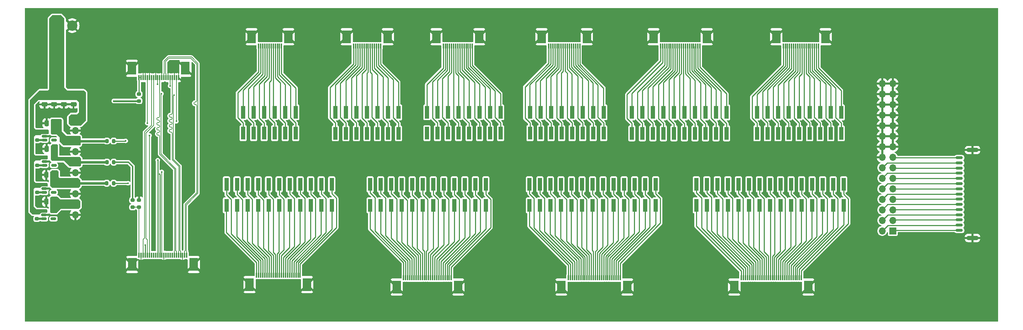
<source format=gtl>
G04 #@! TF.GenerationSoftware,KiCad,Pcbnew,8.0.3*
G04 #@! TF.CreationDate,2025-06-28T13:49:22+03:00*
G04 #@! TF.ProjectId,Camera_Expansion_Board_V2.0,43616d65-7261-45f4-9578-70616e73696f,rev?*
G04 #@! TF.SameCoordinates,Original*
G04 #@! TF.FileFunction,Copper,L1,Top*
G04 #@! TF.FilePolarity,Positive*
%FSLAX46Y46*%
G04 Gerber Fmt 4.6, Leading zero omitted, Abs format (unit mm)*
G04 Created by KiCad (PCBNEW 8.0.3) date 2025-06-28 13:49:22*
%MOMM*%
%LPD*%
G01*
G04 APERTURE LIST*
G04 Aperture macros list*
%AMRoundRect*
0 Rectangle with rounded corners*
0 $1 Rounding radius*
0 $2 $3 $4 $5 $6 $7 $8 $9 X,Y pos of 4 corners*
0 Add a 4 corners polygon primitive as box body*
4,1,4,$2,$3,$4,$5,$6,$7,$8,$9,$2,$3,0*
0 Add four circle primitives for the rounded corners*
1,1,$1+$1,$2,$3*
1,1,$1+$1,$4,$5*
1,1,$1+$1,$6,$7*
1,1,$1+$1,$8,$9*
0 Add four rect primitives between the rounded corners*
20,1,$1+$1,$2,$3,$4,$5,0*
20,1,$1+$1,$4,$5,$6,$7,0*
20,1,$1+$1,$6,$7,$8,$9,0*
20,1,$1+$1,$8,$9,$2,$3,0*%
G04 Aperture macros list end*
G04 #@! TA.AperFunction,SMDPad,CuDef*
%ADD10RoundRect,0.250000X0.250000X0.475000X-0.250000X0.475000X-0.250000X-0.475000X0.250000X-0.475000X0*%
G04 #@! TD*
G04 #@! TA.AperFunction,SMDPad,CuDef*
%ADD11RoundRect,0.150000X-0.512500X-0.150000X0.512500X-0.150000X0.512500X0.150000X-0.512500X0.150000X0*%
G04 #@! TD*
G04 #@! TA.AperFunction,SMDPad,CuDef*
%ADD12RoundRect,0.200000X0.200000X0.275000X-0.200000X0.275000X-0.200000X-0.275000X0.200000X-0.275000X0*%
G04 #@! TD*
G04 #@! TA.AperFunction,SMDPad,CuDef*
%ADD13R,1.000000X3.150000*%
G04 #@! TD*
G04 #@! TA.AperFunction,SMDPad,CuDef*
%ADD14R,0.300000X1.250000*%
G04 #@! TD*
G04 #@! TA.AperFunction,SMDPad,CuDef*
%ADD15R,2.000000X3.150000*%
G04 #@! TD*
G04 #@! TA.AperFunction,ComponentPad*
%ADD16C,2.500000*%
G04 #@! TD*
G04 #@! TA.AperFunction,SMDPad,CuDef*
%ADD17RoundRect,0.250000X-0.475000X0.250000X-0.475000X-0.250000X0.475000X-0.250000X0.475000X0.250000X0*%
G04 #@! TD*
G04 #@! TA.AperFunction,ComponentPad*
%ADD18R,1.700000X1.700000*%
G04 #@! TD*
G04 #@! TA.AperFunction,ComponentPad*
%ADD19O,1.700000X1.700000*%
G04 #@! TD*
G04 #@! TA.AperFunction,SMDPad,CuDef*
%ADD20RoundRect,0.200000X-0.275000X0.200000X-0.275000X-0.200000X0.275000X-0.200000X0.275000X0.200000X0*%
G04 #@! TD*
G04 #@! TA.AperFunction,SMDPad,CuDef*
%ADD21RoundRect,0.200000X0.275000X-0.200000X0.275000X0.200000X-0.275000X0.200000X-0.275000X-0.200000X0*%
G04 #@! TD*
G04 #@! TA.AperFunction,SMDPad,CuDef*
%ADD22RoundRect,0.150000X0.700000X-0.150000X0.700000X0.150000X-0.700000X0.150000X-0.700000X-0.150000X0*%
G04 #@! TD*
G04 #@! TA.AperFunction,SMDPad,CuDef*
%ADD23RoundRect,0.250000X1.100000X-0.250000X1.100000X0.250000X-1.100000X0.250000X-1.100000X-0.250000X0*%
G04 #@! TD*
G04 #@! TA.AperFunction,ViaPad*
%ADD24C,0.400000*%
G04 #@! TD*
G04 #@! TA.AperFunction,ViaPad*
%ADD25C,0.500000*%
G04 #@! TD*
G04 #@! TA.AperFunction,Conductor*
%ADD26C,0.250000*%
G04 #@! TD*
G04 #@! TA.AperFunction,Conductor*
%ADD27C,0.200000*%
G04 #@! TD*
G04 #@! TA.AperFunction,Conductor*
%ADD28C,0.508000*%
G04 #@! TD*
G04 #@! TA.AperFunction,Conductor*
%ADD29C,0.600000*%
G04 #@! TD*
G04 #@! TA.AperFunction,Conductor*
%ADD30C,0.152400*%
G04 #@! TD*
G04 #@! TA.AperFunction,Conductor*
%ADD31C,0.400000*%
G04 #@! TD*
G04 #@! TA.AperFunction,Conductor*
%ADD32C,0.254000*%
G04 #@! TD*
G04 #@! TA.AperFunction,Conductor*
%ADD33C,0.300000*%
G04 #@! TD*
G04 APERTURE END LIST*
D10*
X34936250Y-101458750D03*
X33036250Y-101458750D03*
D11*
X32628750Y-84698750D03*
X32628750Y-85648750D03*
X32628750Y-86598750D03*
X34903750Y-86598750D03*
X34903750Y-84698750D03*
D12*
X49308750Y-86816250D03*
X47658750Y-86816250D03*
D13*
X197233750Y-79931250D03*
X197233750Y-84981250D03*
X194693750Y-79931250D03*
X194693750Y-84981250D03*
X192153750Y-79931250D03*
X192153750Y-84981250D03*
X189613750Y-79931250D03*
X189613750Y-84981250D03*
X187073750Y-79931250D03*
X187073750Y-84981250D03*
X184533750Y-79931250D03*
X184533750Y-84981250D03*
X181993750Y-79931250D03*
X181993750Y-84981250D03*
X179453750Y-79931250D03*
X179453750Y-84981250D03*
X176913750Y-79931250D03*
X176913750Y-84981250D03*
X174373750Y-79931250D03*
X174373750Y-84981250D03*
D14*
X200773750Y-119796250D03*
X201273750Y-119796250D03*
X201773750Y-119796250D03*
X202273750Y-119796250D03*
X202773750Y-119796250D03*
X203273750Y-119796250D03*
X203773750Y-119796250D03*
X204273750Y-119796250D03*
X204773750Y-119796250D03*
X205273750Y-119796250D03*
X205773750Y-119796250D03*
X206273750Y-119796250D03*
X206773750Y-119796250D03*
X207273750Y-119796250D03*
X207773750Y-119796250D03*
X208273750Y-119796250D03*
X208773750Y-119796250D03*
X209273750Y-119796250D03*
X209773750Y-119796250D03*
X210273750Y-119796250D03*
X210773750Y-119796250D03*
X211273750Y-119796250D03*
X211773750Y-119796250D03*
X212273750Y-119796250D03*
X212773750Y-119796250D03*
X213273750Y-119796250D03*
X213773750Y-119796250D03*
X214273750Y-119796250D03*
X214773750Y-119796250D03*
X215273750Y-119796250D03*
D15*
X199083750Y-122046250D03*
X216963750Y-122046250D03*
D16*
X39308750Y-59001250D03*
X35498750Y-59001250D03*
D13*
X111190000Y-102333750D03*
X111190000Y-97283750D03*
X113730000Y-102333750D03*
X113730000Y-97283750D03*
X116270000Y-102333750D03*
X116270000Y-97283750D03*
X118810000Y-102333750D03*
X118810000Y-97283750D03*
X121350000Y-102333750D03*
X121350000Y-97283750D03*
X123890000Y-102333750D03*
X123890000Y-97283750D03*
X126430000Y-102333750D03*
X126430000Y-97283750D03*
X128970000Y-102333750D03*
X128970000Y-97283750D03*
X131510000Y-102333750D03*
X131510000Y-97283750D03*
X134050000Y-102333750D03*
X134050000Y-97283750D03*
X136590000Y-102333750D03*
X136590000Y-97283750D03*
X139130000Y-102333750D03*
X139130000Y-97283750D03*
D17*
X34956250Y-76068750D03*
X34956250Y-77968750D03*
D11*
X32548750Y-97328750D03*
X32548750Y-98278750D03*
X32548750Y-99228750D03*
X34823750Y-99228750D03*
X34823750Y-97328750D03*
D12*
X49278750Y-96996250D03*
X47628750Y-96996250D03*
D13*
X189920000Y-102333750D03*
X189920000Y-97283750D03*
X192460000Y-102333750D03*
X192460000Y-97283750D03*
X195000000Y-102333750D03*
X195000000Y-97283750D03*
X197540000Y-102333750D03*
X197540000Y-97283750D03*
X200080000Y-102333750D03*
X200080000Y-97283750D03*
X202620000Y-102333750D03*
X202620000Y-97283750D03*
X205160000Y-102333750D03*
X205160000Y-97283750D03*
X207700000Y-102333750D03*
X207700000Y-97283750D03*
X210240000Y-102333750D03*
X210240000Y-97283750D03*
X212780000Y-102333750D03*
X212780000Y-97283750D03*
X215320000Y-102333750D03*
X215320000Y-97283750D03*
X217860000Y-102333750D03*
X217860000Y-97283750D03*
X220400000Y-102333750D03*
X220400000Y-97283750D03*
X222940000Y-102333750D03*
X222940000Y-97283750D03*
X225480000Y-102333750D03*
X225480000Y-97283750D03*
D12*
X49328750Y-91926250D03*
X47678750Y-91926250D03*
D17*
X39616250Y-76078750D03*
X39616250Y-77978750D03*
D14*
X83803750Y-119196250D03*
X84303750Y-119196250D03*
X84803750Y-119196250D03*
X85303750Y-119196250D03*
X85803750Y-119196250D03*
X86303750Y-119196250D03*
X86803750Y-119196250D03*
X87303750Y-119196250D03*
X87803750Y-119196250D03*
X88303750Y-119196250D03*
X88803750Y-119196250D03*
X89303750Y-119196250D03*
X89803750Y-119196250D03*
X90303750Y-119196250D03*
X90803750Y-119196250D03*
X91303750Y-119196250D03*
X91803750Y-119196250D03*
X92303750Y-119196250D03*
X92803750Y-119196250D03*
X93303750Y-119196250D03*
X93803750Y-119196250D03*
X94303750Y-119196250D03*
D15*
X82113750Y-121446250D03*
X95993750Y-121446250D03*
D18*
X237338750Y-108503750D03*
D19*
X234798750Y-108503750D03*
X237338750Y-105963750D03*
X234798750Y-105963750D03*
X237338750Y-103423750D03*
X234798750Y-103423750D03*
X237338750Y-100883750D03*
X234798750Y-100883750D03*
X237338750Y-98343750D03*
X234798750Y-98343750D03*
X237338750Y-95803750D03*
X234798750Y-95803750D03*
X237338750Y-93263750D03*
X234798750Y-93263750D03*
X237338750Y-90723750D03*
X234798750Y-90723750D03*
X237338750Y-88183750D03*
X234798750Y-88183750D03*
X237338750Y-85643750D03*
X234798750Y-85643750D03*
X237338750Y-83103750D03*
X234798750Y-83103750D03*
X237338750Y-80563750D03*
X234798750Y-80563750D03*
X237338750Y-78023750D03*
X234798750Y-78023750D03*
X237338750Y-75483750D03*
X234798750Y-75483750D03*
X237338750Y-72943750D03*
X234798750Y-72943750D03*
D10*
X35036250Y-88708750D03*
X33136250Y-88708750D03*
D18*
X40046250Y-81738750D03*
D19*
X40046250Y-84278750D03*
X40046250Y-86818750D03*
X40046250Y-89358750D03*
X40046250Y-91898750D03*
X40046250Y-94438750D03*
X40046250Y-96978750D03*
X40046250Y-99518750D03*
X40046250Y-102058750D03*
X40046250Y-104598750D03*
D13*
X167558750Y-79891250D03*
X167558750Y-84941250D03*
X165018750Y-79891250D03*
X165018750Y-84941250D03*
X162478750Y-79891250D03*
X162478750Y-84941250D03*
X159938750Y-79891250D03*
X159938750Y-84941250D03*
X157398750Y-79891250D03*
X157398750Y-84941250D03*
X154858750Y-79891250D03*
X154858750Y-84941250D03*
X152318750Y-79891250D03*
X152318750Y-84941250D03*
X149778750Y-79891250D03*
X149778750Y-84941250D03*
D14*
X190798750Y-63931250D03*
X190298750Y-63931250D03*
X189798750Y-63931250D03*
X189298750Y-63931250D03*
X188798750Y-63931250D03*
X188298750Y-63931250D03*
X187798750Y-63931250D03*
X187298750Y-63931250D03*
X186798750Y-63931250D03*
X186298750Y-63931250D03*
X185798750Y-63931250D03*
X185298750Y-63931250D03*
X184798750Y-63931250D03*
X184298750Y-63931250D03*
X183798750Y-63931250D03*
X183298750Y-63931250D03*
X182798750Y-63931250D03*
X182298750Y-63931250D03*
X181798750Y-63931250D03*
X181298750Y-63931250D03*
D15*
X192488750Y-61681250D03*
X179608750Y-61681250D03*
D13*
X118053750Y-79911250D03*
X118053750Y-84961250D03*
X115513750Y-79911250D03*
X115513750Y-84961250D03*
X112973750Y-79911250D03*
X112973750Y-84961250D03*
X110433750Y-79911250D03*
X110433750Y-84961250D03*
X107893750Y-79911250D03*
X107893750Y-84961250D03*
X105353750Y-79911250D03*
X105353750Y-84961250D03*
X102813750Y-79911250D03*
X102813750Y-84961250D03*
D14*
X55443750Y-114361250D03*
X55943750Y-114361250D03*
X56443750Y-114361250D03*
X56943750Y-114361250D03*
X57443750Y-114361250D03*
X57943750Y-114361250D03*
X58443750Y-114361250D03*
X58943750Y-114361250D03*
X59443750Y-114361250D03*
X59943750Y-114361250D03*
X60443750Y-114361250D03*
X60943750Y-114361250D03*
X61443750Y-114361250D03*
X61943750Y-114361250D03*
X62443750Y-114361250D03*
X62943750Y-114361250D03*
X63443750Y-114361250D03*
X63943750Y-114361250D03*
X64443750Y-114361250D03*
X64943750Y-114361250D03*
X65443750Y-114361250D03*
X65943750Y-114361250D03*
X66443750Y-114361250D03*
X66943750Y-114361250D03*
D15*
X53753750Y-116611250D03*
X68633750Y-116611250D03*
D13*
X93263750Y-79891250D03*
X93263750Y-84941250D03*
X90723750Y-79891250D03*
X90723750Y-84941250D03*
X88183750Y-79891250D03*
X88183750Y-84941250D03*
X85643750Y-79891250D03*
X85643750Y-84941250D03*
X83103750Y-79891250D03*
X83103750Y-84941250D03*
X80563750Y-79891250D03*
X80563750Y-84941250D03*
D11*
X32601250Y-90788750D03*
X32601250Y-91738750D03*
X32601250Y-92688750D03*
X34876250Y-92688750D03*
X34876250Y-90788750D03*
D13*
X149640000Y-102333750D03*
X149640000Y-97283750D03*
X152180000Y-102333750D03*
X152180000Y-97283750D03*
X154720000Y-102333750D03*
X154720000Y-97283750D03*
X157260000Y-102333750D03*
X157260000Y-97283750D03*
X159800000Y-102333750D03*
X159800000Y-97283750D03*
X162340000Y-102333750D03*
X162340000Y-97283750D03*
X164880000Y-102333750D03*
X164880000Y-97283750D03*
X167420000Y-102333750D03*
X167420000Y-97283750D03*
X169960000Y-102333750D03*
X169960000Y-97283750D03*
X172500000Y-102333750D03*
X172500000Y-97283750D03*
X175040000Y-102333750D03*
X175040000Y-97283750D03*
X177580000Y-102333750D03*
X177580000Y-97283750D03*
X180120000Y-102333750D03*
X180120000Y-97283750D03*
D10*
X35046250Y-82548750D03*
X33146250Y-82548750D03*
D13*
X224883750Y-79911250D03*
X224883750Y-84961250D03*
X222343750Y-79911250D03*
X222343750Y-84961250D03*
X219803750Y-79911250D03*
X219803750Y-84961250D03*
X217263750Y-79911250D03*
X217263750Y-84961250D03*
X214723750Y-79911250D03*
X214723750Y-84961250D03*
X212183750Y-79911250D03*
X212183750Y-84961250D03*
X209643750Y-79911250D03*
X209643750Y-84961250D03*
X207103750Y-79911250D03*
X207103750Y-84961250D03*
X204563750Y-79911250D03*
X204563750Y-84961250D03*
D14*
X219406250Y-63931250D03*
X218906250Y-63931250D03*
X218406250Y-63931250D03*
X217906250Y-63931250D03*
X217406250Y-63931250D03*
X216906250Y-63931250D03*
X216406250Y-63931250D03*
X215906250Y-63931250D03*
X215406250Y-63931250D03*
X214906250Y-63931250D03*
X214406250Y-63931250D03*
X213906250Y-63931250D03*
X213406250Y-63931250D03*
X212906250Y-63931250D03*
X212406250Y-63931250D03*
X211906250Y-63931250D03*
X211406250Y-63931250D03*
X210906250Y-63931250D03*
D15*
X221096250Y-61681250D03*
X209216250Y-61681250D03*
D13*
X142703750Y-79891250D03*
X142703750Y-84941250D03*
X140163750Y-79891250D03*
X140163750Y-84941250D03*
X137623750Y-79891250D03*
X137623750Y-84941250D03*
X135083750Y-79891250D03*
X135083750Y-84941250D03*
X132543750Y-79891250D03*
X132543750Y-84941250D03*
X130003750Y-79891250D03*
X130003750Y-84941250D03*
X127463750Y-79891250D03*
X127463750Y-84941250D03*
X124923750Y-79891250D03*
X124923750Y-84941250D03*
D14*
X89806250Y-63931250D03*
X89306250Y-63931250D03*
X88806250Y-63931250D03*
X88306250Y-63931250D03*
X87806250Y-63931250D03*
X87306250Y-63931250D03*
X86806250Y-63931250D03*
X86306250Y-63931250D03*
X85806250Y-63931250D03*
X85306250Y-63931250D03*
X84806250Y-63931250D03*
X84306250Y-63931250D03*
D15*
X91496250Y-61681250D03*
X82616250Y-61681250D03*
D14*
X64928750Y-71526250D03*
X64428750Y-71526250D03*
X63928750Y-71526250D03*
X63428750Y-71526250D03*
X62928750Y-71526250D03*
X62428750Y-71526250D03*
X61928750Y-71526250D03*
X61428750Y-71526250D03*
X60928750Y-71526250D03*
X60428750Y-71526250D03*
X59928750Y-71526250D03*
X59428750Y-71526250D03*
X58928750Y-71526250D03*
X58428750Y-71526250D03*
X57928750Y-71526250D03*
X57428750Y-71526250D03*
X56928750Y-71526250D03*
X56428750Y-71526250D03*
X55928750Y-71526250D03*
X55428750Y-71526250D03*
D15*
X66618750Y-69276250D03*
X53738750Y-69276250D03*
D14*
X119283750Y-119796250D03*
X119783750Y-119796250D03*
X120283750Y-119796250D03*
X120783750Y-119796250D03*
X121283750Y-119796250D03*
X121783750Y-119796250D03*
X122283750Y-119796250D03*
X122783750Y-119796250D03*
X123283750Y-119796250D03*
X123783750Y-119796250D03*
X124283750Y-119796250D03*
X124783750Y-119796250D03*
X125283750Y-119796250D03*
X125783750Y-119796250D03*
X126283750Y-119796250D03*
X126783750Y-119796250D03*
X127283750Y-119796250D03*
X127783750Y-119796250D03*
X128283750Y-119796250D03*
X128783750Y-119796250D03*
X129283750Y-119796250D03*
X129783750Y-119796250D03*
X130283750Y-119796250D03*
X130783750Y-119796250D03*
D15*
X117593750Y-122046250D03*
X132473750Y-122046250D03*
D13*
X76530000Y-102333750D03*
X76530000Y-97283750D03*
X79070000Y-102333750D03*
X79070000Y-97283750D03*
X81610000Y-102333750D03*
X81610000Y-97283750D03*
X84150000Y-102333750D03*
X84150000Y-97283750D03*
X86690000Y-102333750D03*
X86690000Y-97283750D03*
X89230000Y-102333750D03*
X89230000Y-97283750D03*
X91770000Y-102333750D03*
X91770000Y-97283750D03*
X94310000Y-102333750D03*
X94310000Y-97283750D03*
X96850000Y-102333750D03*
X96850000Y-97283750D03*
X99390000Y-102333750D03*
X99390000Y-97283750D03*
X101930000Y-102333750D03*
X101930000Y-97283750D03*
D20*
X30856250Y-84943750D03*
X30856250Y-86593750D03*
D14*
X159056250Y-119796250D03*
X159556250Y-119796250D03*
X160056250Y-119796250D03*
X160556250Y-119796250D03*
X161056250Y-119796250D03*
X161556250Y-119796250D03*
X162056250Y-119796250D03*
X162556250Y-119796250D03*
X163056250Y-119796250D03*
X163556250Y-119796250D03*
X164056250Y-119796250D03*
X164556250Y-119796250D03*
X165056250Y-119796250D03*
X165556250Y-119796250D03*
X166056250Y-119796250D03*
X166556250Y-119796250D03*
X167056250Y-119796250D03*
X167556250Y-119796250D03*
X168056250Y-119796250D03*
X168556250Y-119796250D03*
X169056250Y-119796250D03*
X169556250Y-119796250D03*
X170056250Y-119796250D03*
X170556250Y-119796250D03*
X171056250Y-119796250D03*
X171556250Y-119796250D03*
D15*
X157366250Y-122046250D03*
X173246250Y-122046250D03*
D20*
X55423750Y-75516250D03*
X55423750Y-77166250D03*
X30886250Y-91033750D03*
X30886250Y-92683750D03*
D14*
X113728750Y-63928750D03*
X113228750Y-63928750D03*
X112728750Y-63928750D03*
X112228750Y-63928750D03*
X111728750Y-63928750D03*
X111228750Y-63928750D03*
X110728750Y-63928750D03*
X110228750Y-63928750D03*
X109728750Y-63928750D03*
X109228750Y-63928750D03*
X108728750Y-63928750D03*
X108228750Y-63928750D03*
X107728750Y-63928750D03*
X107228750Y-63928750D03*
D15*
X115418750Y-61678750D03*
X105538750Y-61678750D03*
D21*
X53893750Y-102771250D03*
X53893750Y-101121250D03*
D20*
X30746250Y-103948750D03*
X30746250Y-105598750D03*
D17*
X32596250Y-76108750D03*
X32596250Y-78008750D03*
D14*
X135861250Y-63931250D03*
X135361250Y-63931250D03*
X134861250Y-63931250D03*
X134361250Y-63931250D03*
X133861250Y-63931250D03*
X133361250Y-63931250D03*
X132861250Y-63931250D03*
X132361250Y-63931250D03*
X131861250Y-63931250D03*
X131361250Y-63931250D03*
X130861250Y-63931250D03*
X130361250Y-63931250D03*
X129861250Y-63931250D03*
X129361250Y-63931250D03*
X128861250Y-63931250D03*
D15*
X137551250Y-61681250D03*
X127171250Y-61681250D03*
D14*
X161791250Y-63931250D03*
X161291250Y-63931250D03*
X160791250Y-63931250D03*
X160291250Y-63931250D03*
X159791250Y-63931250D03*
X159291250Y-63931250D03*
X158791250Y-63931250D03*
X158291250Y-63931250D03*
X157791250Y-63931250D03*
X157291250Y-63931250D03*
X156791250Y-63931250D03*
X156291250Y-63931250D03*
X155791250Y-63931250D03*
X155291250Y-63931250D03*
X154791250Y-63931250D03*
X154291250Y-63931250D03*
D15*
X163481250Y-61681250D03*
X152601250Y-61681250D03*
D22*
X253386250Y-108351250D03*
X253386250Y-107101250D03*
X253386250Y-105851250D03*
X253386250Y-104601250D03*
X253386250Y-103351250D03*
X253386250Y-102101250D03*
X253386250Y-100851250D03*
X253386250Y-99601250D03*
X253386250Y-98351250D03*
X253386250Y-97101250D03*
X253386250Y-95851250D03*
X253386250Y-94601250D03*
X253386250Y-93351250D03*
X253386250Y-92101250D03*
X253386250Y-90851250D03*
D23*
X256586250Y-110201250D03*
X256586250Y-89001250D03*
D20*
X30816250Y-97583750D03*
X30816250Y-99233750D03*
D10*
X34936250Y-95008750D03*
X33036250Y-95008750D03*
D20*
X55443750Y-101111250D03*
X55443750Y-102761250D03*
D11*
X32491250Y-103698750D03*
X32491250Y-104648750D03*
X32491250Y-105598750D03*
X34766250Y-105598750D03*
X34766250Y-103698750D03*
D17*
X37296250Y-76078750D03*
X37296250Y-77978750D03*
D24*
X62443750Y-70306250D03*
X63933750Y-70306250D03*
X61443750Y-115606250D03*
D25*
X37616250Y-83568750D03*
D24*
X61873750Y-85596250D03*
D25*
X32216250Y-95008750D03*
X37596250Y-99478750D03*
X33766250Y-85648750D03*
X32056250Y-101448750D03*
X33766250Y-91738750D03*
D24*
X56433750Y-70296250D03*
X60933750Y-70306250D03*
X59423750Y-70296250D03*
D25*
X33626250Y-104628750D03*
D24*
X59093750Y-85736250D03*
X56933750Y-70296250D03*
X58923750Y-100566250D03*
X57943750Y-70296250D03*
D25*
X37516250Y-94018750D03*
X37526250Y-104778750D03*
D24*
X64953750Y-70306250D03*
D25*
X32166250Y-88708750D03*
X37476250Y-89248750D03*
X32096250Y-82548750D03*
X33726250Y-98298750D03*
D24*
X55943750Y-115646250D03*
X62703750Y-100466250D03*
X65943750Y-115626250D03*
X63873750Y-75726250D03*
X62933750Y-73526250D03*
X60913750Y-94276250D03*
X64423750Y-82056250D03*
X59928750Y-73146250D03*
X60831950Y-75396250D03*
X49323750Y-77166250D03*
X57428750Y-82516250D03*
X57953750Y-85496250D03*
X59943750Y-91446250D03*
X52203750Y-86786250D03*
X52773750Y-97006250D03*
X56943750Y-111956250D03*
X52033750Y-91926250D03*
X60433750Y-94856250D03*
D26*
X183798750Y-63931250D02*
X183798750Y-69393750D01*
X183798750Y-69393750D02*
X179461250Y-73731250D01*
X179461250Y-73731250D02*
X179461250Y-79931250D01*
X189798750Y-69468750D02*
X189798750Y-63931250D01*
X194701250Y-74371250D02*
X189798750Y-69468750D01*
X194701250Y-79931250D02*
X194701250Y-74371250D01*
X188446250Y-81333750D02*
X189613750Y-82501250D01*
X189613750Y-82501250D02*
X189613750Y-84981250D01*
X187298750Y-70628750D02*
X188446250Y-71776250D01*
X187298750Y-63931250D02*
X187298750Y-70628750D01*
X188446250Y-71776250D02*
X188446250Y-81333750D01*
X197233750Y-82621250D02*
X197233750Y-84981250D01*
X195876250Y-74816250D02*
X195876250Y-81263750D01*
X190298750Y-63931250D02*
X190298750Y-69238750D01*
X195876250Y-81263750D02*
X197233750Y-82621250D01*
X190298750Y-69238750D02*
X195876250Y-74816250D01*
X184798750Y-63931250D02*
X184798750Y-69913750D01*
X184798750Y-69913750D02*
X182001250Y-72711250D01*
X182001250Y-72711250D02*
X182001250Y-79931250D01*
X184533750Y-82721250D02*
X183366250Y-81553750D01*
X183366250Y-81553750D02*
X183366250Y-72056250D01*
X184533750Y-84981250D02*
X184533750Y-82721250D01*
X185298750Y-70123750D02*
X185298750Y-63931250D01*
X183366250Y-72056250D02*
X185298750Y-70123750D01*
X190986250Y-72816250D02*
X190986250Y-81563750D01*
X188298750Y-63931250D02*
X188298750Y-70128750D01*
X188298750Y-70128750D02*
X190986250Y-72816250D01*
X190986250Y-81563750D02*
X192153750Y-82731250D01*
X192153750Y-82731250D02*
X192153750Y-84981250D01*
X188798750Y-69868750D02*
X188798750Y-63931250D01*
X192161250Y-73231250D02*
X188798750Y-69868750D01*
X192161250Y-79931250D02*
X192161250Y-73231250D01*
X185906250Y-70956250D02*
X186298750Y-70563750D01*
X186298750Y-70563750D02*
X186298750Y-63931250D01*
X185906250Y-81423750D02*
X185906250Y-70956250D01*
X187073750Y-84981250D02*
X187073750Y-82591250D01*
X187073750Y-82591250D02*
X185906250Y-81423750D01*
X184298750Y-69713750D02*
X184298750Y-63931250D01*
X180826250Y-81413750D02*
X180826250Y-73186250D01*
X181993750Y-82581250D02*
X180826250Y-81413750D01*
X180826250Y-73186250D02*
X184298750Y-69713750D01*
X181993750Y-84981250D02*
X181993750Y-82581250D01*
X190798750Y-69008750D02*
X190798750Y-63931250D01*
X197241250Y-75451250D02*
X190798750Y-69008750D01*
X197241250Y-79931250D02*
X197241250Y-75451250D01*
X189621250Y-79931250D02*
X189621250Y-72201250D01*
X189621250Y-72201250D02*
X187798750Y-70378750D01*
X187798750Y-70378750D02*
X187798750Y-63931250D01*
X186798750Y-79648750D02*
X187081250Y-79931250D01*
X186798750Y-63931250D02*
X186798750Y-79648750D01*
X189298750Y-63931250D02*
X189323750Y-63956250D01*
X193526250Y-81263750D02*
X194693750Y-82431250D01*
X189323750Y-63956250D02*
X189323750Y-69713750D01*
X189323750Y-69713750D02*
X193526250Y-73916250D01*
X193526250Y-73916250D02*
X193526250Y-81263750D01*
X194693750Y-82431250D02*
X194693750Y-84981250D01*
X185823750Y-63956250D02*
X185823750Y-70308750D01*
X184541250Y-71591250D02*
X184541250Y-79931250D01*
X185823750Y-70308750D02*
X184541250Y-71591250D01*
X185798750Y-63931250D02*
X185823750Y-63956250D01*
X182298750Y-63931250D02*
X182298750Y-68513750D01*
X175746250Y-81383750D02*
X176913750Y-82551250D01*
X176913750Y-82551250D02*
X176913750Y-84981250D01*
X175746250Y-75066250D02*
X175746250Y-81383750D01*
X182298750Y-68513750D02*
X175746250Y-75066250D01*
X174381250Y-79931250D02*
X174381250Y-75341250D01*
X181798750Y-67923750D02*
X181798750Y-63931250D01*
X174381250Y-75341250D02*
X181798750Y-67923750D01*
X178286250Y-74096250D02*
X183298750Y-69083750D01*
X178286250Y-81383750D02*
X178286250Y-74096250D01*
X179453750Y-82551250D02*
X178286250Y-81383750D01*
X179453750Y-84981250D02*
X179453750Y-82551250D01*
X183298750Y-69083750D02*
X183298750Y-63931250D01*
X182798750Y-68803750D02*
X176921250Y-74681250D01*
X176921250Y-74681250D02*
X176921250Y-79931250D01*
X182798750Y-63931250D02*
X182798750Y-68803750D01*
X181298750Y-67503750D02*
X181298750Y-63931250D01*
X173206250Y-75596250D02*
X181298750Y-67503750D01*
X174373750Y-84981250D02*
X174373750Y-82541250D01*
X173206250Y-81373750D02*
X173206250Y-75596250D01*
X174373750Y-82541250D02*
X173206250Y-81373750D01*
X217906250Y-69806250D02*
X221158750Y-73058750D01*
X221158750Y-81296250D02*
X222343750Y-82481250D01*
X217906250Y-63931250D02*
X217906250Y-69806250D01*
X221158750Y-73058750D02*
X221158750Y-81296250D01*
X222343750Y-82481250D02*
X222343750Y-84961250D01*
X213906250Y-69906250D02*
X210998750Y-72813750D01*
X210998750Y-72813750D02*
X210998750Y-81296250D01*
X212183750Y-82481250D02*
X212183750Y-84961250D01*
X210998750Y-81296250D02*
X212183750Y-82481250D01*
X213906250Y-63931250D02*
X213906250Y-69906250D01*
X217253750Y-79931250D02*
X217253750Y-71403750D01*
X217253750Y-71403750D02*
X216406250Y-70556250D01*
X216406250Y-70556250D02*
X216406250Y-63931250D01*
X215406250Y-63931250D02*
X215406250Y-70566250D01*
X215406250Y-70566250D02*
X214713750Y-71258750D01*
X214713750Y-71258750D02*
X214713750Y-79931250D01*
X207093750Y-74458750D02*
X207093750Y-79931250D01*
X212406250Y-69146250D02*
X207093750Y-74458750D01*
X212406250Y-63931250D02*
X212406250Y-69146250D01*
X223581250Y-81178750D02*
X224883750Y-82481250D01*
X218906250Y-69416250D02*
X223581250Y-74091250D01*
X224883750Y-82481250D02*
X224883750Y-84961250D01*
X223581250Y-74091250D02*
X223581250Y-81178750D01*
X218906250Y-63931250D02*
X218906250Y-69416250D01*
X204553750Y-79931250D02*
X204553750Y-75588750D01*
X211406250Y-68736250D02*
X211406250Y-63931250D01*
X204553750Y-75588750D02*
X211406250Y-68736250D01*
X219793750Y-79931250D02*
X219793750Y-72413750D01*
X217406250Y-70026250D02*
X217406250Y-63931250D01*
X219793750Y-72413750D02*
X217406250Y-70026250D01*
X224873750Y-79931250D02*
X224873750Y-74653750D01*
X224873750Y-74653750D02*
X219406250Y-69186250D01*
X219406250Y-69186250D02*
X219406250Y-63931250D01*
X212906250Y-63931250D02*
X212906250Y-69336250D01*
X209643750Y-82481250D02*
X209643750Y-84961250D01*
X212906250Y-69336250D02*
X208458750Y-73783750D01*
X208458750Y-81296250D02*
X209643750Y-82481250D01*
X208458750Y-73783750D02*
X208458750Y-81296250D01*
X131513750Y-111080000D02*
X131513750Y-105171250D01*
X127283750Y-115310000D02*
X131513750Y-111080000D01*
X131513750Y-105171250D02*
X131510000Y-105167500D01*
X127283750Y-119796250D02*
X127283750Y-115310000D01*
X131510000Y-105167500D02*
X131510000Y-102333750D01*
X111190000Y-99343750D02*
X111190000Y-97283750D01*
X119783750Y-115981250D02*
X112368750Y-108566250D01*
X112368750Y-100522500D02*
X111190000Y-99343750D01*
X112368750Y-108566250D02*
X112368750Y-100522500D01*
X119783750Y-119796250D02*
X119783750Y-115981250D01*
X130783750Y-119796250D02*
X130783750Y-117211250D01*
X140308750Y-100902500D02*
X139130000Y-99723750D01*
X139130000Y-99723750D02*
X139130000Y-97283750D01*
X130783750Y-117211250D02*
X140308750Y-107686250D01*
X140308750Y-107686250D02*
X140308750Y-100902500D01*
X136590000Y-99793750D02*
X136590000Y-97283750D01*
X129783750Y-119796250D02*
X129783750Y-116651250D01*
X137768750Y-108666250D02*
X137768750Y-100972500D01*
X129783750Y-116651250D02*
X137768750Y-108666250D01*
X137768750Y-100972500D02*
X136590000Y-99793750D01*
X124283750Y-119796250D02*
X124283750Y-113407500D01*
X124283750Y-113407500D02*
X123890000Y-113013750D01*
X123890000Y-113013750D02*
X123890000Y-102333750D01*
X121783750Y-114961250D02*
X117638750Y-110816250D01*
X117638750Y-110816250D02*
X117638750Y-100822500D01*
X121783750Y-119796250D02*
X121783750Y-114961250D01*
X116270000Y-99453750D02*
X116270000Y-97283750D01*
X117638750Y-100822500D02*
X116270000Y-99453750D01*
X122528750Y-112726250D02*
X122528750Y-100992500D01*
X123783750Y-119796250D02*
X123783750Y-113981250D01*
X122528750Y-100992500D02*
X121350000Y-99813750D01*
X121350000Y-99813750D02*
X121350000Y-97283750D01*
X123783750Y-113981250D02*
X122528750Y-112726250D01*
X128783750Y-116230000D02*
X135228750Y-109785000D01*
X135228750Y-109785000D02*
X135228750Y-100912500D01*
X128783750Y-119796250D02*
X128783750Y-116230000D01*
X134050000Y-99733750D02*
X134050000Y-97283750D01*
X135228750Y-100912500D02*
X134050000Y-99733750D01*
X122283750Y-114731250D02*
X118813750Y-111261250D01*
X118813750Y-111261250D02*
X118813750Y-105171250D01*
X122283750Y-119796250D02*
X122283750Y-114731250D01*
X118813750Y-105171250D02*
X118810000Y-105167500D01*
X118810000Y-105167500D02*
X118810000Y-102333750D01*
X130283750Y-116881250D02*
X139130000Y-108035000D01*
X130283750Y-119796250D02*
X130283750Y-116881250D01*
X139130000Y-108035000D02*
X139130000Y-102333750D01*
X132688750Y-100902500D02*
X131510000Y-99723750D01*
X127783750Y-115590000D02*
X132688750Y-110685000D01*
X132688750Y-110685000D02*
X132688750Y-100902500D01*
X131510000Y-99723750D02*
X131510000Y-97283750D01*
X127783750Y-119796250D02*
X127783750Y-115590000D01*
X119283750Y-116131250D02*
X111193750Y-108041250D01*
X111193750Y-108041250D02*
X111193750Y-105171250D01*
X111193750Y-105171250D02*
X111190000Y-105167500D01*
X111190000Y-105167500D02*
X111190000Y-102333750D01*
X119283750Y-119796250D02*
X119283750Y-116131250D01*
X125783750Y-119796250D02*
X125783750Y-114180000D01*
X126430000Y-99713750D02*
X126430000Y-97283750D01*
X125783750Y-114180000D02*
X127608750Y-112355000D01*
X127608750Y-100892500D02*
X126430000Y-99713750D01*
X127608750Y-112355000D02*
X127608750Y-100892500D01*
X113730000Y-105167500D02*
X113730000Y-102333750D01*
X113733750Y-105171250D02*
X113730000Y-105167500D01*
X120283750Y-115741250D02*
X113733750Y-109191250D01*
X120283750Y-119796250D02*
X120283750Y-115741250D01*
X113733750Y-109191250D02*
X113733750Y-105171250D01*
X136593750Y-109161250D02*
X136593750Y-102337500D01*
X129283750Y-116471250D02*
X136593750Y-109161250D01*
X129283750Y-119796250D02*
X129283750Y-116471250D01*
X136593750Y-102337500D02*
X136590000Y-102333750D01*
X128970000Y-99733750D02*
X128970000Y-97283750D01*
X126783750Y-119796250D02*
X126783750Y-114910000D01*
X126783750Y-114910000D02*
X130148750Y-111545000D01*
X130148750Y-111545000D02*
X130148750Y-100912500D01*
X130148750Y-100912500D02*
X128970000Y-99733750D01*
X123283750Y-114211250D02*
X121353750Y-112281250D01*
X123283750Y-119796250D02*
X123283750Y-114211250D01*
X121353750Y-112281250D02*
X121353750Y-102337500D01*
X121353750Y-102337500D02*
X121350000Y-102333750D01*
X120178750Y-101202500D02*
X118810000Y-99833750D01*
X118810000Y-99833750D02*
X118810000Y-97283750D01*
X122783750Y-114411250D02*
X120178750Y-111806250D01*
X122783750Y-119796250D02*
X122783750Y-114411250D01*
X120178750Y-111806250D02*
X120178750Y-101202500D01*
X126283750Y-114560000D02*
X128973750Y-111870000D01*
X128973750Y-102337500D02*
X128970000Y-102333750D01*
X128973750Y-111870000D02*
X128973750Y-102337500D01*
X126283750Y-119796250D02*
X126283750Y-114560000D01*
X128283750Y-115930000D02*
X134053750Y-110160000D01*
X134050000Y-105167500D02*
X134050000Y-102333750D01*
X134053750Y-105171250D02*
X134050000Y-105167500D01*
X128283750Y-119796250D02*
X128283750Y-115930000D01*
X134053750Y-110160000D02*
X134053750Y-105171250D01*
X121283750Y-115261250D02*
X116273750Y-110251250D01*
X116273750Y-105171250D02*
X116270000Y-105167500D01*
X121283750Y-119796250D02*
X121283750Y-115261250D01*
X116270000Y-105167500D02*
X116270000Y-102333750D01*
X116273750Y-110251250D02*
X116273750Y-105171250D01*
X126433750Y-105171250D02*
X126433750Y-112730000D01*
X126430000Y-105167500D02*
X126433750Y-105171250D01*
X126433750Y-112730000D02*
X125283750Y-113880000D01*
X126430000Y-102333750D02*
X126430000Y-105167500D01*
X125283750Y-113880000D02*
X125283750Y-119796250D01*
X124783750Y-113360000D02*
X125068750Y-113075000D01*
X124783750Y-119796250D02*
X124783750Y-113360000D01*
X125068750Y-100932500D02*
X123890000Y-99753750D01*
X123890000Y-99753750D02*
X123890000Y-97283750D01*
X125068750Y-113075000D02*
X125068750Y-100932500D01*
X120783750Y-115541250D02*
X114908750Y-109666250D01*
X120783750Y-119796250D02*
X120783750Y-115541250D01*
X113730000Y-99433750D02*
X113730000Y-97283750D01*
X114908750Y-100612500D02*
X113730000Y-99433750D01*
X114908750Y-109666250D02*
X114908750Y-100612500D01*
X253386250Y-93351250D02*
X237426250Y-93351250D01*
X237426250Y-93351250D02*
X237338750Y-93263750D01*
X253386250Y-94601250D02*
X236001250Y-94601250D01*
X236001250Y-94601250D02*
X234798750Y-95803750D01*
X253386250Y-92101250D02*
X253373750Y-92088750D01*
X235973750Y-92088750D02*
X234798750Y-93263750D01*
X253373750Y-92088750D02*
X235973750Y-92088750D01*
X237386250Y-95851250D02*
X237338750Y-95803750D01*
X253386250Y-95851250D02*
X237386250Y-95851250D01*
X253386250Y-108351250D02*
X237491250Y-108351250D01*
X237491250Y-108351250D02*
X237338750Y-108503750D01*
X253386250Y-103351250D02*
X237411250Y-103351250D01*
X237411250Y-103351250D02*
X237338750Y-103423750D01*
X237451250Y-105851250D02*
X237338750Y-105963750D01*
X253386250Y-105851250D02*
X237451250Y-105851250D01*
X237466250Y-90851250D02*
X237338750Y-90723750D01*
X253386250Y-90851250D02*
X237466250Y-90851250D01*
X237371250Y-100851250D02*
X237338750Y-100883750D01*
X253386250Y-100851250D02*
X237371250Y-100851250D01*
X236161250Y-104601250D02*
X234798750Y-105963750D01*
X253386250Y-104601250D02*
X236161250Y-104601250D01*
X236081250Y-99601250D02*
X234798750Y-100883750D01*
X253386250Y-99601250D02*
X236081250Y-99601250D01*
X236121250Y-102101250D02*
X234798750Y-103423750D01*
X253386250Y-102101250D02*
X236121250Y-102101250D01*
X237346250Y-98351250D02*
X237338750Y-98343750D01*
X253386250Y-98351250D02*
X237346250Y-98351250D01*
X236163750Y-107138750D02*
X234798750Y-108503750D01*
X253386250Y-107101250D02*
X253348750Y-107138750D01*
X253348750Y-107138750D02*
X236163750Y-107138750D01*
X236041250Y-97101250D02*
X234798750Y-98343750D01*
X253386250Y-97101250D02*
X236041250Y-97101250D01*
D27*
X60928750Y-70311250D02*
X60933750Y-70306250D01*
X56428750Y-70301250D02*
X56433750Y-70296250D01*
X65943750Y-114341250D02*
X65943750Y-115626250D01*
X56928750Y-71526250D02*
X56928750Y-70301250D01*
D28*
X32511250Y-104628750D02*
X32491250Y-104648750D01*
D27*
X60928750Y-71526250D02*
X60928750Y-70311250D01*
X59428750Y-70301250D02*
X59423750Y-70296250D01*
D28*
X33026250Y-101448750D02*
X33036250Y-101458750D01*
D27*
X56428750Y-71526250D02*
X56428750Y-70301250D01*
X61443750Y-114341250D02*
X61443750Y-115606250D01*
D28*
X32216250Y-95008750D02*
X33036250Y-95008750D01*
X33146250Y-82548750D02*
X32096250Y-82548750D01*
D27*
X56928750Y-70301250D02*
X56933750Y-70296250D01*
X62428750Y-70321250D02*
X62443750Y-70306250D01*
X64928750Y-71526250D02*
X64928750Y-70331250D01*
X64928750Y-70331250D02*
X64953750Y-70306250D01*
X59428750Y-71526250D02*
X59428750Y-70301250D01*
X63928750Y-70311250D02*
X63933750Y-70306250D01*
D28*
X33766250Y-91738750D02*
X32601250Y-91738750D01*
X32056250Y-101448750D02*
X33026250Y-101448750D01*
X33766250Y-85648750D02*
X32628750Y-85648750D01*
D27*
X62428750Y-71526250D02*
X62428750Y-70321250D01*
X55943750Y-114341250D02*
X55943750Y-115646250D01*
X63928750Y-71526250D02*
X63928750Y-70311250D01*
D28*
X32568750Y-98298750D02*
X32548750Y-98278750D01*
X33626250Y-104628750D02*
X32511250Y-104628750D01*
D27*
X57928750Y-71526250D02*
X57928750Y-70311250D01*
D28*
X32166250Y-88708750D02*
X33136250Y-88708750D01*
X33726250Y-98298750D02*
X32568750Y-98298750D01*
D27*
X57928750Y-70311250D02*
X57943750Y-70296250D01*
D26*
X225480000Y-99683750D02*
X225480000Y-97283750D01*
X226608750Y-100812500D02*
X225480000Y-99683750D01*
X226608750Y-106726250D02*
X226608750Y-100812500D01*
X215273750Y-118061250D02*
X226608750Y-106726250D01*
X215273750Y-119796250D02*
X215273750Y-118061250D01*
X202573750Y-112041250D02*
X202573750Y-102380000D01*
X205773750Y-115241250D02*
X202573750Y-112041250D01*
X205773750Y-119796250D02*
X205773750Y-115241250D01*
X202573750Y-102380000D02*
X202620000Y-102333750D01*
X214773750Y-117721250D02*
X225480000Y-107015000D01*
X214773750Y-119796250D02*
X214773750Y-117721250D01*
X225480000Y-107015000D02*
X225480000Y-102333750D01*
X213773750Y-117261250D02*
X222940000Y-108095000D01*
X222940000Y-108095000D02*
X222940000Y-102333750D01*
X213773750Y-119796250D02*
X213773750Y-117261250D01*
X206288750Y-113556250D02*
X206288750Y-100742500D01*
X205160000Y-99613750D02*
X205160000Y-97283750D01*
X207273750Y-119796250D02*
X207273750Y-114541250D01*
X206288750Y-100742500D02*
X205160000Y-99613750D01*
X207273750Y-114541250D02*
X206288750Y-113556250D01*
X218988750Y-100652500D02*
X217860000Y-99523750D01*
X217860000Y-99523750D02*
X217860000Y-97283750D01*
X212273750Y-119796250D02*
X212273750Y-116581250D01*
X218988750Y-109866250D02*
X218988750Y-100652500D01*
X212273750Y-116581250D02*
X218988750Y-109866250D01*
X212773750Y-119796250D02*
X212773750Y-116831250D01*
X212773750Y-116831250D02*
X220353750Y-109251250D01*
X220353750Y-109251250D02*
X220353750Y-102380000D01*
X220353750Y-102380000D02*
X220400000Y-102333750D01*
X201273750Y-119796250D02*
X201273750Y-117821250D01*
X201273750Y-117821250D02*
X191238750Y-107786250D01*
X191238750Y-100592500D02*
X189920000Y-99273750D01*
X191238750Y-107786250D02*
X191238750Y-100592500D01*
X189920000Y-99273750D02*
X189920000Y-97283750D01*
X221528750Y-108806250D02*
X221528750Y-100732500D01*
X213273750Y-119796250D02*
X213273750Y-117061250D01*
X221528750Y-100732500D02*
X220400000Y-99603750D01*
X220400000Y-99603750D02*
X220400000Y-97283750D01*
X213273750Y-117061250D02*
X221528750Y-108806250D01*
X192460000Y-102333750D02*
X192450000Y-102343750D01*
X201773750Y-117481250D02*
X201773750Y-119796250D01*
X192450000Y-108157500D02*
X201773750Y-117481250D01*
X192450000Y-102343750D02*
X192450000Y-108157500D01*
X201208750Y-100582500D02*
X200080000Y-99453750D01*
X205273750Y-119796250D02*
X205273750Y-115501250D01*
X201208750Y-111436250D02*
X201208750Y-100582500D01*
X205273750Y-115501250D02*
X201208750Y-111436250D01*
X200080000Y-99453750D02*
X200080000Y-97283750D01*
X216448750Y-100812500D02*
X215320000Y-99683750D01*
X211273750Y-119796250D02*
X211273750Y-116081250D01*
X216448750Y-110906250D02*
X216448750Y-100812500D01*
X215320000Y-99683750D02*
X215320000Y-97283750D01*
X211273750Y-116081250D02*
X216448750Y-110906250D01*
X208273750Y-114661250D02*
X208828750Y-114106250D01*
X207700000Y-99433750D02*
X207700000Y-97283750D01*
X208828750Y-100562500D02*
X207700000Y-99433750D01*
X208828750Y-114106250D02*
X208828750Y-100562500D01*
X208273750Y-119796250D02*
X208273750Y-114661250D01*
X215273750Y-102380000D02*
X215320000Y-102333750D01*
X210773750Y-119796250D02*
X210773750Y-115861250D01*
X210773750Y-115861250D02*
X215273750Y-111361250D01*
X215273750Y-111361250D02*
X215273750Y-102380000D01*
X196318750Y-109746250D02*
X196318750Y-100802500D01*
X196318750Y-100802500D02*
X195000000Y-99483750D01*
X203273750Y-119796250D02*
X203273750Y-116701250D01*
X195000000Y-99483750D02*
X195000000Y-97283750D01*
X203273750Y-116701250D02*
X196318750Y-109746250D01*
X207773750Y-102407500D02*
X207700000Y-102333750D01*
X207773750Y-119796250D02*
X207773750Y-102407500D01*
X202620000Y-99533750D02*
X202620000Y-97283750D01*
X206273750Y-115061250D02*
X203748750Y-112536250D01*
X206273750Y-119796250D02*
X206273750Y-115061250D01*
X203748750Y-112536250D02*
X203748750Y-100662500D01*
X203748750Y-100662500D02*
X202620000Y-99533750D01*
X203773750Y-116431250D02*
X197493750Y-110151250D01*
X197493750Y-102380000D02*
X197540000Y-102333750D01*
X197493750Y-110151250D02*
X197493750Y-102380000D01*
X203773750Y-119796250D02*
X203773750Y-116431250D01*
X211773750Y-116361250D02*
X217813750Y-110321250D01*
X217813750Y-110321250D02*
X217813750Y-102380000D01*
X217813750Y-102380000D02*
X217860000Y-102333750D01*
X211773750Y-119796250D02*
X211773750Y-116361250D01*
X214273750Y-117491250D02*
X224068750Y-107696250D01*
X222940000Y-99643750D02*
X222940000Y-97283750D01*
X224068750Y-107696250D02*
X224068750Y-100772500D01*
X224068750Y-100772500D02*
X222940000Y-99643750D01*
X214273750Y-119796250D02*
X214273750Y-117491250D01*
X200773750Y-118181250D02*
X189920000Y-107327500D01*
X200773750Y-119796250D02*
X200773750Y-118181250D01*
X189920000Y-107327500D02*
X189920000Y-102333750D01*
X210193750Y-113441250D02*
X210193750Y-102380000D01*
X208773750Y-119796250D02*
X208773750Y-114861250D01*
X210193750Y-102380000D02*
X210240000Y-102333750D01*
X208773750Y-114861250D02*
X210193750Y-113441250D01*
X205113750Y-102380000D02*
X205160000Y-102333750D01*
X206773750Y-114811250D02*
X205113750Y-113151250D01*
X206773750Y-119796250D02*
X206773750Y-114811250D01*
X205113750Y-113151250D02*
X205113750Y-102380000D01*
X202273750Y-119796250D02*
X202273750Y-117251250D01*
X202273750Y-117251250D02*
X193588750Y-108566250D01*
X193588750Y-108566250D02*
X193588750Y-100402500D01*
X193588750Y-100402500D02*
X192460000Y-99273750D01*
X192460000Y-99273750D02*
X192460000Y-97283750D01*
X195000000Y-102333750D02*
X194953750Y-102380000D01*
X194953750Y-109171250D02*
X202773750Y-116991250D01*
X202773750Y-116991250D02*
X202773750Y-119796250D01*
X194953750Y-102380000D02*
X194953750Y-109171250D01*
X212780000Y-99613750D02*
X212780000Y-97283750D01*
X213908750Y-111926250D02*
X213908750Y-100742500D01*
X210273750Y-119796250D02*
X210273750Y-115561250D01*
X213908750Y-100742500D02*
X212780000Y-99613750D01*
X210273750Y-115561250D02*
X213908750Y-111926250D01*
X204273750Y-119796250D02*
X204273750Y-116081250D01*
X198668750Y-110476250D02*
X198668750Y-100662500D01*
X204273750Y-116081250D02*
X198668750Y-110476250D01*
X197540000Y-99533750D02*
X197540000Y-97283750D01*
X198668750Y-100662500D02*
X197540000Y-99533750D01*
X200033750Y-111031250D02*
X200033750Y-102380000D01*
X204773750Y-115751250D02*
X204753750Y-115751250D01*
X200033750Y-102380000D02*
X200080000Y-102333750D01*
X204753750Y-115751250D02*
X200033750Y-111031250D01*
X204773750Y-119796250D02*
X204773750Y-115751250D01*
X209773750Y-119796250D02*
X209773750Y-115381250D01*
X212733750Y-112421250D02*
X212733750Y-102380000D01*
X209773750Y-115381250D02*
X212733750Y-112421250D01*
X212733750Y-102380000D02*
X212780000Y-102333750D01*
X211368750Y-112956250D02*
X211368750Y-100652500D01*
X209273750Y-119796250D02*
X209273750Y-115051250D01*
X210240000Y-99523750D02*
X210240000Y-97283750D01*
X211368750Y-100652500D02*
X210240000Y-99523750D01*
X209273750Y-115051250D02*
X211368750Y-112956250D01*
X214406250Y-70116250D02*
X212173750Y-72348750D01*
X212173750Y-72348750D02*
X212173750Y-79931250D01*
X214406250Y-63931250D02*
X214406250Y-70116250D01*
X219803750Y-82481250D02*
X219803750Y-84961250D01*
X216906250Y-70276250D02*
X218428750Y-71798750D01*
X218428750Y-81106250D02*
X219803750Y-82481250D01*
X218428750Y-71798750D02*
X218428750Y-81106250D01*
X216906250Y-63931250D02*
X216906250Y-70276250D01*
X222333750Y-79931250D02*
X222333750Y-73533750D01*
X218406250Y-69606250D02*
X218406250Y-63931250D01*
X222333750Y-73533750D02*
X218406250Y-69606250D01*
X214906250Y-63931250D02*
X214906250Y-70296250D01*
X213538750Y-71663750D02*
X213538750Y-81296250D01*
X214906250Y-70296250D02*
X213538750Y-71663750D01*
X213538750Y-81296250D02*
X214723750Y-82481250D01*
X214723750Y-82481250D02*
X214723750Y-84961250D01*
X217263750Y-82481250D02*
X217263750Y-84961250D01*
X215906250Y-63931250D02*
X215906250Y-81123750D01*
X215906250Y-81123750D02*
X217263750Y-82481250D01*
X213406250Y-63931250D02*
X213406250Y-69646250D01*
X209633750Y-73418750D02*
X209633750Y-79931250D01*
X213406250Y-69646250D02*
X209633750Y-73418750D01*
X210906250Y-63931250D02*
X210906250Y-68599854D01*
X203378750Y-81296250D02*
X204563750Y-82481250D01*
X210906250Y-68599854D02*
X203378750Y-76127354D01*
X204563750Y-82481250D02*
X204563750Y-84961250D01*
X203378750Y-76127354D02*
X203378750Y-81296250D01*
X211906250Y-68956250D02*
X205918750Y-74943750D01*
X207103750Y-82481250D02*
X207103750Y-84961250D01*
X211906250Y-63931250D02*
X211906250Y-68956250D01*
X205918750Y-81296250D02*
X207103750Y-82481250D01*
X205918750Y-74943750D02*
X205918750Y-81296250D01*
X167056250Y-114158750D02*
X169913750Y-111301250D01*
X167056250Y-119796250D02*
X167056250Y-114158750D01*
X169913750Y-111301250D02*
X169913750Y-102380000D01*
X169913750Y-102380000D02*
X169960000Y-102333750D01*
X164833750Y-102380000D02*
X164833750Y-113201250D01*
X164880000Y-102333750D02*
X164833750Y-102380000D01*
X164833750Y-113201250D02*
X165056250Y-113423750D01*
X165056250Y-113423750D02*
X165056250Y-119796250D01*
X169556250Y-115278750D02*
X176168750Y-108666250D01*
X176168750Y-108666250D02*
X176168750Y-100732500D01*
X175040000Y-99603750D02*
X175040000Y-97283750D01*
X169556250Y-119796250D02*
X169556250Y-115278750D01*
X176168750Y-100732500D02*
X175040000Y-99603750D01*
X158578750Y-111006250D02*
X158578750Y-100932500D01*
X157260000Y-99613750D02*
X157260000Y-97283750D01*
X162556250Y-114983750D02*
X158578750Y-111006250D01*
X158578750Y-100932500D02*
X157260000Y-99613750D01*
X162556250Y-119796250D02*
X162556250Y-114983750D01*
X174993750Y-102380000D02*
X175040000Y-102333750D01*
X169056250Y-119796250D02*
X169056250Y-115028750D01*
X169056250Y-115028750D02*
X174993750Y-109091250D01*
X174993750Y-109091250D02*
X174993750Y-102380000D01*
X169960000Y-99603750D02*
X169960000Y-97283750D01*
X167556250Y-119796250D02*
X167556250Y-114348750D01*
X171088750Y-110816250D02*
X171088750Y-100732500D01*
X167556250Y-114348750D02*
X171088750Y-110816250D01*
X171088750Y-100732500D02*
X169960000Y-99603750D01*
X165556250Y-119796250D02*
X165556250Y-113488750D01*
X164880000Y-99683750D02*
X164880000Y-97283750D01*
X165556250Y-113488750D02*
X166008750Y-113036250D01*
X166008750Y-113036250D02*
X166008750Y-100812500D01*
X166008750Y-100812500D02*
X164880000Y-99683750D01*
X171556250Y-119796250D02*
X171556250Y-116298750D01*
X180120000Y-99533750D02*
X180120000Y-97283750D01*
X171556250Y-116298750D02*
X181248750Y-106606250D01*
X181248750Y-100662500D02*
X180120000Y-99533750D01*
X181248750Y-106606250D02*
X181248750Y-100662500D01*
X167373750Y-102380000D02*
X167420000Y-102333750D01*
X167373750Y-112411250D02*
X167373750Y-102380000D01*
X166056250Y-119796250D02*
X166056250Y-113728750D01*
X166056250Y-113728750D02*
X167373750Y-112411250D01*
X168056250Y-114588750D02*
X172453750Y-110191250D01*
X172453750Y-102380000D02*
X172500000Y-102333750D01*
X172453750Y-110191250D02*
X172453750Y-102380000D01*
X168056250Y-119796250D02*
X168056250Y-114588750D01*
X166556250Y-119796250D02*
X166556250Y-113908750D01*
X166556250Y-113908750D02*
X168548750Y-111916250D01*
X167420000Y-99613750D02*
X167420000Y-97283750D01*
X168548750Y-100742500D02*
X167420000Y-99613750D01*
X168548750Y-111916250D02*
X168548750Y-100742500D01*
X157213750Y-102380000D02*
X157260000Y-102333750D01*
X157213750Y-110384854D02*
X157213750Y-102380000D01*
X162056250Y-115227354D02*
X157213750Y-110384854D01*
X162056250Y-119796250D02*
X162056250Y-115227354D01*
X159056250Y-119796250D02*
X159056250Y-116783750D01*
X149640000Y-107367500D02*
X149640000Y-102333750D01*
X159056250Y-116783750D02*
X149640000Y-107367500D01*
X150768750Y-100662500D02*
X149640000Y-99533750D01*
X150768750Y-107786250D02*
X150768750Y-100662500D01*
X159556250Y-116573750D02*
X150768750Y-107786250D01*
X159556250Y-119796250D02*
X159556250Y-116573750D01*
X149640000Y-99533750D02*
X149640000Y-97283750D01*
X164056250Y-119796250D02*
X164063750Y-119788750D01*
X162293750Y-112501250D02*
X162293750Y-102380000D01*
X162293750Y-102380000D02*
X162340000Y-102333750D01*
X164063750Y-119788750D02*
X164063750Y-114271250D01*
X164063750Y-114271250D02*
X162293750Y-112501250D01*
X171056250Y-119796250D02*
X171056250Y-116018750D01*
X180120000Y-106955000D02*
X180120000Y-102333750D01*
X171056250Y-116018750D02*
X180120000Y-106955000D01*
X178708750Y-100862500D02*
X177580000Y-99733750D01*
X178708750Y-107606250D02*
X178708750Y-100862500D01*
X177580000Y-99733750D02*
X177580000Y-97283750D01*
X170556250Y-115758750D02*
X178708750Y-107606250D01*
X170556250Y-119796250D02*
X170556250Y-115758750D01*
X159800000Y-99683750D02*
X159800000Y-97283750D01*
X163556250Y-114583750D02*
X161118750Y-112146250D01*
X161118750Y-112146250D02*
X161118750Y-101002500D01*
X163556250Y-119796250D02*
X163556250Y-114583750D01*
X161118750Y-101002500D02*
X159800000Y-99683750D01*
X170056250Y-115528750D02*
X177580000Y-108005000D01*
X170056250Y-119796250D02*
X170056250Y-115528750D01*
X177580000Y-108005000D02*
X177580000Y-102333750D01*
X173628750Y-109766250D02*
X173628750Y-100922500D01*
X172500000Y-99793750D02*
X172500000Y-97283750D01*
X168556250Y-114838750D02*
X173628750Y-109766250D01*
X173628750Y-100922500D02*
X172500000Y-99793750D01*
X168556250Y-119796250D02*
X168556250Y-114838750D01*
X152180000Y-99563750D02*
X152180000Y-97283750D01*
X160556250Y-119796250D02*
X160556250Y-115963750D01*
X160556250Y-115963750D02*
X153308750Y-108716250D01*
X153308750Y-100692500D02*
X152180000Y-99563750D01*
X153308750Y-108716250D02*
X153308750Y-100692500D01*
X161556250Y-119796250D02*
X161556250Y-115363750D01*
X155848750Y-100642500D02*
X154720000Y-99513750D01*
X155848750Y-109656250D02*
X155848750Y-100642500D01*
X161556250Y-115363750D02*
X155848750Y-109656250D01*
X154720000Y-99513750D02*
X154720000Y-97283750D01*
X164556250Y-114083750D02*
X163468750Y-112996250D01*
X163468750Y-112996250D02*
X163468750Y-100932500D01*
X164556250Y-119796250D02*
X164556250Y-114083750D01*
X163468750Y-100932500D02*
X162340000Y-99803750D01*
X162340000Y-99803750D02*
X162340000Y-97283750D01*
X163056250Y-119796250D02*
X163056250Y-114803750D01*
X163056250Y-114803750D02*
X159753750Y-111501250D01*
X159753750Y-102380000D02*
X159800000Y-102333750D01*
X159753750Y-111501250D02*
X159753750Y-102380000D01*
X154673750Y-102380000D02*
X154720000Y-102333750D01*
X161056250Y-115663750D02*
X154673750Y-109281250D01*
X161056250Y-119796250D02*
X161056250Y-115663750D01*
X154673750Y-109281250D02*
X154673750Y-102380000D01*
X152133750Y-108371250D02*
X152133750Y-102380000D01*
X160056250Y-116293750D02*
X152133750Y-108371250D01*
X160056250Y-119796250D02*
X160056250Y-116293750D01*
X152133750Y-102380000D02*
X152180000Y-102333750D01*
D29*
X47656250Y-86818750D02*
X47658750Y-86816250D01*
X40046250Y-86818750D02*
X47656250Y-86818750D01*
X40046250Y-91898750D02*
X47651250Y-91898750D01*
X47651250Y-91898750D02*
X47678750Y-91926250D01*
X40046250Y-96978750D02*
X47611250Y-96978750D01*
X47611250Y-96978750D02*
X47628750Y-96996250D01*
D26*
X92803750Y-119171250D02*
X92803750Y-115941250D01*
X99363750Y-102360000D02*
X99390000Y-102333750D01*
X92803750Y-115941250D02*
X99363750Y-109381250D01*
X99363750Y-109381250D02*
X99363750Y-102360000D01*
X91303750Y-115291250D02*
X95458750Y-111136250D01*
X94310000Y-99533750D02*
X94310000Y-97283750D01*
X95458750Y-100682500D02*
X94310000Y-99533750D01*
X91303750Y-119171250D02*
X91303750Y-115291250D01*
X95458750Y-111136250D02*
X95458750Y-100682500D01*
X94303750Y-116501250D02*
X94303750Y-119171250D01*
X101930000Y-99503750D02*
X103078750Y-100652500D01*
X103078750Y-100652500D02*
X103078750Y-107726250D01*
X101930000Y-97283750D02*
X101930000Y-99503750D01*
X103078750Y-107726250D02*
X94303750Y-116501250D01*
X93803750Y-119171250D02*
X93803750Y-116257646D01*
X101930000Y-108131396D02*
X101930000Y-102333750D01*
X93803750Y-116257646D02*
X101930000Y-108131396D01*
X90803750Y-115061250D02*
X94283750Y-111581250D01*
X94283750Y-111581250D02*
X94283750Y-102360000D01*
X94283750Y-102360000D02*
X94310000Y-102333750D01*
X90803750Y-119171250D02*
X90803750Y-115061250D01*
X89203750Y-102360000D02*
X89203750Y-113621250D01*
X89230000Y-102333750D02*
X89203750Y-102360000D01*
X88803750Y-114021250D02*
X88803750Y-119171250D01*
X89203750Y-113621250D02*
X88803750Y-114021250D01*
X92303750Y-119171250D02*
X92303750Y-115701250D01*
X97998750Y-110006250D02*
X97998750Y-100752500D01*
X97998750Y-100752500D02*
X96850000Y-99603750D01*
X96850000Y-99603750D02*
X96850000Y-97283750D01*
X92303750Y-115701250D02*
X97998750Y-110006250D01*
X86303750Y-115011250D02*
X82758750Y-111466250D01*
X82758750Y-100892500D02*
X81610000Y-99743750D01*
X86303750Y-119171250D02*
X86303750Y-115011250D01*
X81610000Y-99743750D02*
X81610000Y-97283750D01*
X82758750Y-111466250D02*
X82758750Y-100892500D01*
X80408750Y-100962500D02*
X79070000Y-99623750D01*
X85303750Y-115471250D02*
X80408750Y-110576250D01*
X85303750Y-119171250D02*
X85303750Y-115471250D01*
X79070000Y-99623750D02*
X79070000Y-97283750D01*
X80408750Y-110576250D02*
X80408750Y-100962500D01*
X91743750Y-102360000D02*
X91770000Y-102333750D01*
X89803750Y-119171250D02*
X89803750Y-114481250D01*
X89803750Y-114481250D02*
X91743750Y-112541250D01*
X91743750Y-112541250D02*
X91743750Y-102360000D01*
X84123750Y-102360000D02*
X84150000Y-102333750D01*
X84123750Y-112091250D02*
X84123750Y-102360000D01*
X86803750Y-114771250D02*
X84123750Y-112091250D01*
X86803750Y-119171250D02*
X86803750Y-114771250D01*
X89303750Y-119171250D02*
X89303750Y-114161250D01*
X90378750Y-113086250D02*
X90378750Y-100872500D01*
X89230000Y-99723750D02*
X89230000Y-97283750D01*
X90378750Y-100872500D02*
X89230000Y-99723750D01*
X89303750Y-114161250D02*
X90378750Y-113086250D01*
X85488750Y-112706250D02*
X85488750Y-101082500D01*
X87303750Y-114521250D02*
X85488750Y-112706250D01*
X87303750Y-119171250D02*
X87303750Y-114521250D01*
X84150000Y-99743750D02*
X84150000Y-97283750D01*
X85488750Y-101082500D02*
X84150000Y-99743750D01*
X96823750Y-110471250D02*
X91803750Y-115491250D01*
X91803750Y-115491250D02*
X91803750Y-119171250D01*
X96823750Y-102360000D02*
X96823750Y-110471250D01*
X96850000Y-102333750D02*
X96823750Y-102360000D01*
X86663750Y-113231250D02*
X86663750Y-102360000D01*
X87803750Y-119171250D02*
X87803750Y-114371250D01*
X87803750Y-114371250D02*
X86663750Y-113231250D01*
X86663750Y-102360000D02*
X86690000Y-102333750D01*
X76530000Y-99773750D02*
X76530000Y-97283750D01*
X84303750Y-115851250D02*
X77678750Y-109226250D01*
X77678750Y-109226250D02*
X77678750Y-100922500D01*
X77678750Y-100922500D02*
X76530000Y-99773750D01*
X84303750Y-119171250D02*
X84303750Y-115851250D01*
X85803750Y-115251250D02*
X81583750Y-111031250D01*
X81583750Y-102360000D02*
X81610000Y-102333750D01*
X81583750Y-111031250D02*
X81583750Y-102360000D01*
X85803750Y-119171250D02*
X85803750Y-115251250D01*
X86690000Y-99763750D02*
X86690000Y-97283750D01*
X87838750Y-100912500D02*
X86690000Y-99763750D01*
X88303750Y-119171250D02*
X88303750Y-114181250D01*
X87838750Y-113716250D02*
X87838750Y-100912500D01*
X88303750Y-114181250D02*
X87838750Y-113716250D01*
X99390000Y-97283750D02*
X99390000Y-99573750D01*
X93303750Y-116121250D02*
X93303750Y-119171250D01*
X100538750Y-108886250D02*
X93303750Y-116121250D01*
X100538750Y-100722500D02*
X100538750Y-108886250D01*
X99390000Y-99573750D02*
X100538750Y-100722500D01*
X76503750Y-102360000D02*
X76530000Y-102333750D01*
X83803750Y-116131250D02*
X76503750Y-108831250D01*
X83803750Y-119171250D02*
X83803750Y-116131250D01*
X76503750Y-108831250D02*
X76503750Y-102360000D01*
X92918750Y-100732500D02*
X91770000Y-99583750D01*
X90303750Y-114861250D02*
X92918750Y-112246250D01*
X92918750Y-112246250D02*
X92918750Y-100732500D01*
X90303750Y-119171250D02*
X90303750Y-114861250D01*
X91770000Y-99583750D02*
X91770000Y-97283750D01*
X84803750Y-115681250D02*
X79043750Y-109921250D01*
X79043750Y-102360000D02*
X79070000Y-102333750D01*
X79043750Y-109921250D02*
X79043750Y-102360000D01*
X84803750Y-119171250D02*
X84803750Y-115681250D01*
D28*
X32623750Y-86593750D02*
X32628750Y-86598750D01*
X30856250Y-86593750D02*
X32623750Y-86593750D01*
X30886250Y-92683750D02*
X32596250Y-92683750D01*
X32596250Y-92683750D02*
X32601250Y-92688750D01*
X32543750Y-99233750D02*
X32548750Y-99228750D01*
X30816250Y-99233750D02*
X32543750Y-99233750D01*
X30746250Y-105598750D02*
X32491250Y-105598750D01*
D26*
X149756250Y-73256250D02*
X154791250Y-68221250D01*
X154791250Y-68221250D02*
X154791250Y-63931250D01*
X149756250Y-79931250D02*
X149756250Y-73256250D01*
X160291250Y-68731250D02*
X163821250Y-72261250D01*
X163821250Y-81296250D02*
X165018750Y-82493750D01*
X165018750Y-82493750D02*
X165018750Y-84941250D01*
X160291250Y-63931250D02*
X160291250Y-68731250D01*
X163821250Y-72261250D02*
X163821250Y-81296250D01*
X157398750Y-82493750D02*
X157398750Y-84941250D01*
X157291250Y-63931250D02*
X157291250Y-69671250D01*
X157291250Y-69671250D02*
X156201250Y-70761250D01*
X156201250Y-70761250D02*
X156201250Y-81296250D01*
X156201250Y-81296250D02*
X157398750Y-82493750D01*
X164996250Y-72776250D02*
X160791250Y-68571250D01*
X160791250Y-68571250D02*
X160791250Y-63931250D01*
X164996250Y-79931250D02*
X164996250Y-72776250D01*
X161281250Y-71171250D02*
X161281250Y-81296250D01*
X161281250Y-81296250D02*
X162478750Y-82493750D01*
X162478750Y-82493750D02*
X162478750Y-84941250D01*
X159291250Y-69181250D02*
X161281250Y-71171250D01*
X159291250Y-63931250D02*
X159291250Y-69181250D01*
X162456250Y-71676250D02*
X162456250Y-79931250D01*
X159791250Y-63931250D02*
X159791250Y-69011250D01*
X159791250Y-69011250D02*
X162456250Y-71676250D01*
X158741250Y-81296250D02*
X159938750Y-82493750D01*
X158291250Y-70021250D02*
X158741250Y-70471250D01*
X158291250Y-63931250D02*
X158291250Y-70021250D01*
X159938750Y-82493750D02*
X159938750Y-84941250D01*
X158741250Y-70471250D02*
X158741250Y-81296250D01*
X151121250Y-72661250D02*
X151121250Y-81296250D01*
X152318750Y-82493750D02*
X152318750Y-84941250D01*
X155291250Y-68491250D02*
X151121250Y-72661250D01*
X151121250Y-81296250D02*
X152318750Y-82493750D01*
X155291250Y-63931250D02*
X155291250Y-68491250D01*
X159916250Y-70646250D02*
X159916250Y-79931250D01*
X158791250Y-69521250D02*
X159916250Y-70646250D01*
X158791250Y-63931250D02*
X158791250Y-69521250D01*
X156291250Y-69061250D02*
X156316250Y-69086250D01*
X154858750Y-82493750D02*
X154858750Y-84941250D01*
X153661250Y-71741250D02*
X153661250Y-81296250D01*
X153661250Y-81296250D02*
X154858750Y-82493750D01*
X156316250Y-69086250D02*
X153661250Y-71741250D01*
X156291250Y-63931250D02*
X156291250Y-69061250D01*
X161291250Y-63931250D02*
X161291250Y-68431250D01*
X166171250Y-73311250D02*
X166171250Y-81106250D01*
X161291250Y-68431250D02*
X166171250Y-73311250D01*
X167558750Y-82493750D02*
X167558750Y-84941250D01*
X166171250Y-81106250D02*
X167558750Y-82493750D01*
X157791250Y-63931250D02*
X157791250Y-70021250D01*
X157376250Y-70436250D02*
X157376250Y-79931250D01*
X157791250Y-70021250D02*
X157376250Y-70436250D01*
X155816250Y-63956250D02*
X155816250Y-68756250D01*
X152296250Y-72276250D02*
X152296250Y-79931250D01*
X155791250Y-63931250D02*
X155816250Y-63956250D01*
X155816250Y-68756250D02*
X152296250Y-72276250D01*
X154291250Y-63931250D02*
X154291250Y-68084854D01*
X148581250Y-81296250D02*
X149778750Y-82493750D01*
X149778750Y-82493750D02*
X149778750Y-84941250D01*
X148581250Y-73794854D02*
X148581250Y-81296250D01*
X154291250Y-68084854D02*
X148581250Y-73794854D01*
X167536250Y-74039854D02*
X161791250Y-68294854D01*
X167536250Y-79931250D02*
X167536250Y-74039854D01*
X161791250Y-68294854D02*
X161791250Y-63931250D01*
X154836250Y-71316250D02*
X154836250Y-79931250D01*
X156791250Y-69361250D02*
X154836250Y-71316250D01*
X156791250Y-63931250D02*
X156791250Y-69361250D01*
X138966250Y-73806250D02*
X138966250Y-81296250D01*
X134361250Y-63931250D02*
X134361250Y-69201250D01*
X138966250Y-81296250D02*
X140163750Y-82493750D01*
X140163750Y-82493750D02*
X140163750Y-84941250D01*
X134361250Y-69201250D02*
X138966250Y-73806250D01*
X135861250Y-68591250D02*
X142681250Y-75411250D01*
X142681250Y-75411250D02*
X142681250Y-79931250D01*
X135861250Y-63931250D02*
X135861250Y-68591250D01*
X133821250Y-71734854D02*
X133821250Y-81231250D01*
X132361250Y-70274854D02*
X133821250Y-71734854D01*
X132361250Y-63931250D02*
X132361250Y-70274854D01*
X133821250Y-81231250D02*
X135083750Y-82493750D01*
X135083750Y-82493750D02*
X135083750Y-84941250D01*
X134861250Y-63931250D02*
X134861250Y-68991250D01*
X140141250Y-74271250D02*
X140141250Y-79931250D01*
X134861250Y-68991250D02*
X140141250Y-74271250D01*
X132861250Y-63931250D02*
X132861250Y-70031250D01*
X132861250Y-70031250D02*
X135061250Y-72231250D01*
X135061250Y-72231250D02*
X135061250Y-79931250D01*
X130003750Y-82493750D02*
X130003750Y-84941250D01*
X130361250Y-63931250D02*
X130361250Y-70081250D01*
X128616250Y-71826250D02*
X128616250Y-81106250D01*
X130361250Y-70081250D02*
X128616250Y-71826250D01*
X128616250Y-81106250D02*
X130003750Y-82493750D01*
X137601250Y-73161250D02*
X137601250Y-79931250D01*
X133861250Y-69421250D02*
X137601250Y-73161250D01*
X133861250Y-63931250D02*
X133861250Y-69421250D01*
X132543750Y-82493750D02*
X132543750Y-84941250D01*
X131361250Y-63931250D02*
X131346250Y-63946250D01*
X131346250Y-63946250D02*
X131346250Y-81296250D01*
X131346250Y-81296250D02*
X132543750Y-82493750D01*
X137623750Y-82493750D02*
X137623750Y-84941250D01*
X133361250Y-63931250D02*
X133361250Y-69671250D01*
X136426250Y-81296250D02*
X137623750Y-82493750D01*
X136426250Y-72736250D02*
X136426250Y-81296250D01*
X133361250Y-69671250D02*
X136426250Y-72736250D01*
X142703750Y-82493750D02*
X142703750Y-84941250D01*
X141316250Y-74726250D02*
X141316250Y-81106250D01*
X141316250Y-81106250D02*
X142703750Y-82493750D01*
X135361250Y-63931250D02*
X135361250Y-68771250D01*
X135361250Y-68771250D02*
X141316250Y-74726250D01*
X130861250Y-63931250D02*
X130861250Y-70291250D01*
X130861250Y-70291250D02*
X129981250Y-71171250D01*
X129981250Y-71171250D02*
X129981250Y-79931250D01*
X131861250Y-63931250D02*
X131861250Y-70411250D01*
X132521250Y-71071250D02*
X132521250Y-79931250D01*
X131861250Y-70411250D02*
X132521250Y-71071250D01*
X124901250Y-79931250D02*
X124901250Y-73191250D01*
X128861250Y-69231250D02*
X128861250Y-63931250D01*
X124901250Y-73191250D02*
X128861250Y-69231250D01*
X126266250Y-81296250D02*
X127463750Y-82493750D01*
X129361250Y-63931250D02*
X129361250Y-69491250D01*
X127463750Y-82493750D02*
X127463750Y-84941250D01*
X126266250Y-72586250D02*
X126266250Y-81296250D01*
X129361250Y-69491250D02*
X126266250Y-72586250D01*
X127441250Y-72181250D02*
X127441250Y-79931250D01*
X129861250Y-69761250D02*
X127441250Y-72181250D01*
X129861250Y-63931250D02*
X129861250Y-69761250D01*
X109241250Y-70561250D02*
X109241250Y-81296250D01*
X110433750Y-82488750D02*
X110433750Y-84961250D01*
X110228750Y-69573750D02*
X109241250Y-70561250D01*
X110228750Y-63928750D02*
X110228750Y-69573750D01*
X109241250Y-81296250D02*
X110433750Y-82488750D01*
X109728750Y-63928750D02*
X109728750Y-69293750D01*
X107876250Y-71146250D02*
X107876250Y-79931250D01*
X109728750Y-69293750D02*
X107876250Y-71146250D01*
X110416250Y-70526250D02*
X110728750Y-70213750D01*
X110728750Y-70213750D02*
X110728750Y-63928750D01*
X110416250Y-79931250D02*
X110416250Y-70526250D01*
X111728750Y-69588750D02*
X112956250Y-70816250D01*
X112956250Y-70816250D02*
X112956250Y-79931250D01*
X111728750Y-63928750D02*
X111728750Y-69588750D01*
X109228750Y-69073750D02*
X106701250Y-71601250D01*
X106701250Y-81296250D02*
X107893750Y-82488750D01*
X106701250Y-71601250D02*
X106701250Y-81296250D01*
X109228750Y-63928750D02*
X109228750Y-69073750D01*
X107893750Y-82488750D02*
X107893750Y-84961250D01*
X111591250Y-70561250D02*
X111591250Y-81106250D01*
X112973750Y-82488750D02*
X112973750Y-84961250D01*
X111228750Y-63928750D02*
X111228750Y-70198750D01*
X111591250Y-81106250D02*
X112973750Y-82488750D01*
X111228750Y-70198750D02*
X111591250Y-70561250D01*
X102796250Y-79931250D02*
X102796250Y-73316250D01*
X107728750Y-68383750D02*
X107728750Y-63928750D01*
X102796250Y-73316250D02*
X107728750Y-68383750D01*
X114321250Y-81296250D02*
X115513750Y-82488750D01*
X112228750Y-69228750D02*
X114321250Y-71321250D01*
X112228750Y-63928750D02*
X112228750Y-69228750D01*
X114321250Y-71321250D02*
X114321250Y-81296250D01*
X115513750Y-82488750D02*
X115513750Y-84961250D01*
X107228750Y-63928750D02*
X107228750Y-68223750D01*
X107228750Y-68223750D02*
X101531250Y-73921250D01*
X102813750Y-82488750D02*
X102813750Y-84961250D01*
X101531250Y-81206250D02*
X102813750Y-82488750D01*
X101531250Y-73921250D02*
X101531250Y-81206250D01*
X103971250Y-81106250D02*
X105353750Y-82488750D01*
X108228750Y-63928750D02*
X108228750Y-68643750D01*
X108228750Y-68643750D02*
X103971250Y-72901250D01*
X105353750Y-82488750D02*
X105353750Y-84961250D01*
X103971250Y-72901250D02*
X103971250Y-81106250D01*
X105336250Y-72196250D02*
X105336250Y-79931250D01*
X108728750Y-68803750D02*
X105336250Y-72196250D01*
X108728750Y-63928750D02*
X108728750Y-68803750D01*
X116751250Y-81186250D02*
X118053750Y-82488750D01*
X113228750Y-63928750D02*
X113228750Y-68538750D01*
X116751250Y-72061250D02*
X116751250Y-81186250D01*
X113228750Y-68538750D02*
X116751250Y-72061250D01*
X118053750Y-82488750D02*
X118053750Y-84961250D01*
X113728750Y-68288750D02*
X113728750Y-63928750D01*
X118036250Y-72596250D02*
X113728750Y-68288750D01*
X118036250Y-79931250D02*
X118036250Y-72596250D01*
X115496250Y-79931250D02*
X115496250Y-71606250D01*
X115496250Y-71606250D02*
X112728750Y-68838750D01*
X112728750Y-68838750D02*
X112728750Y-63928750D01*
X86306250Y-71316250D02*
X84476250Y-73146250D01*
X86306250Y-63931250D02*
X86306250Y-71316250D01*
X84476250Y-81296250D02*
X85651250Y-82471250D01*
X85651250Y-82471250D02*
X85643750Y-82478750D01*
X85643750Y-82478750D02*
X85643750Y-84941250D01*
X84476250Y-73146250D02*
X84476250Y-81296250D01*
X84306250Y-63931250D02*
X84306250Y-70156250D01*
X80571250Y-82471250D02*
X80563750Y-82478750D01*
X80563750Y-82478750D02*
X80563750Y-84941250D01*
X79251250Y-81151250D02*
X80571250Y-82471250D01*
X84306250Y-70156250D02*
X79251250Y-75211250D01*
X79251250Y-75211250D02*
X79251250Y-81151250D01*
X89556250Y-72826250D02*
X89556250Y-81296250D01*
X90723750Y-82478750D02*
X90723750Y-84941250D01*
X89556250Y-81296250D02*
X90731250Y-82471250D01*
X88306250Y-71576250D02*
X89556250Y-72826250D01*
X90731250Y-82471250D02*
X90723750Y-82478750D01*
X88306250Y-63931250D02*
X88306250Y-71576250D01*
X93271250Y-79931250D02*
X93271250Y-74041250D01*
X93271250Y-74041250D02*
X89806250Y-70576250D01*
X89806250Y-70576250D02*
X89806250Y-63931250D01*
X90731250Y-73221250D02*
X88806250Y-71296250D01*
X90731250Y-79931250D02*
X90731250Y-73221250D01*
X88806250Y-71296250D02*
X88806250Y-63931250D01*
X93271250Y-82471250D02*
X93263750Y-82478750D01*
X89306250Y-63931250D02*
X89306250Y-70896250D01*
X93263750Y-82478750D02*
X93263750Y-84941250D01*
X91961250Y-73551250D02*
X91961250Y-81161250D01*
X91961250Y-81161250D02*
X93271250Y-82471250D01*
X89306250Y-70896250D02*
X91961250Y-73551250D01*
X88183750Y-82478750D02*
X88183750Y-84941250D01*
X87306250Y-72188750D02*
X86871250Y-72623750D01*
X87306250Y-63931250D02*
X87306250Y-72188750D01*
X86871250Y-72623750D02*
X86871250Y-81151250D01*
X86871250Y-81151250D02*
X88191250Y-82471250D01*
X88191250Y-82471250D02*
X88183750Y-82478750D01*
X85806250Y-71006250D02*
X85806250Y-63931250D01*
X83111250Y-73701250D02*
X85806250Y-71006250D01*
X83111250Y-79931250D02*
X83111250Y-73701250D01*
X87806250Y-79546250D02*
X88191250Y-79931250D01*
X87806250Y-63931250D02*
X87806250Y-79546250D01*
X81831250Y-74201250D02*
X81831250Y-81191250D01*
X83111250Y-82471250D02*
X83103750Y-82478750D01*
X83103750Y-82478750D02*
X83103750Y-84941250D01*
X81831250Y-81191250D02*
X83111250Y-82471250D01*
X85306250Y-70726250D02*
X81831250Y-74201250D01*
X85306250Y-63931250D02*
X85306250Y-70726250D01*
X80571250Y-74581250D02*
X84806250Y-70346250D01*
X84806250Y-70346250D02*
X84806250Y-63931250D01*
X80571250Y-79931250D02*
X80571250Y-74581250D01*
X85651250Y-72791250D02*
X86806250Y-71636250D01*
X85651250Y-79931250D02*
X85651250Y-72791250D01*
X86806250Y-71636250D02*
X86806250Y-63931250D01*
D30*
X69374050Y-78313119D02*
X69374050Y-78676250D01*
X61928750Y-71526250D02*
X61928750Y-70588749D01*
X67945884Y-66845950D02*
X69374050Y-68274116D01*
X69374050Y-78676250D02*
X69374050Y-99310884D01*
X68953644Y-78013119D02*
X69074050Y-78013119D01*
X62621616Y-66845950D02*
X67945884Y-66845950D01*
X69374050Y-68274116D02*
X69374050Y-77113119D01*
X69374050Y-99310884D02*
X66554050Y-102130884D01*
X66554050Y-113293449D02*
X66443750Y-113403749D01*
X61818450Y-70478449D02*
X61818450Y-67649116D01*
X61818450Y-67649116D02*
X62621616Y-66845950D01*
X69074050Y-77413119D02*
X68953644Y-77413119D01*
X61928750Y-70588749D02*
X61818450Y-70478449D01*
X66443750Y-113403749D02*
X66443750Y-114341250D01*
X66554050Y-102130884D02*
X66554050Y-113293449D01*
X69374050Y-77113119D02*
G75*
G02*
X69074050Y-77413150I-300050J19D01*
G01*
X69074050Y-78013119D02*
G75*
G02*
X69373981Y-78313119I-50J-299981D01*
G01*
X68653644Y-77713119D02*
G75*
G03*
X68953644Y-78013056I299956J19D01*
G01*
X68953644Y-77413119D02*
G75*
G03*
X68653619Y-77713119I-44J-299981D01*
G01*
X60424050Y-86331320D02*
X60424050Y-86436250D01*
X60004638Y-81781320D02*
X60124050Y-81781320D01*
X64054050Y-113293449D02*
X63943750Y-113403749D01*
X60124050Y-83581320D02*
X60004638Y-83581320D01*
X60424050Y-80608450D02*
X60424050Y-80881320D01*
X60424050Y-86436250D02*
X60424050Y-89994116D01*
X60424050Y-85681320D02*
X60424050Y-86331320D01*
X60004638Y-84181320D02*
X60124050Y-84181320D01*
X60004659Y-82981320D02*
X60124050Y-82981320D01*
X60004659Y-85381320D02*
X60124050Y-85381320D01*
X64054050Y-93624116D02*
X64054050Y-113293449D01*
X60124050Y-82381320D02*
X60004659Y-82381320D01*
X60124050Y-81181320D02*
X60004638Y-81181320D01*
X60424050Y-89994116D02*
X64054050Y-93624116D01*
X60428750Y-71526250D02*
X60428750Y-80603750D01*
X60428750Y-80603750D02*
X60424050Y-80608450D01*
X63943750Y-113403749D02*
X63943750Y-114341250D01*
X60124050Y-84781320D02*
X60004659Y-84781320D01*
X60004638Y-81181320D02*
G75*
G03*
X59704620Y-81481320I-38J-299980D01*
G01*
X59704638Y-81481320D02*
G75*
G03*
X60004638Y-81781262I299962J20D01*
G01*
X59704638Y-83881320D02*
G75*
G03*
X60004638Y-84181262I299962J20D01*
G01*
X59704659Y-82681320D02*
G75*
G03*
X60004659Y-82981341I300041J20D01*
G01*
X60004659Y-82381320D02*
G75*
G03*
X59704720Y-82681320I41J-299980D01*
G01*
X60424050Y-83281320D02*
G75*
G02*
X60124050Y-83581350I-300050J20D01*
G01*
X60424050Y-84481320D02*
G75*
G02*
X60124050Y-84781350I-300050J20D01*
G01*
X60004638Y-83581320D02*
G75*
G03*
X59704620Y-83881320I-38J-299980D01*
G01*
X60124050Y-82981320D02*
G75*
G02*
X60423980Y-83281320I-50J-299980D01*
G01*
X60424050Y-80881320D02*
G75*
G02*
X60124050Y-81181350I-300050J20D01*
G01*
X60004659Y-84781320D02*
G75*
G03*
X59704720Y-85081320I41J-299980D01*
G01*
X60124050Y-85381320D02*
G75*
G02*
X60423980Y-85681320I-50J-299980D01*
G01*
X60424050Y-82081320D02*
G75*
G02*
X60124050Y-82381350I-300050J20D01*
G01*
X60124050Y-84181320D02*
G75*
G02*
X60423980Y-84481320I-50J-299980D01*
G01*
X60124050Y-81781320D02*
G75*
G02*
X60423980Y-82081320I-50J-299980D01*
G01*
X59704659Y-85081320D02*
G75*
G03*
X60004659Y-85381341I300041J20D01*
G01*
X65443750Y-113403749D02*
X65443750Y-114341250D01*
X62933750Y-73526250D02*
X62933750Y-71531250D01*
X65333450Y-113293449D02*
X65443750Y-113403749D01*
X63703450Y-91228384D02*
X65333450Y-92858384D01*
X63873750Y-75726250D02*
X63703450Y-75896550D01*
X63703450Y-75896550D02*
X63703450Y-91228384D01*
X65333450Y-92858384D02*
X65333450Y-113293449D01*
X62933750Y-71531250D02*
X62928750Y-71526250D01*
D27*
X64428750Y-82051250D02*
X64428750Y-71526250D01*
X64423750Y-82056250D02*
X64428750Y-82051250D01*
X60913750Y-94276250D02*
X60943750Y-94306250D01*
X60943750Y-94306250D02*
X60943750Y-114341250D01*
D30*
X63124050Y-82859110D02*
X63000360Y-82859110D01*
X63424050Y-84959110D02*
X63424050Y-85609110D01*
X63424050Y-71530950D02*
X63424050Y-80159110D01*
X63124050Y-84059110D02*
X63000338Y-84059110D01*
X65054050Y-113293449D02*
X64943750Y-113403749D01*
X63124050Y-81659110D02*
X63000338Y-81659110D01*
X63424050Y-91344116D02*
X65054050Y-92974116D01*
X63424050Y-85609110D02*
X63424050Y-85687300D01*
X63000338Y-84659110D02*
X63124050Y-84659110D01*
X63428750Y-71526250D02*
X63424050Y-71530950D01*
X65054050Y-92974116D02*
X65054050Y-113293449D01*
X64943750Y-113403749D02*
X64943750Y-114341250D01*
X63424050Y-85687300D02*
X63424050Y-91344116D01*
X63000338Y-82259110D02*
X63124050Y-82259110D01*
X63000360Y-81059110D02*
X63124050Y-81059110D01*
X63124050Y-80459110D02*
X63000360Y-80459110D01*
X63000360Y-83459110D02*
X63124050Y-83459110D01*
X63000360Y-82859110D02*
G75*
G03*
X62700410Y-83159110I40J-299990D01*
G01*
X63124050Y-83459110D02*
G75*
G02*
X63423990Y-83759110I-50J-299990D01*
G01*
X63000338Y-81659110D02*
G75*
G03*
X62700310Y-81959110I-38J-299990D01*
G01*
X62700360Y-83159110D02*
G75*
G03*
X63000360Y-83459140I300040J10D01*
G01*
X63424050Y-80159110D02*
G75*
G02*
X63124050Y-80459150I-300050J10D01*
G01*
X63124050Y-82259110D02*
G75*
G02*
X63423990Y-82559110I-50J-299990D01*
G01*
X63424050Y-83759110D02*
G75*
G02*
X63124050Y-84059150I-300050J10D01*
G01*
X63424050Y-81359110D02*
G75*
G02*
X63124050Y-81659150I-300050J10D01*
G01*
X63000360Y-80459110D02*
G75*
G03*
X62700410Y-80759110I40J-299990D01*
G01*
X63424050Y-82559110D02*
G75*
G02*
X63124050Y-82859150I-300050J10D01*
G01*
X63124050Y-81059110D02*
G75*
G02*
X63423990Y-81359110I-50J-299990D01*
G01*
X62700338Y-81959110D02*
G75*
G03*
X63000338Y-82259062I299962J10D01*
G01*
X62700338Y-84359110D02*
G75*
G03*
X63000338Y-84659062I299962J10D01*
G01*
X62700360Y-80759110D02*
G75*
G03*
X63000360Y-81059140I300040J10D01*
G01*
X63124050Y-84659110D02*
G75*
G02*
X63423990Y-84959110I-50J-299990D01*
G01*
X63000338Y-84059110D02*
G75*
G03*
X62700310Y-84359110I-38J-299990D01*
G01*
D27*
X57443750Y-110646250D02*
X57100750Y-110303250D01*
X57443750Y-114341250D02*
X57443750Y-110646250D01*
X58928750Y-83071250D02*
X58928750Y-71526250D01*
X57100750Y-110303250D02*
X57100750Y-84899250D01*
X57100750Y-84899250D02*
X58928750Y-83071250D01*
X56443750Y-110546250D02*
X56773750Y-110216250D01*
X58428750Y-83021250D02*
X58428750Y-71526250D01*
X56773750Y-110216250D02*
X56773750Y-84676250D01*
X56443750Y-114341250D02*
X56443750Y-110546250D01*
X56773750Y-84676250D02*
X58428750Y-83021250D01*
D30*
X60708150Y-80719481D02*
X60703450Y-80724181D01*
X60708150Y-75520050D02*
X60708150Y-80719481D01*
X60703450Y-80724181D02*
X60703450Y-89878384D01*
X60831950Y-75396250D02*
X60708150Y-75520050D01*
X64333450Y-93638384D02*
X64333450Y-113293449D01*
X64443750Y-113403749D02*
X64443750Y-114341250D01*
X64333450Y-113293449D02*
X64443750Y-113403749D01*
X64333450Y-93508384D02*
X64333450Y-93638384D01*
X60703450Y-89878384D02*
X64333450Y-93508384D01*
X59928750Y-73146250D02*
X59928750Y-71526250D01*
X61428750Y-70588749D02*
X61539050Y-70478449D01*
X61539050Y-67533384D02*
X62505884Y-66566550D01*
X61539050Y-70478449D02*
X61539050Y-67533384D01*
X66833450Y-113293449D02*
X66943750Y-113403749D01*
X69653450Y-68158384D02*
X69653450Y-99426616D01*
X69653450Y-99426616D02*
X66833450Y-102246616D01*
X66943750Y-113403749D02*
X66943750Y-114341250D01*
X66833450Y-102246616D02*
X66833450Y-113293449D01*
X68061616Y-66566550D02*
X69653450Y-68158384D01*
X61428750Y-71526250D02*
X61428750Y-70588749D01*
X62505884Y-66566550D02*
X68061616Y-66566550D01*
D31*
X55423750Y-77166250D02*
X49323750Y-77166250D01*
D27*
X57953750Y-85496250D02*
X57943750Y-85506250D01*
X57943750Y-85506250D02*
X57943750Y-114341250D01*
X57428750Y-82516250D02*
X57428750Y-71526250D01*
D32*
X52173750Y-86816250D02*
X52203750Y-86786250D01*
X49308750Y-86816250D02*
X52173750Y-86816250D01*
X59943750Y-91446250D02*
X59943750Y-114341250D01*
X52763750Y-96996250D02*
X52773750Y-97006250D01*
X49278750Y-96996250D02*
X52763750Y-96996250D01*
X56943750Y-111956250D02*
X56943750Y-114341250D01*
D27*
X53893750Y-102771250D02*
X55433750Y-102771250D01*
X55433750Y-102771250D02*
X55443750Y-102761250D01*
X55443750Y-102761250D02*
X55443750Y-114361250D01*
D33*
X53893750Y-92936250D02*
X53893750Y-101121250D01*
X52883750Y-91926250D02*
X53893750Y-92936250D01*
X49328750Y-91926250D02*
X52033750Y-91926250D01*
X52033750Y-91926250D02*
X52883750Y-91926250D01*
D32*
X60433750Y-94856250D02*
X60443750Y-94866250D01*
X60443750Y-94866250D02*
X60443750Y-114341250D01*
D27*
X55423750Y-71531250D02*
X55428750Y-71526250D01*
D32*
X55423750Y-75516250D02*
X55423750Y-71531250D01*
D27*
X55428750Y-71526250D02*
X55928750Y-71526250D01*
G04 #@! TA.AperFunction,Conductor*
G36*
X35781927Y-93918435D02*
G01*
X35802569Y-93935069D01*
X35969931Y-94102431D01*
X36003416Y-94163754D01*
X36006250Y-94190112D01*
X36006250Y-95518750D01*
X36226250Y-95738750D01*
X40684888Y-95738750D01*
X40751927Y-95758435D01*
X40772569Y-95775069D01*
X41229931Y-96232431D01*
X41263416Y-96293754D01*
X41266250Y-96320112D01*
X41266250Y-97647388D01*
X41246565Y-97714427D01*
X41229931Y-97735069D01*
X40882569Y-98082431D01*
X40821246Y-98115916D01*
X40794888Y-98118750D01*
X34537612Y-98118750D01*
X34470573Y-98099065D01*
X34449931Y-98082431D01*
X34032569Y-97665069D01*
X33999084Y-97603746D01*
X33996250Y-97577388D01*
X33996250Y-94320112D01*
X34015935Y-94253073D01*
X34032569Y-94232431D01*
X34329931Y-93935069D01*
X34391254Y-93901584D01*
X34417612Y-93898750D01*
X35714888Y-93898750D01*
X35781927Y-93918435D01*
G37*
G04 #@! TD.AperFunction*
G04 #@! TA.AperFunction,Conductor*
G36*
X36600602Y-56490602D02*
G01*
X37391898Y-57281898D01*
X37406250Y-57316546D01*
X37406250Y-73908750D01*
X38126250Y-74628750D01*
X42075954Y-74628750D01*
X42110602Y-74643102D01*
X42591898Y-75124398D01*
X42606250Y-75159046D01*
X42606250Y-81898454D01*
X42591898Y-81933102D01*
X41440602Y-83084398D01*
X41405954Y-83098750D01*
X38906546Y-83098750D01*
X38871898Y-83084398D01*
X38450602Y-82663102D01*
X38436250Y-82628454D01*
X38436250Y-80929046D01*
X38450602Y-80894398D01*
X38941898Y-80403102D01*
X38976546Y-80388750D01*
X40416249Y-80388750D01*
X40416250Y-80388750D01*
X40916250Y-79888750D01*
X40916250Y-77448750D01*
X40406250Y-76938750D01*
X31066250Y-76938750D01*
X30046250Y-77958749D01*
X30046250Y-77958750D01*
X30046250Y-83618750D01*
X30506250Y-84078750D01*
X33415954Y-84078750D01*
X33450602Y-84093102D01*
X33611898Y-84254398D01*
X33626250Y-84289046D01*
X33626250Y-84948454D01*
X33611898Y-84983102D01*
X33460602Y-85134398D01*
X33425954Y-85148750D01*
X33181494Y-85148750D01*
X33176283Y-85148372D01*
X33176283Y-85148378D01*
X33174515Y-85148250D01*
X33174510Y-85148250D01*
X32082990Y-85148250D01*
X32082985Y-85148250D01*
X32081217Y-85148378D01*
X32081216Y-85148372D01*
X32076006Y-85148750D01*
X31866250Y-85148750D01*
X31600602Y-85414398D01*
X31565954Y-85428750D01*
X30386250Y-85428750D01*
X30066250Y-85748749D01*
X30066250Y-85748750D01*
X30066250Y-89968750D01*
X30446250Y-90348750D01*
X33235954Y-90348750D01*
X33270602Y-90363102D01*
X33401898Y-90494398D01*
X33416250Y-90529046D01*
X33416250Y-91048454D01*
X33401898Y-91083102D01*
X33251450Y-91233549D01*
X33216802Y-91247901D01*
X33209737Y-91247389D01*
X33147012Y-91238250D01*
X33147010Y-91238250D01*
X32055490Y-91238250D01*
X32055488Y-91238250D01*
X32018107Y-91243696D01*
X31987357Y-91248177D01*
X31987356Y-91248177D01*
X31986940Y-91248238D01*
X31979875Y-91248750D01*
X31786250Y-91248750D01*
X31500602Y-91534398D01*
X31465954Y-91548750D01*
X30406250Y-91548750D01*
X30086250Y-91868749D01*
X30086250Y-91868750D01*
X30086250Y-96528750D01*
X30466250Y-96908750D01*
X33145954Y-96908750D01*
X33180602Y-96923102D01*
X33411898Y-97154398D01*
X33426250Y-97189046D01*
X33426250Y-97648453D01*
X33411898Y-97683101D01*
X33284219Y-97810779D01*
X33249571Y-97825131D01*
X33228051Y-97820152D01*
X33162646Y-97788178D01*
X33162644Y-97788177D01*
X33162643Y-97788177D01*
X33139932Y-97784868D01*
X33094512Y-97778250D01*
X33094510Y-97778250D01*
X32002990Y-97778250D01*
X32002988Y-97778250D01*
X31934857Y-97788177D01*
X31934853Y-97788178D01*
X31841592Y-97833771D01*
X31820072Y-97838750D01*
X31776250Y-97838750D01*
X31490602Y-98124398D01*
X31455954Y-98138750D01*
X30286250Y-98138750D01*
X30026250Y-98398749D01*
X30026250Y-98398750D01*
X30026250Y-102638750D01*
X30696250Y-103308750D01*
X33125954Y-103308750D01*
X33160602Y-103323102D01*
X33271898Y-103434398D01*
X33286250Y-103469046D01*
X33286250Y-104008454D01*
X33271898Y-104043102D01*
X33164592Y-104150407D01*
X33129944Y-104164759D01*
X33108428Y-104159783D01*
X33105143Y-104158177D01*
X33082432Y-104154868D01*
X33037012Y-104148250D01*
X33037010Y-104148250D01*
X31945490Y-104148250D01*
X31945488Y-104148250D01*
X31877355Y-104158177D01*
X31877353Y-104158178D01*
X31845459Y-104173771D01*
X31823938Y-104178750D01*
X31706250Y-104178750D01*
X31360602Y-104524398D01*
X31325954Y-104538750D01*
X29756546Y-104538750D01*
X29721898Y-104524398D01*
X29080602Y-103883102D01*
X29066250Y-103848454D01*
X29066250Y-77009046D01*
X29080602Y-76974398D01*
X31411898Y-74643102D01*
X31446546Y-74628750D01*
X33466249Y-74628750D01*
X33466250Y-74628750D01*
X33766250Y-74328750D01*
X33766250Y-57266546D01*
X33780602Y-57231898D01*
X34521898Y-56490602D01*
X34556546Y-56476250D01*
X36565954Y-56476250D01*
X36600602Y-56490602D01*
G37*
G04 #@! TD.AperFunction*
G04 #@! TA.AperFunction,Conductor*
G36*
X36561927Y-81518435D02*
G01*
X36582569Y-81535069D01*
X36769931Y-81722431D01*
X36803416Y-81783754D01*
X36806250Y-81810112D01*
X36806250Y-84478750D01*
X37906250Y-85578750D01*
X41094888Y-85578750D01*
X41161927Y-85598435D01*
X41182569Y-85615069D01*
X41319931Y-85752431D01*
X41353416Y-85813754D01*
X41356250Y-85840112D01*
X41356250Y-87647388D01*
X41336565Y-87714427D01*
X41319931Y-87735069D01*
X41182569Y-87872431D01*
X41121246Y-87905916D01*
X41094888Y-87908750D01*
X37217612Y-87908750D01*
X37150573Y-87889065D01*
X37129931Y-87872431D01*
X36322569Y-87065069D01*
X36289084Y-87003746D01*
X36286250Y-86977388D01*
X36286250Y-85968750D01*
X35556250Y-85238750D01*
X34427612Y-85238750D01*
X34360573Y-85219065D01*
X34339931Y-85202431D01*
X34162569Y-85025069D01*
X34129084Y-84963746D01*
X34126250Y-84937388D01*
X34126250Y-81770112D01*
X34145935Y-81703073D01*
X34162569Y-81682431D01*
X34309931Y-81535069D01*
X34371254Y-81501584D01*
X34397612Y-81498750D01*
X36494888Y-81498750D01*
X36561927Y-81518435D01*
G37*
G04 #@! TD.AperFunction*
G04 #@! TA.AperFunction,Conductor*
G36*
X35781927Y-100278435D02*
G01*
X35802569Y-100295069D01*
X36416250Y-100908750D01*
X40754888Y-100908750D01*
X40821927Y-100928435D01*
X40842569Y-100945069D01*
X41209931Y-101312431D01*
X41243416Y-101373754D01*
X41246250Y-101400112D01*
X41246250Y-102777388D01*
X41226565Y-102844427D01*
X41209931Y-102865069D01*
X40932569Y-103142431D01*
X40871246Y-103175916D01*
X40844888Y-103178750D01*
X36526249Y-103178750D01*
X35552569Y-104152431D01*
X35491246Y-104185916D01*
X35464888Y-104188750D01*
X34247612Y-104188750D01*
X34180573Y-104169065D01*
X34159931Y-104152431D01*
X34002569Y-103995069D01*
X33969084Y-103933746D01*
X33966250Y-103907388D01*
X33966250Y-100600112D01*
X33985935Y-100533073D01*
X34002569Y-100512431D01*
X34219931Y-100295069D01*
X34281254Y-100261584D01*
X34307612Y-100258750D01*
X35714888Y-100258750D01*
X35781927Y-100278435D01*
G37*
G04 #@! TD.AperFunction*
G04 #@! TA.AperFunction,Conductor*
G36*
X35701927Y-87658435D02*
G01*
X35722569Y-87675069D01*
X35769931Y-87722431D01*
X35803416Y-87783754D01*
X35806250Y-87810112D01*
X35806250Y-90558750D01*
X35926250Y-90678750D01*
X41084888Y-90678750D01*
X41151927Y-90698435D01*
X41172569Y-90715069D01*
X41389931Y-90932431D01*
X41423416Y-90993754D01*
X41426250Y-91020112D01*
X41426250Y-92667388D01*
X41406565Y-92734427D01*
X41389931Y-92755069D01*
X41212569Y-92932431D01*
X41151246Y-92965916D01*
X41124888Y-92968750D01*
X38727612Y-92968750D01*
X38660573Y-92949065D01*
X38639931Y-92932431D01*
X37336250Y-91628750D01*
X34497612Y-91628750D01*
X34430573Y-91609065D01*
X34409931Y-91592431D01*
X34350156Y-91532656D01*
X34330450Y-91506975D01*
X34329554Y-91505424D01*
X34329554Y-91505422D01*
X34298312Y-91451310D01*
X34291143Y-91436772D01*
X34290786Y-91435909D01*
X34290222Y-91435174D01*
X34281207Y-91421683D01*
X34249970Y-91367578D01*
X34205794Y-91323402D01*
X34195099Y-91311207D01*
X34194532Y-91310468D01*
X34193791Y-91309899D01*
X34181603Y-91299211D01*
X34152567Y-91270175D01*
X34119083Y-91208851D01*
X34116250Y-91182495D01*
X34116250Y-88040112D01*
X34135935Y-87973073D01*
X34152569Y-87952431D01*
X34429931Y-87675069D01*
X34491254Y-87641584D01*
X34517612Y-87638750D01*
X35634888Y-87638750D01*
X35701927Y-87658435D01*
G37*
G04 #@! TD.AperFunction*
G04 #@! TA.AperFunction,Conductor*
G36*
X59307952Y-83425892D02*
G01*
X59351217Y-83469157D01*
X59360788Y-83529589D01*
X59354472Y-83551985D01*
X59305858Y-83669357D01*
X59305856Y-83669363D01*
X59291092Y-83743604D01*
X59283591Y-83781327D01*
X59277934Y-83809772D01*
X59277934Y-83820001D01*
X59277935Y-83840282D01*
X59277877Y-83840460D01*
X59277884Y-83952924D01*
X59277885Y-83952931D01*
X59292973Y-84028750D01*
X59305824Y-84093331D01*
X59360619Y-84225586D01*
X59440163Y-84344609D01*
X59495204Y-84399640D01*
X59506888Y-84411321D01*
X59534671Y-84465835D01*
X59525105Y-84526268D01*
X59506903Y-84551327D01*
X59440154Y-84618090D01*
X59360643Y-84737110D01*
X59360638Y-84737119D01*
X59305870Y-84869376D01*
X59305869Y-84869378D01*
X59277955Y-85009765D01*
X59277954Y-85009773D01*
X59277959Y-85081349D01*
X59277962Y-85149540D01*
X59277983Y-85149830D01*
X59277983Y-85152912D01*
X59305914Y-85293298D01*
X59305915Y-85293299D01*
X59360690Y-85425534D01*
X59440211Y-85544545D01*
X59541414Y-85645757D01*
X59541415Y-85645758D01*
X59660420Y-85725284D01*
X59660421Y-85725284D01*
X59660422Y-85725285D01*
X59792655Y-85780071D01*
X59917677Y-85804954D01*
X59971056Y-85834856D01*
X59996665Y-85890424D01*
X59997350Y-85902049D01*
X59997350Y-86275144D01*
X59997350Y-86380074D01*
X59997350Y-89937940D01*
X59997350Y-90050292D01*
X60026429Y-90158816D01*
X60082605Y-90256116D01*
X63598355Y-93771866D01*
X63626131Y-93826381D01*
X63627350Y-93841868D01*
X63627350Y-113075696D01*
X63608443Y-113133887D01*
X63606178Y-113136539D01*
X63606256Y-113136599D01*
X63602310Y-113141741D01*
X63546129Y-113239048D01*
X63546129Y-113239049D01*
X63531701Y-113292897D01*
X63526482Y-113312374D01*
X63493157Y-113363688D01*
X63436036Y-113385614D01*
X63430855Y-113385750D01*
X63260490Y-113385750D01*
X63208022Y-113393394D01*
X63179478Y-113393394D01*
X63137639Y-113387298D01*
X63127010Y-113385750D01*
X62760490Y-113385750D01*
X62708022Y-113393394D01*
X62679478Y-113393394D01*
X62637639Y-113387298D01*
X62627010Y-113385750D01*
X62260490Y-113385750D01*
X62208022Y-113393394D01*
X62179478Y-113393394D01*
X62137639Y-113387298D01*
X62127010Y-113385750D01*
X61992826Y-113385750D01*
X61934635Y-113366843D01*
X61933497Y-113366003D01*
X61835840Y-113292897D01*
X61835838Y-113292896D01*
X61701131Y-113242653D01*
X61701120Y-113242651D01*
X61641574Y-113236250D01*
X61493250Y-113236250D01*
X61435059Y-113217343D01*
X61399095Y-113167843D01*
X61394250Y-113137250D01*
X61394250Y-94574439D01*
X61401786Y-94536554D01*
X61431734Y-94464250D01*
X61450080Y-94419959D01*
X61469000Y-94276250D01*
X61464985Y-94245757D01*
X61450080Y-94132541D01*
X61394611Y-93998625D01*
X61306371Y-93883629D01*
X61191375Y-93795389D01*
X61191371Y-93795387D01*
X61057459Y-93739920D01*
X61057458Y-93739919D01*
X60913750Y-93721000D01*
X60770041Y-93739919D01*
X60770040Y-93739920D01*
X60636128Y-93795387D01*
X60636120Y-93795392D01*
X60580517Y-93838058D01*
X60522842Y-93858482D01*
X60464176Y-93841105D01*
X60426929Y-93792563D01*
X60421250Y-93759516D01*
X60421250Y-91751681D01*
X60428786Y-91713796D01*
X60468951Y-91616826D01*
X60480080Y-91589959D01*
X60499000Y-91446250D01*
X60498841Y-91445046D01*
X60480080Y-91302541D01*
X60424611Y-91168625D01*
X60336371Y-91053629D01*
X60221375Y-90965389D01*
X60221371Y-90965387D01*
X60087459Y-90909920D01*
X60087458Y-90909919D01*
X59943750Y-90891000D01*
X59800041Y-90909919D01*
X59800040Y-90909920D01*
X59666128Y-90965387D01*
X59666124Y-90965389D01*
X59551131Y-91053627D01*
X59551127Y-91053631D01*
X59462889Y-91168624D01*
X59462887Y-91168628D01*
X59407420Y-91302540D01*
X59407419Y-91302541D01*
X59388500Y-91446249D01*
X59388500Y-91446250D01*
X59407419Y-91589958D01*
X59407420Y-91589959D01*
X59458714Y-91713796D01*
X59466250Y-91751681D01*
X59466250Y-113286750D01*
X59447343Y-113344941D01*
X59397843Y-113380905D01*
X59367250Y-113385750D01*
X59260490Y-113385750D01*
X59208022Y-113393394D01*
X59179478Y-113393394D01*
X59137639Y-113387298D01*
X59127010Y-113385750D01*
X58760490Y-113385750D01*
X58708022Y-113393394D01*
X58679478Y-113393394D01*
X58637639Y-113387298D01*
X58627010Y-113385750D01*
X58627009Y-113385750D01*
X58493250Y-113385750D01*
X58435059Y-113366843D01*
X58399095Y-113317343D01*
X58394250Y-113286750D01*
X58394250Y-85860080D01*
X58413157Y-85801889D01*
X58414709Y-85799812D01*
X58434607Y-85773880D01*
X58434606Y-85773880D01*
X58434611Y-85773875D01*
X58490080Y-85639959D01*
X58509000Y-85496250D01*
X58508951Y-85495881D01*
X58490080Y-85352541D01*
X58434611Y-85218625D01*
X58346371Y-85103629D01*
X58231375Y-85015389D01*
X58231371Y-85015387D01*
X58097459Y-84959920D01*
X58097458Y-84959919D01*
X57953750Y-84941000D01*
X57953748Y-84941000D01*
X57946189Y-84941995D01*
X57886028Y-84930844D01*
X57843911Y-84886461D01*
X57835926Y-84825799D01*
X57863262Y-84773840D01*
X59193007Y-83444095D01*
X59247520Y-83416321D01*
X59307952Y-83425892D01*
G37*
G04 #@! TD.AperFunction*
G04 #@! TA.AperFunction,Conductor*
G36*
X65175432Y-67291557D02*
G01*
X65211396Y-67341057D01*
X65211396Y-67402243D01*
X65196494Y-67430979D01*
X65175396Y-67459161D01*
X65169913Y-67473859D01*
X65169914Y-67473860D01*
X66618750Y-68922697D01*
X68118750Y-70422696D01*
X68118750Y-67861269D01*
X68137657Y-67803078D01*
X68187157Y-67767114D01*
X68248343Y-67767114D01*
X68287754Y-67791265D01*
X68918354Y-68421865D01*
X68946131Y-68476382D01*
X68947350Y-68491869D01*
X68947350Y-76892211D01*
X68928443Y-76950402D01*
X68878943Y-76986366D01*
X68867652Y-76989311D01*
X68741718Y-77014345D01*
X68609452Y-77069117D01*
X68490419Y-77148640D01*
X68490411Y-77148646D01*
X68389186Y-77249864D01*
X68389183Y-77249868D01*
X68313818Y-77362657D01*
X68309644Y-77368903D01*
X68254866Y-77501151D01*
X68254861Y-77501167D01*
X68226940Y-77641565D01*
X68226940Y-77651799D01*
X68226941Y-77672075D01*
X68226878Y-77672268D01*
X68226885Y-77784722D01*
X68226886Y-77784732D01*
X68254823Y-77925126D01*
X68254826Y-77925134D01*
X68309622Y-78057391D01*
X68389165Y-78176411D01*
X68389166Y-78176412D01*
X68389167Y-78176413D01*
X68490406Y-78277630D01*
X68528369Y-78302990D01*
X68609442Y-78357148D01*
X68609443Y-78357149D01*
X68609445Y-78357150D01*
X68609447Y-78357151D01*
X68669441Y-78381992D01*
X68741715Y-78411919D01*
X68867651Y-78436952D01*
X68921039Y-78466841D01*
X68946662Y-78522403D01*
X68947350Y-78534052D01*
X68947350Y-99093131D01*
X68928443Y-99151322D01*
X68918354Y-99163135D01*
X66292050Y-101789439D01*
X66292049Y-101789438D01*
X66212607Y-101868881D01*
X66212605Y-101868883D01*
X66212605Y-101868884D01*
X66172163Y-101938932D01*
X66156429Y-101966184D01*
X66127350Y-102074709D01*
X66127350Y-113075696D01*
X66108443Y-113133887D01*
X66106178Y-113136539D01*
X66106256Y-113136599D01*
X66102308Y-113141744D01*
X66076323Y-113186751D01*
X66030853Y-113227691D01*
X65990587Y-113236250D01*
X65896913Y-113236250D01*
X65838722Y-113217343D01*
X65811177Y-113186751D01*
X65800260Y-113167843D01*
X65785195Y-113141749D01*
X65785192Y-113141746D01*
X65785191Y-113141744D01*
X65781244Y-113136599D01*
X65783580Y-113134806D01*
X65761357Y-113091106D01*
X65760150Y-113075696D01*
X65760150Y-92802209D01*
X65760150Y-92802208D01*
X65731071Y-92693684D01*
X65674895Y-92596384D01*
X65642761Y-92564250D01*
X65595450Y-92516938D01*
X65595450Y-92516939D01*
X64159146Y-91080635D01*
X64131369Y-91026118D01*
X64130150Y-91010631D01*
X64130150Y-82678656D01*
X64149057Y-82620465D01*
X64198557Y-82584501D01*
X64259743Y-82584501D01*
X64267014Y-82587184D01*
X64280041Y-82592580D01*
X64423750Y-82611500D01*
X64567459Y-82592580D01*
X64701375Y-82537111D01*
X64816371Y-82448871D01*
X64904611Y-82333875D01*
X64960080Y-82199959D01*
X64979000Y-82056250D01*
X64978276Y-82050754D01*
X64960080Y-81912541D01*
X64904611Y-81778625D01*
X64899707Y-81772234D01*
X64879284Y-81714557D01*
X64879250Y-81711968D01*
X64879250Y-72750250D01*
X64898157Y-72692059D01*
X64947657Y-72656095D01*
X64978250Y-72651250D01*
X65126574Y-72651250D01*
X65186120Y-72644848D01*
X65186131Y-72644846D01*
X65320838Y-72594603D01*
X65320840Y-72594602D01*
X65435934Y-72508442D01*
X65435942Y-72508434D01*
X65522104Y-72393337D01*
X65538838Y-72348471D01*
X64958246Y-71767878D01*
X64930469Y-71713361D01*
X64929250Y-71697874D01*
X64929250Y-71553625D01*
X64948157Y-71495434D01*
X64997657Y-71459470D01*
X65058843Y-71459470D01*
X65098254Y-71483621D01*
X65578750Y-71964117D01*
X65578750Y-71450250D01*
X65597657Y-71392059D01*
X65647157Y-71356095D01*
X65677750Y-71351250D01*
X67666574Y-71351250D01*
X67726120Y-71344848D01*
X67726131Y-71344846D01*
X67860838Y-71294603D01*
X67860840Y-71294602D01*
X67975934Y-71208442D01*
X67975942Y-71208434D01*
X68062102Y-71093339D01*
X68067584Y-71078638D01*
X66618750Y-69629803D01*
X65118750Y-68129803D01*
X65118750Y-70302250D01*
X65099843Y-70360441D01*
X65050343Y-70396405D01*
X65019750Y-70401250D01*
X64730926Y-70401250D01*
X64671379Y-70407651D01*
X64671368Y-70407653D01*
X64536662Y-70457895D01*
X64488079Y-70494265D01*
X64430164Y-70514002D01*
X64371709Y-70495928D01*
X64369421Y-70494265D01*
X64320837Y-70457895D01*
X64186131Y-70407653D01*
X64186120Y-70407651D01*
X64126574Y-70401250D01*
X63730926Y-70401250D01*
X63671379Y-70407651D01*
X63671368Y-70407653D01*
X63536661Y-70457896D01*
X63536659Y-70457897D01*
X63439003Y-70531003D01*
X63381088Y-70550740D01*
X63379674Y-70550750D01*
X63245490Y-70550750D01*
X63193022Y-70558394D01*
X63164478Y-70558394D01*
X63122639Y-70552298D01*
X63112010Y-70550750D01*
X62977826Y-70550750D01*
X62919635Y-70531843D01*
X62918497Y-70531003D01*
X62820840Y-70457897D01*
X62820838Y-70457896D01*
X62686131Y-70407653D01*
X62686120Y-70407651D01*
X62626574Y-70401250D01*
X62370366Y-70401250D01*
X62312175Y-70382343D01*
X62284630Y-70351751D01*
X62276854Y-70338283D01*
X62270195Y-70326749D01*
X62270192Y-70326746D01*
X62270191Y-70326744D01*
X62266244Y-70321599D01*
X62268580Y-70319806D01*
X62246357Y-70276106D01*
X62245150Y-70260696D01*
X62245150Y-67866869D01*
X62264057Y-67808678D01*
X62274146Y-67796865D01*
X62769365Y-67301646D01*
X62823882Y-67273869D01*
X62839369Y-67272650D01*
X65117241Y-67272650D01*
X65175432Y-67291557D01*
G37*
G04 #@! TD.AperFunction*
G04 #@! TA.AperFunction,Conductor*
G36*
X33841641Y-97985546D02*
G01*
X33870193Y-98005445D01*
X34198555Y-98333807D01*
X34198562Y-98333813D01*
X34198581Y-98333831D01*
X34226851Y-98359225D01*
X34226869Y-98359241D01*
X34247511Y-98375875D01*
X34265087Y-98389161D01*
X34273316Y-98393146D01*
X34317450Y-98435524D01*
X34328246Y-98495749D01*
X34301581Y-98550818D01*
X34247639Y-98579697D01*
X34240753Y-98580683D01*
X34203768Y-98584658D01*
X34203764Y-98584659D01*
X34068920Y-98634952D01*
X33953708Y-98721200D01*
X33953700Y-98721208D01*
X33867452Y-98836420D01*
X33817160Y-98971261D01*
X33817158Y-98971272D01*
X33810750Y-99030879D01*
X33810750Y-99426616D01*
X33810751Y-99426620D01*
X33817158Y-99486230D01*
X33817159Y-99486235D01*
X33867452Y-99621079D01*
X33945782Y-99725714D01*
X33953704Y-99736296D01*
X34059795Y-99815716D01*
X34061412Y-99816926D01*
X34096665Y-99866934D01*
X34095791Y-99928113D01*
X34059124Y-99977095D01*
X34049640Y-99983000D01*
X34049562Y-99983050D01*
X33968549Y-100043697D01*
X33751205Y-100261042D01*
X33751163Y-100261087D01*
X33732293Y-100282093D01*
X33679340Y-100312747D01*
X33618483Y-100306421D01*
X33606671Y-100300193D01*
X33605374Y-100299393D01*
X33438943Y-100244243D01*
X33336237Y-100233750D01*
X33286251Y-100233750D01*
X33286250Y-100233751D01*
X33286250Y-102683748D01*
X33286251Y-102683749D01*
X33336236Y-102683749D01*
X33438937Y-102673257D01*
X33438945Y-102673255D01*
X33480609Y-102659449D01*
X33541793Y-102659093D01*
X33591502Y-102694767D01*
X33610748Y-102752846D01*
X33610750Y-102753424D01*
X33610750Y-103031491D01*
X33591843Y-103089682D01*
X33542343Y-103125646D01*
X33481157Y-103125646D01*
X33441748Y-103101496D01*
X33411978Y-103071726D01*
X33395921Y-103056634D01*
X33395919Y-103056632D01*
X33395918Y-103056631D01*
X33296657Y-102994668D01*
X33296649Y-102994664D01*
X33281097Y-102988222D01*
X33262001Y-102980312D01*
X33254249Y-102977379D01*
X33241386Y-102972512D01*
X33125954Y-102953250D01*
X30884510Y-102953250D01*
X30826319Y-102934343D01*
X30814506Y-102924254D01*
X30410746Y-102520494D01*
X30382969Y-102465977D01*
X30381750Y-102450490D01*
X30381750Y-101708751D01*
X32036251Y-101708751D01*
X32036251Y-101983736D01*
X32046742Y-102086437D01*
X32046745Y-102086449D01*
X32101893Y-102252874D01*
X32193930Y-102402090D01*
X32317909Y-102526069D01*
X32467125Y-102618106D01*
X32633556Y-102673256D01*
X32736263Y-102683749D01*
X32786250Y-102683748D01*
X32786250Y-101708751D01*
X32786249Y-101708750D01*
X32036252Y-101708750D01*
X32036251Y-101708751D01*
X30381750Y-101708751D01*
X30381750Y-100933762D01*
X32036250Y-100933762D01*
X32036250Y-101208749D01*
X32036251Y-101208750D01*
X32786249Y-101208750D01*
X32786250Y-101208749D01*
X32786250Y-100233749D01*
X32736265Y-100233750D01*
X32736262Y-100233751D01*
X32633562Y-100244242D01*
X32633550Y-100244245D01*
X32467125Y-100299393D01*
X32317909Y-100391430D01*
X32193930Y-100515409D01*
X32101893Y-100664625D01*
X32046743Y-100831056D01*
X32036250Y-100933762D01*
X30381750Y-100933762D01*
X30381750Y-100081872D01*
X30400657Y-100023681D01*
X30450157Y-99987717D01*
X30492559Y-99983579D01*
X30498138Y-99984249D01*
X30498143Y-99984249D01*
X30498148Y-99984250D01*
X30498150Y-99984250D01*
X31134350Y-99984250D01*
X31134352Y-99984250D01*
X31222814Y-99973627D01*
X31363592Y-99918111D01*
X31423289Y-99872841D01*
X31442378Y-99858366D01*
X31500169Y-99838271D01*
X31502197Y-99838250D01*
X31818163Y-99838250D01*
X31852759Y-99844492D01*
X31928761Y-99872839D01*
X31928762Y-99872839D01*
X31928767Y-99872841D01*
X31988377Y-99879250D01*
X33109122Y-99879249D01*
X33168733Y-99872841D01*
X33261420Y-99838271D01*
X33303579Y-99822547D01*
X33303579Y-99822546D01*
X33303581Y-99822546D01*
X33418796Y-99736296D01*
X33505046Y-99621081D01*
X33506462Y-99617286D01*
X33548951Y-99503366D01*
X33555341Y-99486233D01*
X33561750Y-99426623D01*
X33561749Y-99030878D01*
X33555341Y-98971267D01*
X33546292Y-98947006D01*
X33545691Y-98945393D01*
X33543071Y-98884264D01*
X33568448Y-98840790D01*
X33578931Y-98830306D01*
X33578934Y-98830303D01*
X33662531Y-98688947D01*
X33708348Y-98531243D01*
X33708350Y-98531236D01*
X33708546Y-98528750D01*
X32397750Y-98528750D01*
X32339559Y-98509843D01*
X32303595Y-98460343D01*
X32298750Y-98429750D01*
X32298750Y-98232750D01*
X32317657Y-98174559D01*
X32367157Y-98138595D01*
X32397750Y-98133750D01*
X33038584Y-98133750D01*
X33071697Y-98139452D01*
X33071917Y-98139530D01*
X33071919Y-98139531D01*
X33147917Y-98166503D01*
X33169437Y-98171482D01*
X33271603Y-98179948D01*
X33385618Y-98153569D01*
X33420266Y-98139217D01*
X33440352Y-98130158D01*
X33535594Y-98062156D01*
X33540005Y-98057744D01*
X33594520Y-98029969D01*
X33610007Y-98028750D01*
X33708546Y-98028750D01*
X33727495Y-98008251D01*
X33780879Y-97978354D01*
X33841641Y-97985546D01*
G37*
G04 #@! TD.AperFunction*
G04 #@! TA.AperFunction,Conductor*
G36*
X39000746Y-98493157D02*
G01*
X39036710Y-98542657D01*
X39036710Y-98603843D01*
X39012559Y-98643254D01*
X39008136Y-98647676D01*
X38872648Y-98841174D01*
X38872644Y-98841182D01*
X38772820Y-99055255D01*
X38715614Y-99268750D01*
X39613238Y-99268750D01*
X39580325Y-99325757D01*
X39546250Y-99452924D01*
X39546250Y-99584576D01*
X39580325Y-99711743D01*
X39613238Y-99768750D01*
X38715614Y-99768750D01*
X38772819Y-99982239D01*
X38872649Y-100196327D01*
X39008141Y-100389831D01*
X39008797Y-100390612D01*
X39008945Y-100390978D01*
X39010619Y-100393369D01*
X39010067Y-100393755D01*
X39031720Y-100447341D01*
X39016919Y-100506709D01*
X38970050Y-100546040D01*
X38932961Y-100553250D01*
X36604510Y-100553250D01*
X36546319Y-100534343D01*
X36534507Y-100524254D01*
X36053957Y-100043705D01*
X36053949Y-100043697D01*
X36053945Y-100043693D01*
X36053932Y-100043682D01*
X36053918Y-100043668D01*
X36025648Y-100018274D01*
X36025633Y-100018261D01*
X36025631Y-100018259D01*
X36004989Y-100001625D01*
X35994345Y-99993579D01*
X35987411Y-99988337D01*
X35882089Y-99937337D01*
X35882079Y-99937333D01*
X35815059Y-99917654D01*
X35815051Y-99917652D01*
X35815047Y-99917651D01*
X35815042Y-99917650D01*
X35815041Y-99917650D01*
X35746242Y-99907758D01*
X35691335Y-99880762D01*
X35662782Y-99826647D01*
X35671490Y-99766085D01*
X35690333Y-99739758D01*
X35693792Y-99736298D01*
X35693796Y-99736296D01*
X35780046Y-99621081D01*
X35781462Y-99617286D01*
X35823951Y-99503366D01*
X35830341Y-99486233D01*
X35836750Y-99426623D01*
X35836749Y-99030878D01*
X35830341Y-98971267D01*
X35820289Y-98944316D01*
X35780047Y-98836420D01*
X35693799Y-98721208D01*
X35693798Y-98721207D01*
X35693796Y-98721204D01*
X35693791Y-98721200D01*
X35602024Y-98652503D01*
X35566771Y-98602494D01*
X35567645Y-98541315D01*
X35604313Y-98492334D01*
X35661353Y-98474250D01*
X38942555Y-98474250D01*
X39000746Y-98493157D01*
G37*
G04 #@! TD.AperFunction*
G04 #@! TA.AperFunction,Conductor*
G36*
X33858354Y-91484255D02*
G01*
X33896163Y-91514834D01*
X33901191Y-91521551D01*
X33921688Y-91542048D01*
X33930236Y-91550596D01*
X33932725Y-91552927D01*
X33940358Y-91560076D01*
X33944915Y-91564633D01*
X33954418Y-91574778D01*
X33956285Y-91576645D01*
X33972010Y-91597139D01*
X33973334Y-91599431D01*
X33976331Y-91604250D01*
X33980662Y-91611215D01*
X33983901Y-91616826D01*
X33990440Y-91629062D01*
X34019734Y-91679798D01*
X34019753Y-91679835D01*
X34022716Y-91684965D01*
X34022721Y-91684973D01*
X34034251Y-91704942D01*
X34035793Y-91705874D01*
X34043226Y-91715630D01*
X34048410Y-91723387D01*
X34048412Y-91723390D01*
X34068110Y-91749061D01*
X34068117Y-91749070D01*
X34098785Y-91784038D01*
X34158512Y-91843764D01*
X34158555Y-91843807D01*
X34158568Y-91843818D01*
X34158581Y-91843831D01*
X34186851Y-91869225D01*
X34186869Y-91869241D01*
X34207511Y-91885875D01*
X34207531Y-91885890D01*
X34220445Y-91895653D01*
X34255462Y-91945827D01*
X34254299Y-92007001D01*
X34217401Y-92055809D01*
X34195339Y-92067383D01*
X34121420Y-92094952D01*
X34006208Y-92181200D01*
X34006200Y-92181208D01*
X33919952Y-92296420D01*
X33869660Y-92431261D01*
X33869658Y-92431272D01*
X33863250Y-92490879D01*
X33863250Y-92886616D01*
X33863251Y-92886620D01*
X33869658Y-92946230D01*
X33869659Y-92946235D01*
X33919952Y-93081079D01*
X33997427Y-93184572D01*
X34006204Y-93196296D01*
X34006207Y-93196298D01*
X34006208Y-93196299D01*
X34121420Y-93282547D01*
X34256261Y-93332839D01*
X34256262Y-93332839D01*
X34256267Y-93332841D01*
X34315877Y-93339250D01*
X35436622Y-93339249D01*
X35496233Y-93332841D01*
X35610651Y-93290166D01*
X35631079Y-93282547D01*
X35631079Y-93282546D01*
X35631081Y-93282546D01*
X35746296Y-93196296D01*
X35832546Y-93081081D01*
X35841646Y-93056684D01*
X35878643Y-92957489D01*
X35882841Y-92946233D01*
X35889250Y-92886623D01*
X35889249Y-92490878D01*
X35882841Y-92431267D01*
X35873191Y-92405393D01*
X35832547Y-92296420D01*
X35746299Y-92181208D01*
X35746298Y-92181207D01*
X35746296Y-92181204D01*
X35728326Y-92167752D01*
X35721315Y-92162503D01*
X35686062Y-92112494D01*
X35686936Y-92051315D01*
X35723604Y-92002334D01*
X35780644Y-91984250D01*
X37147990Y-91984250D01*
X37206181Y-92003157D01*
X37217994Y-92013246D01*
X38388555Y-93183807D01*
X38388561Y-93183812D01*
X38388581Y-93183831D01*
X38405289Y-93198839D01*
X38416869Y-93209241D01*
X38437511Y-93225875D01*
X38450993Y-93236066D01*
X38455088Y-93239162D01*
X38544682Y-93282546D01*
X38560414Y-93290164D01*
X38560417Y-93290165D01*
X38560420Y-93290166D01*
X38575153Y-93294492D01*
X38627453Y-93309849D01*
X38727612Y-93324250D01*
X38727613Y-93324250D01*
X39012555Y-93324250D01*
X39070746Y-93343157D01*
X39106710Y-93392657D01*
X39106710Y-93453843D01*
X39082559Y-93493254D01*
X39008136Y-93567676D01*
X38872648Y-93761174D01*
X38872644Y-93761182D01*
X38772820Y-93975255D01*
X38715614Y-94188750D01*
X39613238Y-94188750D01*
X39580325Y-94245757D01*
X39546250Y-94372924D01*
X39546250Y-94504576D01*
X39580325Y-94631743D01*
X39613238Y-94688750D01*
X38715614Y-94688750D01*
X38772819Y-94902239D01*
X38872649Y-95116327D01*
X38950469Y-95227466D01*
X38968358Y-95285978D01*
X38948438Y-95343830D01*
X38898318Y-95378924D01*
X38869373Y-95383250D01*
X36460750Y-95383250D01*
X36402559Y-95364343D01*
X36366595Y-95314843D01*
X36361750Y-95284250D01*
X36361750Y-94190111D01*
X36361630Y-94187876D01*
X36359713Y-94152108D01*
X36357609Y-94132540D01*
X36356879Y-94125746D01*
X36353846Y-94103927D01*
X36353843Y-94103918D01*
X36351353Y-94096754D01*
X36315431Y-93993381D01*
X36289038Y-93945046D01*
X36281948Y-93932061D01*
X36256780Y-93898441D01*
X36221307Y-93851055D01*
X36221304Y-93851052D01*
X36221302Y-93851049D01*
X36053957Y-93683705D01*
X36053945Y-93683693D01*
X36053932Y-93683682D01*
X36053918Y-93683668D01*
X36025648Y-93658274D01*
X36025633Y-93658261D01*
X36025631Y-93658259D01*
X36004989Y-93641625D01*
X35995599Y-93634527D01*
X35987411Y-93628337D01*
X35882089Y-93577337D01*
X35882079Y-93577333D01*
X35815059Y-93557654D01*
X35815039Y-93557649D01*
X35729048Y-93545286D01*
X35714888Y-93543250D01*
X34417612Y-93543250D01*
X34417611Y-93543250D01*
X34379624Y-93545286D01*
X34379603Y-93545287D01*
X34353246Y-93548120D01*
X34331427Y-93551153D01*
X34331418Y-93551156D01*
X34220884Y-93589567D01*
X34220874Y-93589572D01*
X34159561Y-93623051D01*
X34078553Y-93683694D01*
X33850902Y-93911344D01*
X33796386Y-93939121D01*
X33735954Y-93929549D01*
X33728927Y-93925601D01*
X33605374Y-93849393D01*
X33438943Y-93794243D01*
X33336237Y-93783750D01*
X33286251Y-93783750D01*
X33286250Y-93783751D01*
X33286250Y-96233748D01*
X33286251Y-96233749D01*
X33336236Y-96233749D01*
X33438937Y-96223257D01*
X33438945Y-96223255D01*
X33510609Y-96199508D01*
X33571793Y-96199152D01*
X33621502Y-96234826D01*
X33640748Y-96292906D01*
X33640750Y-96293483D01*
X33640750Y-96641490D01*
X33621843Y-96699681D01*
X33572343Y-96735645D01*
X33511157Y-96735645D01*
X33471747Y-96711494D01*
X33431979Y-96671727D01*
X33415919Y-96656632D01*
X33415918Y-96656631D01*
X33316657Y-96594668D01*
X33316649Y-96594664D01*
X33304631Y-96589686D01*
X33282001Y-96580312D01*
X33280631Y-96579793D01*
X33261386Y-96572512D01*
X33145954Y-96553250D01*
X30654510Y-96553250D01*
X30596319Y-96534343D01*
X30584506Y-96524254D01*
X30470746Y-96410494D01*
X30442969Y-96355977D01*
X30441750Y-96340490D01*
X30441750Y-95258751D01*
X32036251Y-95258751D01*
X32036251Y-95533736D01*
X32046742Y-95636437D01*
X32046745Y-95636449D01*
X32101893Y-95802874D01*
X32193930Y-95952090D01*
X32317909Y-96076069D01*
X32467125Y-96168106D01*
X32633556Y-96223256D01*
X32736263Y-96233749D01*
X32786250Y-96233748D01*
X32786250Y-95258751D01*
X32786249Y-95258750D01*
X32036252Y-95258750D01*
X32036251Y-95258751D01*
X30441750Y-95258751D01*
X30441750Y-94483762D01*
X32036250Y-94483762D01*
X32036250Y-94758749D01*
X32036251Y-94758750D01*
X32786249Y-94758750D01*
X32786250Y-94758749D01*
X32786250Y-93783749D01*
X32736265Y-93783750D01*
X32736262Y-93783751D01*
X32633562Y-93794242D01*
X32633550Y-93794245D01*
X32467125Y-93849393D01*
X32317909Y-93941430D01*
X32193930Y-94065409D01*
X32101893Y-94214625D01*
X32046743Y-94381056D01*
X32036250Y-94483762D01*
X30441750Y-94483762D01*
X30441750Y-93530671D01*
X30460657Y-93472480D01*
X30510157Y-93436516D01*
X30552557Y-93432378D01*
X30568133Y-93434249D01*
X30568146Y-93434249D01*
X30568148Y-93434250D01*
X30568150Y-93434250D01*
X31204350Y-93434250D01*
X31204352Y-93434250D01*
X31292814Y-93423627D01*
X31433592Y-93368111D01*
X31491431Y-93324250D01*
X31512378Y-93308366D01*
X31570169Y-93288271D01*
X31572197Y-93288250D01*
X31843852Y-93288250D01*
X31878446Y-93294491D01*
X31981267Y-93332841D01*
X32040877Y-93339250D01*
X33161622Y-93339249D01*
X33221233Y-93332841D01*
X33335651Y-93290166D01*
X33356079Y-93282547D01*
X33356079Y-93282546D01*
X33356081Y-93282546D01*
X33471296Y-93196296D01*
X33557546Y-93081081D01*
X33566646Y-93056684D01*
X33603643Y-92957489D01*
X33607841Y-92946233D01*
X33614250Y-92886623D01*
X33614249Y-92490878D01*
X33607841Y-92431267D01*
X33606156Y-92426750D01*
X33598191Y-92405393D01*
X33595571Y-92344264D01*
X33620948Y-92300790D01*
X33631431Y-92290306D01*
X33631434Y-92290303D01*
X33715031Y-92148947D01*
X33760848Y-91991243D01*
X33760850Y-91991236D01*
X33761046Y-91988750D01*
X32450250Y-91988750D01*
X32392059Y-91969843D01*
X32356095Y-91920343D01*
X32351250Y-91889750D01*
X32351250Y-91692750D01*
X32370157Y-91634559D01*
X32419657Y-91598595D01*
X32450250Y-91593750D01*
X33114071Y-91593750D01*
X33128344Y-91594784D01*
X33133135Y-91595482D01*
X33158482Y-91599175D01*
X33184041Y-91601959D01*
X33191106Y-91602471D01*
X33238834Y-91602718D01*
X33352849Y-91576339D01*
X33387497Y-91561987D01*
X33407583Y-91552928D01*
X33470250Y-91508185D01*
X33471659Y-91507179D01*
X33529185Y-91488750D01*
X33776729Y-91488750D01*
X33797593Y-91477065D01*
X33858354Y-91484255D01*
G37*
G04 #@! TD.AperFunction*
G04 #@! TA.AperFunction,Conductor*
G36*
X48566751Y-92310451D02*
G01*
X48595847Y-92350499D01*
X48644387Y-92473589D01*
X48644388Y-92473591D01*
X48644389Y-92473592D01*
X48735828Y-92594172D01*
X48856408Y-92685611D01*
X48856409Y-92685611D01*
X48856410Y-92685612D01*
X48926797Y-92713369D01*
X48997186Y-92741127D01*
X49085648Y-92751750D01*
X49085650Y-92751750D01*
X49571850Y-92751750D01*
X49571852Y-92751750D01*
X49660314Y-92741127D01*
X49801092Y-92685611D01*
X49921672Y-92594172D01*
X50013111Y-92473592D01*
X50013111Y-92473591D01*
X50017202Y-92468197D01*
X50019214Y-92469723D01*
X50056063Y-92435775D01*
X50097360Y-92426750D01*
X51783847Y-92426750D01*
X51821731Y-92434285D01*
X51890041Y-92462580D01*
X52033750Y-92481500D01*
X52177459Y-92462580D01*
X52245768Y-92434285D01*
X52283653Y-92426750D01*
X52635428Y-92426750D01*
X52693619Y-92445657D01*
X52705432Y-92455746D01*
X53364254Y-93114568D01*
X53392031Y-93169085D01*
X53393250Y-93184572D01*
X53393250Y-96617658D01*
X53374343Y-96675849D01*
X53324843Y-96711813D01*
X53263657Y-96711813D01*
X53215708Y-96677926D01*
X53199370Y-96656634D01*
X53166371Y-96613629D01*
X53051375Y-96525389D01*
X53051371Y-96525387D01*
X52917459Y-96469920D01*
X52917458Y-96469919D01*
X52773750Y-96451000D01*
X52630041Y-96469919D01*
X52630040Y-96469920D01*
X52530347Y-96511214D01*
X52492462Y-96518750D01*
X50058032Y-96518750D01*
X49999841Y-96499843D01*
X49965935Y-96456069D01*
X49963112Y-96448910D01*
X49963111Y-96448909D01*
X49963111Y-96448908D01*
X49871672Y-96328328D01*
X49751092Y-96236889D01*
X49751091Y-96236888D01*
X49751089Y-96236887D01*
X49610315Y-96181373D01*
X49521856Y-96170750D01*
X49521852Y-96170750D01*
X49035648Y-96170750D01*
X49035643Y-96170750D01*
X48947184Y-96181373D01*
X48806410Y-96236887D01*
X48806406Y-96236890D01*
X48685831Y-96328325D01*
X48685825Y-96328331D01*
X48594390Y-96448906D01*
X48594387Y-96448910D01*
X48545847Y-96572000D01*
X48506911Y-96619197D01*
X48447668Y-96634494D01*
X48390749Y-96612048D01*
X48361653Y-96572000D01*
X48313112Y-96448910D01*
X48313111Y-96448909D01*
X48313111Y-96448908D01*
X48221672Y-96328328D01*
X48101092Y-96236889D01*
X48101091Y-96236888D01*
X48101089Y-96236887D01*
X47960315Y-96181373D01*
X47871856Y-96170750D01*
X47871852Y-96170750D01*
X47385648Y-96170750D01*
X47385643Y-96170750D01*
X47297184Y-96181373D01*
X47156410Y-96236887D01*
X47156406Y-96236890D01*
X47062457Y-96308134D01*
X47004666Y-96328229D01*
X47002638Y-96328250D01*
X41713148Y-96328250D01*
X41654957Y-96309343D01*
X41618993Y-96259843D01*
X41615091Y-96242883D01*
X41614257Y-96236887D01*
X41613845Y-96233923D01*
X41575431Y-96123381D01*
X41541946Y-96062058D01*
X41481307Y-95981055D01*
X41481304Y-95981052D01*
X41481302Y-95981049D01*
X41023957Y-95523705D01*
X41023945Y-95523693D01*
X41023935Y-95523684D01*
X41023913Y-95523663D01*
X41020808Y-95520874D01*
X40990154Y-95467922D01*
X40996480Y-95407064D01*
X41016964Y-95377223D01*
X41084360Y-95309827D01*
X41084362Y-95309824D01*
X41219850Y-95116327D01*
X41319680Y-94902239D01*
X41376886Y-94688750D01*
X40479262Y-94688750D01*
X40512175Y-94631743D01*
X40546250Y-94504576D01*
X40546250Y-94372924D01*
X40512175Y-94245757D01*
X40479262Y-94188750D01*
X41376886Y-94188750D01*
X41319679Y-93975255D01*
X41219855Y-93761182D01*
X41219851Y-93761174D01*
X41084363Y-93567676D01*
X41009941Y-93493254D01*
X40982164Y-93438737D01*
X40991735Y-93378305D01*
X41035000Y-93335040D01*
X41079945Y-93324250D01*
X41124889Y-93324250D01*
X41126999Y-93324136D01*
X41162892Y-93322213D01*
X41179727Y-93320402D01*
X41189253Y-93319379D01*
X41211072Y-93316346D01*
X41211073Y-93316345D01*
X41211077Y-93316345D01*
X41321619Y-93277931D01*
X41382942Y-93244446D01*
X41463945Y-93183807D01*
X41641307Y-93006445D01*
X41666741Y-92978131D01*
X41683375Y-92957489D01*
X41696661Y-92939913D01*
X41747664Y-92834586D01*
X41767349Y-92767547D01*
X41781750Y-92667388D01*
X41781750Y-92648250D01*
X41800657Y-92590059D01*
X41850157Y-92554095D01*
X41880750Y-92549250D01*
X47002590Y-92549250D01*
X47060781Y-92568157D01*
X47081474Y-92588432D01*
X47085824Y-92594168D01*
X47085825Y-92594170D01*
X47115328Y-92616543D01*
X47206408Y-92685611D01*
X47206409Y-92685611D01*
X47206410Y-92685612D01*
X47276797Y-92713369D01*
X47347186Y-92741127D01*
X47435648Y-92751750D01*
X47435650Y-92751750D01*
X47921850Y-92751750D01*
X47921852Y-92751750D01*
X48010314Y-92741127D01*
X48151092Y-92685611D01*
X48271672Y-92594172D01*
X48363111Y-92473592D01*
X48411653Y-92350499D01*
X48450589Y-92303302D01*
X48509832Y-92288005D01*
X48566751Y-92310451D01*
G37*
G04 #@! TD.AperFunction*
G04 #@! TA.AperFunction,Conductor*
G36*
X61745490Y-72501750D02*
G01*
X61879674Y-72501750D01*
X61937865Y-72520657D01*
X61939003Y-72521497D01*
X62036659Y-72594602D01*
X62036661Y-72594603D01*
X62171368Y-72644846D01*
X62171379Y-72644848D01*
X62230926Y-72651250D01*
X62408050Y-72651250D01*
X62466241Y-72670157D01*
X62502205Y-72719657D01*
X62507050Y-72750250D01*
X62507050Y-73144435D01*
X62488143Y-73202626D01*
X62486592Y-73204702D01*
X62452890Y-73248623D01*
X62452887Y-73248628D01*
X62397420Y-73382540D01*
X62397419Y-73382541D01*
X62378500Y-73526249D01*
X62378500Y-73526250D01*
X62397419Y-73669958D01*
X62397420Y-73669959D01*
X62446817Y-73789217D01*
X62452889Y-73803875D01*
X62541129Y-73918871D01*
X62656125Y-74007111D01*
X62790041Y-74062580D01*
X62911273Y-74078540D01*
X62966497Y-74104881D01*
X62995692Y-74158651D01*
X62997350Y-74176693D01*
X62997350Y-79937473D01*
X62978443Y-79995664D01*
X62928943Y-80031628D01*
X62917677Y-80034568D01*
X62788337Y-80060312D01*
X62656087Y-80115110D01*
X62537081Y-80194644D01*
X62537080Y-80194645D01*
X62435867Y-80295874D01*
X62356351Y-80414896D01*
X62356349Y-80414901D01*
X62301578Y-80547154D01*
X62282511Y-80643037D01*
X62273658Y-80687553D01*
X62273658Y-80697776D01*
X62273660Y-80748155D01*
X62273660Y-80759123D01*
X62273661Y-80827185D01*
X62273691Y-80827605D01*
X62273691Y-80830685D01*
X62301618Y-80971075D01*
X62356392Y-81103314D01*
X62435908Y-81222328D01*
X62502660Y-81289086D01*
X62530435Y-81343604D01*
X62520860Y-81404035D01*
X62502654Y-81429093D01*
X62435880Y-81495860D01*
X62435877Y-81495864D01*
X62356345Y-81614886D01*
X62356341Y-81614894D01*
X62301563Y-81747141D01*
X62301562Y-81747144D01*
X62273636Y-81887542D01*
X62273636Y-81918071D01*
X62273588Y-81918218D01*
X62273592Y-82030698D01*
X62273593Y-82030704D01*
X62301527Y-82171105D01*
X62301527Y-82171107D01*
X62355883Y-82302310D01*
X62356320Y-82303366D01*
X62435862Y-82422392D01*
X62435863Y-82422393D01*
X62435864Y-82422394D01*
X62502596Y-82489116D01*
X62530378Y-82543630D01*
X62520811Y-82604063D01*
X62502608Y-82629122D01*
X62435868Y-82695874D01*
X62356351Y-82814896D01*
X62356349Y-82814901D01*
X62301578Y-82947154D01*
X62276406Y-83073736D01*
X62273658Y-83087553D01*
X62273658Y-83097777D01*
X62273659Y-83115159D01*
X62273659Y-83115163D01*
X62273660Y-83159124D01*
X62273661Y-83227185D01*
X62273691Y-83227605D01*
X62273691Y-83230685D01*
X62273691Y-83230690D01*
X62273692Y-83230691D01*
X62288445Y-83304854D01*
X62301618Y-83371075D01*
X62356392Y-83503314D01*
X62435908Y-83622328D01*
X62502660Y-83689086D01*
X62530435Y-83743604D01*
X62520860Y-83804035D01*
X62502654Y-83829093D01*
X62435880Y-83895860D01*
X62435877Y-83895864D01*
X62356345Y-84014886D01*
X62356341Y-84014894D01*
X62301563Y-84147141D01*
X62301562Y-84147144D01*
X62273636Y-84287542D01*
X62273636Y-84318071D01*
X62273588Y-84318218D01*
X62273592Y-84430698D01*
X62273593Y-84430704D01*
X62301527Y-84571105D01*
X62301527Y-84571107D01*
X62301528Y-84571109D01*
X62356320Y-84703366D01*
X62435862Y-84822392D01*
X62537098Y-84923612D01*
X62656137Y-85003135D01*
X62788403Y-85057906D01*
X62917652Y-85083599D01*
X62971040Y-85113489D01*
X62996662Y-85169051D01*
X62997350Y-85180699D01*
X62997350Y-91329831D01*
X62978443Y-91388022D01*
X62928943Y-91423986D01*
X62867757Y-91423986D01*
X62828346Y-91399835D01*
X61159146Y-89730635D01*
X61131369Y-89676118D01*
X61130150Y-89660631D01*
X61130150Y-80806230D01*
X61133524Y-80780604D01*
X61134850Y-80775657D01*
X61134850Y-80663305D01*
X61134850Y-75906537D01*
X61153757Y-75848346D01*
X61173583Y-75827995D01*
X61175249Y-75826717D01*
X61224571Y-75788871D01*
X61312811Y-75673875D01*
X61368280Y-75539959D01*
X61387200Y-75396250D01*
X61375092Y-75304286D01*
X61368280Y-75252541D01*
X61312811Y-75118625D01*
X61224571Y-75003629D01*
X61109575Y-74915389D01*
X61109571Y-74915387D01*
X60975659Y-74859920D01*
X60941527Y-74855426D01*
X60886302Y-74829084D01*
X60857108Y-74775313D01*
X60855450Y-74757273D01*
X60855450Y-72750250D01*
X60874357Y-72692059D01*
X60923857Y-72656095D01*
X60954450Y-72651250D01*
X61126574Y-72651250D01*
X61186120Y-72644848D01*
X61186131Y-72644846D01*
X61320838Y-72594603D01*
X61320840Y-72594602D01*
X61418497Y-72521497D01*
X61476412Y-72501760D01*
X61477826Y-72501750D01*
X61612010Y-72501750D01*
X61664476Y-72494105D01*
X61693024Y-72494105D01*
X61745490Y-72501750D01*
G37*
G04 #@! TD.AperFunction*
G04 #@! TA.AperFunction,Conductor*
G36*
X36272592Y-87520042D02*
G01*
X36286043Y-87531295D01*
X36878555Y-88123807D01*
X36878561Y-88123812D01*
X36878581Y-88123831D01*
X36906851Y-88149225D01*
X36906869Y-88149241D01*
X36927511Y-88165875D01*
X36940993Y-88176066D01*
X36945088Y-88179162D01*
X37038935Y-88224605D01*
X37050414Y-88230164D01*
X37050417Y-88230165D01*
X37050420Y-88230166D01*
X37088343Y-88241301D01*
X37117453Y-88249849D01*
X37217612Y-88264250D01*
X37217613Y-88264250D01*
X38992555Y-88264250D01*
X39050746Y-88283157D01*
X39086710Y-88332657D01*
X39086710Y-88393843D01*
X39062559Y-88433254D01*
X39008136Y-88487676D01*
X38872648Y-88681174D01*
X38872644Y-88681182D01*
X38772820Y-88895255D01*
X38715614Y-89108750D01*
X39613238Y-89108750D01*
X39580325Y-89165757D01*
X39546250Y-89292924D01*
X39546250Y-89424576D01*
X39580325Y-89551743D01*
X39613238Y-89608750D01*
X38715614Y-89608750D01*
X38772819Y-89822239D01*
X38872649Y-90036327D01*
X38964473Y-90167466D01*
X38982362Y-90225978D01*
X38962442Y-90283830D01*
X38912322Y-90318924D01*
X38883377Y-90323250D01*
X36260750Y-90323250D01*
X36202559Y-90304343D01*
X36166595Y-90254843D01*
X36161750Y-90224250D01*
X36161750Y-87810111D01*
X36161630Y-87807876D01*
X36159713Y-87772108D01*
X36157074Y-87747559D01*
X36156879Y-87745746D01*
X36153846Y-87723927D01*
X36153844Y-87723921D01*
X36145898Y-87701055D01*
X36122524Y-87633794D01*
X36121283Y-87572624D01*
X36156234Y-87522404D01*
X36214029Y-87502319D01*
X36272592Y-87520042D01*
G37*
G04 #@! TD.AperFunction*
G04 #@! TA.AperFunction,Conductor*
G36*
X33957371Y-85322623D02*
G01*
X34088555Y-85453807D01*
X34088562Y-85453813D01*
X34088581Y-85453831D01*
X34116851Y-85479225D01*
X34116869Y-85479241D01*
X34137511Y-85495875D01*
X34147687Y-85503567D01*
X34155088Y-85509162D01*
X34228157Y-85544544D01*
X34260414Y-85560164D01*
X34260417Y-85560165D01*
X34260420Y-85560166D01*
X34298343Y-85571301D01*
X34327453Y-85579849D01*
X34427612Y-85594250D01*
X35367990Y-85594250D01*
X35426181Y-85613157D01*
X35437994Y-85623246D01*
X35600566Y-85785818D01*
X35628343Y-85840335D01*
X35618772Y-85900767D01*
X35575507Y-85944032D01*
X35519980Y-85954255D01*
X35486178Y-85950621D01*
X35464123Y-85948250D01*
X35464120Y-85948250D01*
X34343383Y-85948250D01*
X34343379Y-85948250D01*
X34343378Y-85948251D01*
X34336199Y-85949022D01*
X34283769Y-85954658D01*
X34283764Y-85954659D01*
X34148920Y-86004952D01*
X34033708Y-86091200D01*
X34033700Y-86091208D01*
X33947452Y-86206420D01*
X33897160Y-86341261D01*
X33897160Y-86341263D01*
X33897159Y-86341267D01*
X33891530Y-86393627D01*
X33890750Y-86400879D01*
X33890750Y-86796616D01*
X33890751Y-86796620D01*
X33897158Y-86856230D01*
X33897159Y-86856235D01*
X33947452Y-86991079D01*
X34033700Y-87106291D01*
X34033704Y-87106296D01*
X34033707Y-87106298D01*
X34033708Y-87106299D01*
X34148920Y-87192547D01*
X34204917Y-87213432D01*
X34252832Y-87251482D01*
X34269230Y-87310429D01*
X34247849Y-87367756D01*
X34229653Y-87385440D01*
X34178555Y-87423693D01*
X34178550Y-87423697D01*
X33975642Y-87626604D01*
X33921126Y-87654381D01*
X33860694Y-87644809D01*
X33853666Y-87640861D01*
X33705372Y-87549392D01*
X33538943Y-87494243D01*
X33436237Y-87483750D01*
X33386251Y-87483750D01*
X33386250Y-87483751D01*
X33386250Y-88859750D01*
X33367343Y-88917941D01*
X33317843Y-88953905D01*
X33287250Y-88958750D01*
X32136252Y-88958750D01*
X32136251Y-88958751D01*
X32136251Y-89233736D01*
X32146742Y-89336437D01*
X32146745Y-89336449D01*
X32201893Y-89502874D01*
X32293930Y-89652090D01*
X32417909Y-89776069D01*
X32472902Y-89809989D01*
X32512504Y-89856630D01*
X32517127Y-89917641D01*
X32485006Y-89969717D01*
X32428411Y-89992967D01*
X32420930Y-89993250D01*
X30634510Y-89993250D01*
X30576319Y-89974343D01*
X30564506Y-89964254D01*
X30450746Y-89850494D01*
X30422969Y-89795977D01*
X30421750Y-89780490D01*
X30421750Y-88183762D01*
X32136250Y-88183762D01*
X32136250Y-88458749D01*
X32136251Y-88458750D01*
X32886249Y-88458750D01*
X32886250Y-88458749D01*
X32886250Y-87483749D01*
X32836265Y-87483750D01*
X32836262Y-87483751D01*
X32733562Y-87494242D01*
X32733550Y-87494245D01*
X32567125Y-87549393D01*
X32417909Y-87641430D01*
X32293930Y-87765409D01*
X32201893Y-87914625D01*
X32146743Y-88081056D01*
X32136250Y-88183762D01*
X30421750Y-88183762D01*
X30421750Y-87441872D01*
X30440657Y-87383681D01*
X30490157Y-87347717D01*
X30532559Y-87343579D01*
X30538138Y-87344249D01*
X30538143Y-87344249D01*
X30538148Y-87344250D01*
X30538150Y-87344250D01*
X31174350Y-87344250D01*
X31174352Y-87344250D01*
X31262814Y-87333627D01*
X31403592Y-87278111D01*
X31476512Y-87222814D01*
X31482378Y-87218366D01*
X31540169Y-87198271D01*
X31542197Y-87198250D01*
X31871352Y-87198250D01*
X31905946Y-87204491D01*
X32008767Y-87242841D01*
X32068377Y-87249250D01*
X33189122Y-87249249D01*
X33248733Y-87242841D01*
X33362387Y-87200451D01*
X33383579Y-87192547D01*
X33383579Y-87192546D01*
X33383581Y-87192546D01*
X33498796Y-87106296D01*
X33585046Y-86991081D01*
X33588707Y-86981267D01*
X33635339Y-86856238D01*
X33635340Y-86856235D01*
X33635341Y-86856233D01*
X33641750Y-86796623D01*
X33641749Y-86400878D01*
X33635341Y-86341267D01*
X33634402Y-86338750D01*
X33625691Y-86315393D01*
X33623071Y-86254264D01*
X33648448Y-86210790D01*
X33658931Y-86200306D01*
X33658934Y-86200303D01*
X33742531Y-86058947D01*
X33788348Y-85901243D01*
X33788350Y-85901236D01*
X33788546Y-85898750D01*
X32477750Y-85898750D01*
X32419559Y-85879843D01*
X32383595Y-85830343D01*
X32378750Y-85799750D01*
X32378750Y-85602750D01*
X32397657Y-85544559D01*
X32447157Y-85508595D01*
X32477750Y-85503750D01*
X33165905Y-85503750D01*
X33169488Y-85503814D01*
X33181494Y-85504250D01*
X33425970Y-85504250D01*
X33440054Y-85503812D01*
X33447986Y-85503567D01*
X33447989Y-85503566D01*
X33447992Y-85503566D01*
X33486249Y-85494714D01*
X33562001Y-85477188D01*
X33596649Y-85462836D01*
X33616736Y-85453776D01*
X33667993Y-85417179D01*
X33725520Y-85398750D01*
X33788546Y-85398750D01*
X33789253Y-85397984D01*
X33802959Y-85340901D01*
X33849485Y-85301165D01*
X33910481Y-85296364D01*
X33957371Y-85322623D01*
G37*
G04 #@! TD.AperFunction*
G04 #@! TA.AperFunction,Conductor*
G36*
X31407475Y-77313157D02*
G01*
X31443439Y-77362657D01*
X31443439Y-77423843D01*
X31439010Y-77435085D01*
X31436893Y-77439623D01*
X31381743Y-77606056D01*
X31371250Y-77708762D01*
X31371250Y-77758749D01*
X31371251Y-77758750D01*
X33688249Y-77758750D01*
X33699253Y-77747746D01*
X33753770Y-77719969D01*
X33769257Y-77718750D01*
X36173243Y-77718750D01*
X36204020Y-77728750D01*
X39767250Y-77728750D01*
X39825441Y-77747657D01*
X39861405Y-77797157D01*
X39866250Y-77827750D01*
X39866250Y-78978748D01*
X39866251Y-78978749D01*
X40141236Y-78978749D01*
X40243937Y-78968257D01*
X40243949Y-78968254D01*
X40410377Y-78913105D01*
X40415604Y-78910669D01*
X40416186Y-78911919D01*
X40469219Y-78899017D01*
X40525817Y-78922261D01*
X40557944Y-78974333D01*
X40560750Y-78997735D01*
X40560750Y-79700490D01*
X40541843Y-79758681D01*
X40531754Y-79770494D01*
X40297994Y-80004254D01*
X40243477Y-80032031D01*
X40227990Y-80033250D01*
X38976530Y-80033250D01*
X38954522Y-80033932D01*
X38954507Y-80033933D01*
X38840497Y-80060312D01*
X38840494Y-80060313D01*
X38805864Y-80074658D01*
X38785763Y-80083724D01*
X38690525Y-80151723D01*
X38199211Y-80643037D01*
X38184132Y-80659080D01*
X38184131Y-80659081D01*
X38122168Y-80758342D01*
X38122164Y-80758350D01*
X38107809Y-80793006D01*
X38100012Y-80813613D01*
X38080750Y-80929046D01*
X38080750Y-82628469D01*
X38081432Y-82650477D01*
X38081433Y-82650492D01*
X38107812Y-82764502D01*
X38107813Y-82764505D01*
X38119979Y-82793875D01*
X38122164Y-82799149D01*
X38129269Y-82814901D01*
X38131224Y-82819236D01*
X38195220Y-82908868D01*
X38199226Y-82914478D01*
X38620522Y-83335774D01*
X38620537Y-83335788D01*
X38636580Y-83350867D01*
X38636581Y-83350868D01*
X38735842Y-83412831D01*
X38735846Y-83412833D01*
X38735851Y-83412836D01*
X38770499Y-83427188D01*
X38791115Y-83434988D01*
X38813466Y-83438717D01*
X38867750Y-83466944D01*
X38895076Y-83521689D01*
X38885005Y-83582040D01*
X38878269Y-83593147D01*
X38872648Y-83601174D01*
X38872644Y-83601182D01*
X38772820Y-83815255D01*
X38715614Y-84028750D01*
X39613238Y-84028750D01*
X39580325Y-84085757D01*
X39546250Y-84212924D01*
X39546250Y-84344576D01*
X39580325Y-84471743D01*
X39613238Y-84528750D01*
X38715614Y-84528750D01*
X38772819Y-84742239D01*
X38872649Y-84956327D01*
X38950469Y-85067466D01*
X38968358Y-85125978D01*
X38948438Y-85183830D01*
X38898318Y-85218924D01*
X38869373Y-85223250D01*
X38094510Y-85223250D01*
X38036319Y-85204343D01*
X38024506Y-85194254D01*
X37190746Y-84360494D01*
X37162969Y-84305977D01*
X37161750Y-84290490D01*
X37161750Y-81810111D01*
X37160062Y-81778624D01*
X37159713Y-81772108D01*
X37157833Y-81754625D01*
X37156879Y-81745746D01*
X37153846Y-81723927D01*
X37153843Y-81723918D01*
X37150991Y-81715712D01*
X37115431Y-81613381D01*
X37095373Y-81576648D01*
X37081948Y-81552061D01*
X37081946Y-81552058D01*
X37021307Y-81471055D01*
X37021304Y-81471052D01*
X37021302Y-81471049D01*
X36833957Y-81283705D01*
X36833945Y-81283693D01*
X36833932Y-81283682D01*
X36833918Y-81283668D01*
X36805648Y-81258274D01*
X36805633Y-81258261D01*
X36805631Y-81258259D01*
X36784989Y-81241625D01*
X36774438Y-81233649D01*
X36767411Y-81228337D01*
X36662089Y-81177337D01*
X36662079Y-81177333D01*
X36595059Y-81157654D01*
X36595039Y-81157649D01*
X36509048Y-81145286D01*
X36494888Y-81143250D01*
X34397612Y-81143250D01*
X34397611Y-81143250D01*
X34359624Y-81145286D01*
X34359603Y-81145287D01*
X34333246Y-81148120D01*
X34311427Y-81151153D01*
X34311418Y-81151156D01*
X34200884Y-81189567D01*
X34200874Y-81189572D01*
X34139561Y-81223051D01*
X34058553Y-81283694D01*
X33917608Y-81424640D01*
X33863091Y-81452417D01*
X33802659Y-81442846D01*
X33795631Y-81438896D01*
X33715375Y-81389393D01*
X33548943Y-81334243D01*
X33446237Y-81323750D01*
X33396251Y-81323750D01*
X33396250Y-81323751D01*
X33396250Y-82699750D01*
X33377343Y-82757941D01*
X33327843Y-82793905D01*
X33297250Y-82798750D01*
X32146252Y-82798750D01*
X32146251Y-82798751D01*
X32146251Y-83073736D01*
X32156742Y-83176437D01*
X32156745Y-83176449D01*
X32211893Y-83342874D01*
X32303930Y-83492090D01*
X32366086Y-83554246D01*
X32393863Y-83608763D01*
X32384292Y-83669195D01*
X32341027Y-83712460D01*
X32296082Y-83723250D01*
X30694510Y-83723250D01*
X30636319Y-83704343D01*
X30624506Y-83694254D01*
X30430746Y-83500494D01*
X30402969Y-83445977D01*
X30401750Y-83430490D01*
X30401750Y-82023762D01*
X32146250Y-82023762D01*
X32146250Y-82298749D01*
X32146251Y-82298750D01*
X32896249Y-82298750D01*
X32896250Y-82298749D01*
X32896250Y-81323749D01*
X32846265Y-81323750D01*
X32846262Y-81323751D01*
X32743562Y-81334242D01*
X32743550Y-81334245D01*
X32577125Y-81389393D01*
X32427909Y-81481430D01*
X32303930Y-81605409D01*
X32211893Y-81754625D01*
X32156743Y-81921056D01*
X32146250Y-82023762D01*
X30401750Y-82023762D01*
X30401750Y-78258751D01*
X31371251Y-78258751D01*
X31371251Y-78308736D01*
X31381742Y-78411437D01*
X31381745Y-78411449D01*
X31436893Y-78577874D01*
X31528930Y-78727090D01*
X31652909Y-78851069D01*
X31802125Y-78943106D01*
X31968556Y-78998256D01*
X32071263Y-79008749D01*
X32346248Y-79008749D01*
X32346250Y-79008748D01*
X32346250Y-78258751D01*
X32846250Y-78258751D01*
X32846250Y-79008748D01*
X32846251Y-79008749D01*
X33121236Y-79008749D01*
X33223937Y-78998257D01*
X33223949Y-78998254D01*
X33390374Y-78943106D01*
X33539590Y-78851069D01*
X33663569Y-78727090D01*
X33704325Y-78661015D01*
X33750966Y-78621413D01*
X33811977Y-78616790D01*
X33864053Y-78648911D01*
X33872847Y-78661014D01*
X33888932Y-78687092D01*
X34012909Y-78811069D01*
X34162125Y-78903106D01*
X34328556Y-78958256D01*
X34431263Y-78968749D01*
X34706248Y-78968749D01*
X34706250Y-78968748D01*
X34706250Y-78218751D01*
X35206250Y-78218751D01*
X35206250Y-78968748D01*
X35206251Y-78968749D01*
X35481236Y-78968749D01*
X35583937Y-78958257D01*
X35583949Y-78958254D01*
X35750374Y-78903106D01*
X35899590Y-78811069D01*
X36023569Y-78687090D01*
X36038903Y-78662229D01*
X36085542Y-78622626D01*
X36146553Y-78618001D01*
X36198630Y-78650120D01*
X36207425Y-78662226D01*
X36228929Y-78697089D01*
X36352909Y-78821069D01*
X36502125Y-78913106D01*
X36668556Y-78968256D01*
X36771263Y-78978749D01*
X37046248Y-78978749D01*
X37046250Y-78978748D01*
X37046250Y-78228751D01*
X37546250Y-78228751D01*
X37546250Y-78978748D01*
X37546251Y-78978749D01*
X37821236Y-78978749D01*
X37923937Y-78968257D01*
X37923949Y-78968254D01*
X38090374Y-78913106D01*
X38239590Y-78821069D01*
X38363569Y-78697090D01*
X38371989Y-78683440D01*
X38418630Y-78643838D01*
X38479640Y-78639215D01*
X38531716Y-78671335D01*
X38540511Y-78683440D01*
X38548930Y-78697090D01*
X38672909Y-78821069D01*
X38822125Y-78913106D01*
X38988556Y-78968256D01*
X39091263Y-78978749D01*
X39366248Y-78978749D01*
X39366250Y-78978748D01*
X39366250Y-78228751D01*
X39366249Y-78228750D01*
X37546251Y-78228750D01*
X37546250Y-78228751D01*
X37046250Y-78228751D01*
X37046249Y-78228750D01*
X36079257Y-78228750D01*
X36048480Y-78218750D01*
X35206251Y-78218750D01*
X35206250Y-78218751D01*
X34706250Y-78218751D01*
X34706249Y-78218750D01*
X33864251Y-78218750D01*
X33853247Y-78229754D01*
X33798730Y-78257531D01*
X33783243Y-78258750D01*
X32846251Y-78258750D01*
X32846250Y-78258751D01*
X32346250Y-78258751D01*
X32346249Y-78258750D01*
X31371252Y-78258750D01*
X31371251Y-78258751D01*
X30401750Y-78258751D01*
X30401750Y-78147010D01*
X30420657Y-78088819D01*
X30430746Y-78077006D01*
X31184507Y-77323246D01*
X31239024Y-77295469D01*
X31254511Y-77294250D01*
X31349284Y-77294250D01*
X31407475Y-77313157D01*
G37*
G04 #@! TD.AperFunction*
G04 #@! TA.AperFunction,Conductor*
G36*
X235048750Y-90290738D02*
G01*
X234991743Y-90257825D01*
X234864576Y-90223750D01*
X234732924Y-90223750D01*
X234605757Y-90257825D01*
X234548750Y-90290738D01*
X234548750Y-88616762D01*
X234605757Y-88649675D01*
X234732924Y-88683750D01*
X234864576Y-88683750D01*
X234991743Y-88649675D01*
X235048750Y-88616762D01*
X235048750Y-90290738D01*
G37*
G04 #@! TD.AperFunction*
G04 #@! TA.AperFunction,Conductor*
G36*
X236872825Y-87990757D02*
G01*
X236838750Y-88117924D01*
X236838750Y-88249576D01*
X236872825Y-88376743D01*
X236905738Y-88433750D01*
X235231762Y-88433750D01*
X235264675Y-88376743D01*
X235298750Y-88249576D01*
X235298750Y-88117924D01*
X235264675Y-87990757D01*
X235231762Y-87933750D01*
X236905738Y-87933750D01*
X236872825Y-87990757D01*
G37*
G04 #@! TD.AperFunction*
G04 #@! TA.AperFunction,Conductor*
G36*
X235048750Y-87750738D02*
G01*
X234991743Y-87717825D01*
X234864576Y-87683750D01*
X234732924Y-87683750D01*
X234605757Y-87717825D01*
X234548750Y-87750738D01*
X234548750Y-86076762D01*
X234605757Y-86109675D01*
X234732924Y-86143750D01*
X234864576Y-86143750D01*
X234991743Y-86109675D01*
X235048750Y-86076762D01*
X235048750Y-87750738D01*
G37*
G04 #@! TD.AperFunction*
G04 #@! TA.AperFunction,Conductor*
G36*
X237588750Y-87750738D02*
G01*
X237531743Y-87717825D01*
X237404576Y-87683750D01*
X237272924Y-87683750D01*
X237145757Y-87717825D01*
X237088750Y-87750738D01*
X237088750Y-86076762D01*
X237145757Y-86109675D01*
X237272924Y-86143750D01*
X237404576Y-86143750D01*
X237531743Y-86109675D01*
X237588750Y-86076762D01*
X237588750Y-87750738D01*
G37*
G04 #@! TD.AperFunction*
G04 #@! TA.AperFunction,Conductor*
G36*
X236872825Y-85450757D02*
G01*
X236838750Y-85577924D01*
X236838750Y-85709576D01*
X236872825Y-85836743D01*
X236905738Y-85893750D01*
X235231762Y-85893750D01*
X235264675Y-85836743D01*
X235298750Y-85709576D01*
X235298750Y-85577924D01*
X235264675Y-85450757D01*
X235231762Y-85393750D01*
X236905738Y-85393750D01*
X236872825Y-85450757D01*
G37*
G04 #@! TD.AperFunction*
G04 #@! TA.AperFunction,Conductor*
G36*
X235048750Y-85210738D02*
G01*
X234991743Y-85177825D01*
X234864576Y-85143750D01*
X234732924Y-85143750D01*
X234605757Y-85177825D01*
X234548750Y-85210738D01*
X234548750Y-83536762D01*
X234605757Y-83569675D01*
X234732924Y-83603750D01*
X234864576Y-83603750D01*
X234991743Y-83569675D01*
X235048750Y-83536762D01*
X235048750Y-85210738D01*
G37*
G04 #@! TD.AperFunction*
G04 #@! TA.AperFunction,Conductor*
G36*
X237588750Y-85210738D02*
G01*
X237531743Y-85177825D01*
X237404576Y-85143750D01*
X237272924Y-85143750D01*
X237145757Y-85177825D01*
X237088750Y-85210738D01*
X237088750Y-83536762D01*
X237145757Y-83569675D01*
X237272924Y-83603750D01*
X237404576Y-83603750D01*
X237531743Y-83569675D01*
X237588750Y-83536762D01*
X237588750Y-85210738D01*
G37*
G04 #@! TD.AperFunction*
G04 #@! TA.AperFunction,Conductor*
G36*
X236872825Y-82910757D02*
G01*
X236838750Y-83037924D01*
X236838750Y-83169576D01*
X236872825Y-83296743D01*
X236905738Y-83353750D01*
X235231762Y-83353750D01*
X235264675Y-83296743D01*
X235298750Y-83169576D01*
X235298750Y-83037924D01*
X235264675Y-82910757D01*
X235231762Y-82853750D01*
X236905738Y-82853750D01*
X236872825Y-82910757D01*
G37*
G04 #@! TD.AperFunction*
G04 #@! TA.AperFunction,Conductor*
G36*
X235048750Y-82670738D02*
G01*
X234991743Y-82637825D01*
X234864576Y-82603750D01*
X234732924Y-82603750D01*
X234605757Y-82637825D01*
X234548750Y-82670738D01*
X234548750Y-80996762D01*
X234605757Y-81029675D01*
X234732924Y-81063750D01*
X234864576Y-81063750D01*
X234991743Y-81029675D01*
X235048750Y-80996762D01*
X235048750Y-82670738D01*
G37*
G04 #@! TD.AperFunction*
G04 #@! TA.AperFunction,Conductor*
G36*
X237588750Y-82670738D02*
G01*
X237531743Y-82637825D01*
X237404576Y-82603750D01*
X237272924Y-82603750D01*
X237145757Y-82637825D01*
X237088750Y-82670738D01*
X237088750Y-80996762D01*
X237145757Y-81029675D01*
X237272924Y-81063750D01*
X237404576Y-81063750D01*
X237531743Y-81029675D01*
X237588750Y-80996762D01*
X237588750Y-82670738D01*
G37*
G04 #@! TD.AperFunction*
G04 #@! TA.AperFunction,Conductor*
G36*
X236872825Y-80370757D02*
G01*
X236838750Y-80497924D01*
X236838750Y-80629576D01*
X236872825Y-80756743D01*
X236905738Y-80813750D01*
X235231762Y-80813750D01*
X235264675Y-80756743D01*
X235298750Y-80629576D01*
X235298750Y-80497924D01*
X235264675Y-80370757D01*
X235231762Y-80313750D01*
X236905738Y-80313750D01*
X236872825Y-80370757D01*
G37*
G04 #@! TD.AperFunction*
G04 #@! TA.AperFunction,Conductor*
G36*
X235048750Y-80130738D02*
G01*
X234991743Y-80097825D01*
X234864576Y-80063750D01*
X234732924Y-80063750D01*
X234605757Y-80097825D01*
X234548750Y-80130738D01*
X234548750Y-78456762D01*
X234605757Y-78489675D01*
X234732924Y-78523750D01*
X234864576Y-78523750D01*
X234991743Y-78489675D01*
X235048750Y-78456762D01*
X235048750Y-80130738D01*
G37*
G04 #@! TD.AperFunction*
G04 #@! TA.AperFunction,Conductor*
G36*
X237588750Y-80130738D02*
G01*
X237531743Y-80097825D01*
X237404576Y-80063750D01*
X237272924Y-80063750D01*
X237145757Y-80097825D01*
X237088750Y-80130738D01*
X237088750Y-78456762D01*
X237145757Y-78489675D01*
X237272924Y-78523750D01*
X237404576Y-78523750D01*
X237531743Y-78489675D01*
X237588750Y-78456762D01*
X237588750Y-80130738D01*
G37*
G04 #@! TD.AperFunction*
G04 #@! TA.AperFunction,Conductor*
G36*
X236872825Y-77830757D02*
G01*
X236838750Y-77957924D01*
X236838750Y-78089576D01*
X236872825Y-78216743D01*
X236905738Y-78273750D01*
X235231762Y-78273750D01*
X235264675Y-78216743D01*
X235298750Y-78089576D01*
X235298750Y-77957924D01*
X235264675Y-77830757D01*
X235231762Y-77773750D01*
X236905738Y-77773750D01*
X236872825Y-77830757D01*
G37*
G04 #@! TD.AperFunction*
G04 #@! TA.AperFunction,Conductor*
G36*
X235048750Y-77590738D02*
G01*
X234991743Y-77557825D01*
X234864576Y-77523750D01*
X234732924Y-77523750D01*
X234605757Y-77557825D01*
X234548750Y-77590738D01*
X234548750Y-75916762D01*
X234605757Y-75949675D01*
X234732924Y-75983750D01*
X234864576Y-75983750D01*
X234991743Y-75949675D01*
X235048750Y-75916762D01*
X235048750Y-77590738D01*
G37*
G04 #@! TD.AperFunction*
G04 #@! TA.AperFunction,Conductor*
G36*
X237588750Y-77590738D02*
G01*
X237531743Y-77557825D01*
X237404576Y-77523750D01*
X237272924Y-77523750D01*
X237145757Y-77557825D01*
X237088750Y-77590738D01*
X237088750Y-75916762D01*
X237145757Y-75949675D01*
X237272924Y-75983750D01*
X237404576Y-75983750D01*
X237531743Y-75949675D01*
X237588750Y-75916762D01*
X237588750Y-77590738D01*
G37*
G04 #@! TD.AperFunction*
G04 #@! TA.AperFunction,Conductor*
G36*
X236872825Y-75290757D02*
G01*
X236838750Y-75417924D01*
X236838750Y-75549576D01*
X236872825Y-75676743D01*
X236905738Y-75733750D01*
X235231762Y-75733750D01*
X235264675Y-75676743D01*
X235298750Y-75549576D01*
X235298750Y-75417924D01*
X235264675Y-75290757D01*
X235231762Y-75233750D01*
X236905738Y-75233750D01*
X236872825Y-75290757D01*
G37*
G04 #@! TD.AperFunction*
G04 #@! TA.AperFunction,Conductor*
G36*
X235048750Y-75050738D02*
G01*
X234991743Y-75017825D01*
X234864576Y-74983750D01*
X234732924Y-74983750D01*
X234605757Y-75017825D01*
X234548750Y-75050738D01*
X234548750Y-73376762D01*
X234605757Y-73409675D01*
X234732924Y-73443750D01*
X234864576Y-73443750D01*
X234991743Y-73409675D01*
X235048750Y-73376762D01*
X235048750Y-75050738D01*
G37*
G04 #@! TD.AperFunction*
G04 #@! TA.AperFunction,Conductor*
G36*
X237588750Y-75050738D02*
G01*
X237531743Y-75017825D01*
X237404576Y-74983750D01*
X237272924Y-74983750D01*
X237145757Y-75017825D01*
X237088750Y-75050738D01*
X237088750Y-73376762D01*
X237145757Y-73409675D01*
X237272924Y-73443750D01*
X237404576Y-73443750D01*
X237531743Y-73409675D01*
X237588750Y-73376762D01*
X237588750Y-75050738D01*
G37*
G04 #@! TD.AperFunction*
G04 #@! TA.AperFunction,Conductor*
G36*
X236872825Y-72750757D02*
G01*
X236838750Y-72877924D01*
X236838750Y-73009576D01*
X236872825Y-73136743D01*
X236905738Y-73193750D01*
X235231762Y-73193750D01*
X235264675Y-73136743D01*
X235298750Y-73009576D01*
X235298750Y-72877924D01*
X235264675Y-72750757D01*
X235231762Y-72693750D01*
X236905738Y-72693750D01*
X236872825Y-72750757D01*
G37*
G04 #@! TD.AperFunction*
G04 #@! TA.AperFunction,Conductor*
G36*
X262742441Y-54780657D02*
G01*
X262778405Y-54830157D01*
X262783250Y-54860750D01*
X262783250Y-130311750D01*
X262764343Y-130369941D01*
X262714843Y-130405905D01*
X262684250Y-130410750D01*
X27953250Y-130410750D01*
X27895059Y-130391843D01*
X27859095Y-130342343D01*
X27854250Y-130311750D01*
X27854250Y-123848639D01*
X116144913Y-123848639D01*
X116150395Y-123863337D01*
X116236557Y-123978434D01*
X116236565Y-123978442D01*
X116351659Y-124064602D01*
X116351661Y-124064603D01*
X116486368Y-124114846D01*
X116486379Y-124114848D01*
X116545926Y-124121250D01*
X118641574Y-124121250D01*
X118701120Y-124114848D01*
X118701131Y-124114846D01*
X118835838Y-124064603D01*
X118835840Y-124064602D01*
X118950934Y-123978442D01*
X118950942Y-123978434D01*
X119037102Y-123863339D01*
X119042584Y-123848639D01*
X131024913Y-123848639D01*
X131030395Y-123863337D01*
X131116557Y-123978434D01*
X131116565Y-123978442D01*
X131231659Y-124064602D01*
X131231661Y-124064603D01*
X131366368Y-124114846D01*
X131366379Y-124114848D01*
X131425926Y-124121250D01*
X133521574Y-124121250D01*
X133581120Y-124114848D01*
X133581131Y-124114846D01*
X133715838Y-124064603D01*
X133715840Y-124064602D01*
X133830934Y-123978442D01*
X133830942Y-123978434D01*
X133917102Y-123863339D01*
X133922584Y-123848639D01*
X155917413Y-123848639D01*
X155922895Y-123863337D01*
X156009057Y-123978434D01*
X156009065Y-123978442D01*
X156124159Y-124064602D01*
X156124161Y-124064603D01*
X156258868Y-124114846D01*
X156258879Y-124114848D01*
X156318426Y-124121250D01*
X158414074Y-124121250D01*
X158473620Y-124114848D01*
X158473631Y-124114846D01*
X158608338Y-124064603D01*
X158608340Y-124064602D01*
X158723434Y-123978442D01*
X158723442Y-123978434D01*
X158809602Y-123863339D01*
X158815084Y-123848639D01*
X171797413Y-123848639D01*
X171802895Y-123863337D01*
X171889057Y-123978434D01*
X171889065Y-123978442D01*
X172004159Y-124064602D01*
X172004161Y-124064603D01*
X172138868Y-124114846D01*
X172138879Y-124114848D01*
X172198426Y-124121250D01*
X174294074Y-124121250D01*
X174353620Y-124114848D01*
X174353631Y-124114846D01*
X174488338Y-124064603D01*
X174488340Y-124064602D01*
X174603434Y-123978442D01*
X174603442Y-123978434D01*
X174689602Y-123863339D01*
X174695084Y-123848639D01*
X197634913Y-123848639D01*
X197640395Y-123863337D01*
X197726557Y-123978434D01*
X197726565Y-123978442D01*
X197841659Y-124064602D01*
X197841661Y-124064603D01*
X197976368Y-124114846D01*
X197976379Y-124114848D01*
X198035926Y-124121250D01*
X200131574Y-124121250D01*
X200191120Y-124114848D01*
X200191131Y-124114846D01*
X200325838Y-124064603D01*
X200325840Y-124064602D01*
X200440934Y-123978442D01*
X200440942Y-123978434D01*
X200527102Y-123863339D01*
X200532584Y-123848639D01*
X215514913Y-123848639D01*
X215520395Y-123863337D01*
X215606557Y-123978434D01*
X215606565Y-123978442D01*
X215721659Y-124064602D01*
X215721661Y-124064603D01*
X215856368Y-124114846D01*
X215856379Y-124114848D01*
X215915926Y-124121250D01*
X218011574Y-124121250D01*
X218071120Y-124114848D01*
X218071131Y-124114846D01*
X218205838Y-124064603D01*
X218205840Y-124064602D01*
X218320934Y-123978442D01*
X218320942Y-123978434D01*
X218407102Y-123863339D01*
X218412584Y-123848638D01*
X216963749Y-122399803D01*
X215514913Y-123848639D01*
X200532584Y-123848639D01*
X200532584Y-123848638D01*
X199083749Y-122399803D01*
X197634913Y-123848639D01*
X174695084Y-123848639D01*
X174695084Y-123848638D01*
X173246249Y-122399803D01*
X171797413Y-123848639D01*
X158815084Y-123848639D01*
X158815084Y-123848638D01*
X157366249Y-122399803D01*
X155917413Y-123848639D01*
X133922584Y-123848639D01*
X133922584Y-123848638D01*
X132473749Y-122399803D01*
X131024913Y-123848639D01*
X119042584Y-123848639D01*
X119042584Y-123848638D01*
X117593749Y-122399803D01*
X116144913Y-123848639D01*
X27854250Y-123848639D01*
X27854250Y-123248639D01*
X80664913Y-123248639D01*
X80670395Y-123263337D01*
X80756557Y-123378434D01*
X80756565Y-123378442D01*
X80871659Y-123464602D01*
X80871661Y-123464603D01*
X81006368Y-123514846D01*
X81006379Y-123514848D01*
X81065926Y-123521250D01*
X83161574Y-123521250D01*
X83221120Y-123514848D01*
X83221131Y-123514846D01*
X83355838Y-123464603D01*
X83355840Y-123464602D01*
X83470934Y-123378442D01*
X83470942Y-123378434D01*
X83557102Y-123263339D01*
X83562584Y-123248639D01*
X94544913Y-123248639D01*
X94550395Y-123263337D01*
X94636557Y-123378434D01*
X94636565Y-123378442D01*
X94751659Y-123464602D01*
X94751661Y-123464603D01*
X94886368Y-123514846D01*
X94886379Y-123514848D01*
X94945926Y-123521250D01*
X97041574Y-123521250D01*
X97101120Y-123514848D01*
X97101131Y-123514846D01*
X97235838Y-123464603D01*
X97235840Y-123464602D01*
X97350934Y-123378442D01*
X97350942Y-123378434D01*
X97437102Y-123263339D01*
X97442584Y-123248638D01*
X97386642Y-123192696D01*
X116093750Y-123192696D01*
X117240196Y-122046250D01*
X116093750Y-120899804D01*
X116093750Y-123192696D01*
X97386642Y-123192696D01*
X95993749Y-121799803D01*
X94544913Y-123248639D01*
X83562584Y-123248639D01*
X83562584Y-123248638D01*
X82113749Y-121799803D01*
X80664913Y-123248639D01*
X27854250Y-123248639D01*
X27854250Y-122592696D01*
X80613750Y-122592696D01*
X81760196Y-121446250D01*
X80613750Y-120299804D01*
X80613750Y-122592696D01*
X27854250Y-122592696D01*
X27854250Y-118413639D01*
X52304913Y-118413639D01*
X52310395Y-118428337D01*
X52396557Y-118543434D01*
X52396565Y-118543442D01*
X52511659Y-118629602D01*
X52511661Y-118629603D01*
X52646368Y-118679846D01*
X52646379Y-118679848D01*
X52705926Y-118686250D01*
X54801574Y-118686250D01*
X54861120Y-118679848D01*
X54861131Y-118679846D01*
X54995838Y-118629603D01*
X54995840Y-118629602D01*
X55110934Y-118543442D01*
X55110942Y-118543434D01*
X55197102Y-118428339D01*
X55202584Y-118413639D01*
X67184913Y-118413639D01*
X67190395Y-118428337D01*
X67276557Y-118543434D01*
X67276565Y-118543442D01*
X67391659Y-118629602D01*
X67391661Y-118629603D01*
X67526368Y-118679846D01*
X67526379Y-118679848D01*
X67585926Y-118686250D01*
X69681574Y-118686250D01*
X69741120Y-118679848D01*
X69741131Y-118679846D01*
X69875838Y-118629603D01*
X69875840Y-118629602D01*
X69990934Y-118543442D01*
X69990942Y-118543434D01*
X70077102Y-118428339D01*
X70082584Y-118413638D01*
X68633749Y-116964803D01*
X67184913Y-118413639D01*
X55202584Y-118413639D01*
X55202584Y-118413638D01*
X53753749Y-116964803D01*
X52304913Y-118413639D01*
X27854250Y-118413639D01*
X27854250Y-117757696D01*
X52253750Y-117757696D01*
X53400196Y-116611250D01*
X52253750Y-115464804D01*
X52253750Y-117757696D01*
X27854250Y-117757696D01*
X27854250Y-77009046D01*
X28710750Y-77009046D01*
X28710750Y-103848469D01*
X28711432Y-103870477D01*
X28711433Y-103870492D01*
X28737812Y-103984502D01*
X28737813Y-103984505D01*
X28752158Y-104019135D01*
X28761224Y-104039236D01*
X28803716Y-104098750D01*
X28829226Y-104134478D01*
X29470522Y-104775774D01*
X29470537Y-104775788D01*
X29486580Y-104790867D01*
X29486581Y-104790868D01*
X29585842Y-104852831D01*
X29585846Y-104852833D01*
X29585851Y-104852836D01*
X29620499Y-104867188D01*
X29641115Y-104874988D01*
X29756546Y-104894250D01*
X29963620Y-104894250D01*
X30021811Y-104913157D01*
X30057775Y-104962657D01*
X30057775Y-105023843D01*
X30042504Y-105053068D01*
X30035550Y-105062239D01*
X29986890Y-105126406D01*
X29986887Y-105126410D01*
X29931373Y-105267184D01*
X29920750Y-105355643D01*
X29920750Y-105841856D01*
X29931373Y-105930315D01*
X29986887Y-106071089D01*
X29986888Y-106071091D01*
X29986889Y-106071092D01*
X30078328Y-106191672D01*
X30198908Y-106283111D01*
X30198909Y-106283111D01*
X30198910Y-106283112D01*
X30269297Y-106310869D01*
X30339686Y-106338627D01*
X30428148Y-106349250D01*
X30428150Y-106349250D01*
X31064350Y-106349250D01*
X31064352Y-106349250D01*
X31152814Y-106338627D01*
X31293592Y-106283111D01*
X31346698Y-106242839D01*
X31372378Y-106223366D01*
X31430169Y-106203271D01*
X31432197Y-106203250D01*
X31747257Y-106203250D01*
X31781853Y-106209492D01*
X31871261Y-106242839D01*
X31871262Y-106242839D01*
X31871267Y-106242841D01*
X31930877Y-106249250D01*
X33051622Y-106249249D01*
X33111233Y-106242841D01*
X33186812Y-106214652D01*
X33246079Y-106192547D01*
X33246079Y-106192546D01*
X33246081Y-106192546D01*
X33361296Y-106106296D01*
X33447546Y-105991081D01*
X33470558Y-105929384D01*
X33497839Y-105856238D01*
X33497840Y-105856235D01*
X33497841Y-105856233D01*
X33504250Y-105796623D01*
X33504249Y-105400879D01*
X33753250Y-105400879D01*
X33753250Y-105796616D01*
X33753251Y-105796620D01*
X33759658Y-105856230D01*
X33759659Y-105856235D01*
X33809952Y-105991079D01*
X33853402Y-106049120D01*
X33896204Y-106106296D01*
X33896207Y-106106298D01*
X33896208Y-106106299D01*
X34011420Y-106192547D01*
X34146261Y-106242839D01*
X34146262Y-106242839D01*
X34146267Y-106242841D01*
X34205877Y-106249250D01*
X35326622Y-106249249D01*
X35386233Y-106242841D01*
X35461812Y-106214652D01*
X35521079Y-106192547D01*
X35521079Y-106192546D01*
X35521081Y-106192546D01*
X35636296Y-106106296D01*
X35722546Y-105991081D01*
X35745558Y-105929384D01*
X35772839Y-105856238D01*
X35772840Y-105856235D01*
X35772841Y-105856233D01*
X35779250Y-105796623D01*
X35779249Y-105400878D01*
X35772841Y-105341267D01*
X35768291Y-105329068D01*
X35722547Y-105206420D01*
X35636299Y-105091208D01*
X35636298Y-105091207D01*
X35636296Y-105091204D01*
X35636291Y-105091200D01*
X35521079Y-105004952D01*
X35386238Y-104954660D01*
X35386233Y-104954659D01*
X35386231Y-104954658D01*
X35386227Y-104954658D01*
X35354999Y-104951300D01*
X35326623Y-104948250D01*
X35326620Y-104948250D01*
X34205883Y-104948250D01*
X34205879Y-104948250D01*
X34205878Y-104948251D01*
X34198699Y-104949022D01*
X34146269Y-104954658D01*
X34146264Y-104954659D01*
X34011420Y-105004952D01*
X33896208Y-105091200D01*
X33896200Y-105091208D01*
X33809952Y-105206420D01*
X33759660Y-105341261D01*
X33759658Y-105341272D01*
X33753250Y-105400879D01*
X33504249Y-105400879D01*
X33504249Y-105400878D01*
X33497841Y-105341267D01*
X33493291Y-105329068D01*
X33488191Y-105315393D01*
X33485571Y-105254264D01*
X33510948Y-105210790D01*
X33521431Y-105200306D01*
X33521434Y-105200303D01*
X33605031Y-105058947D01*
X33650848Y-104901243D01*
X33650850Y-104901236D01*
X33651046Y-104898750D01*
X32340250Y-104898750D01*
X32282059Y-104879843D01*
X32246095Y-104830343D01*
X32241250Y-104799750D01*
X32241250Y-104602750D01*
X32260157Y-104544559D01*
X32309657Y-104508595D01*
X32340250Y-104503750D01*
X33004080Y-104503750D01*
X33018333Y-104504781D01*
X33025423Y-104505814D01*
X33033432Y-104507321D01*
X33045731Y-104510166D01*
X33049846Y-104511118D01*
X33151971Y-104519576D01*
X33151972Y-104519575D01*
X33151976Y-104519576D01*
X33265991Y-104493197D01*
X33300639Y-104478845D01*
X33320725Y-104469786D01*
X33354215Y-104445875D01*
X33394407Y-104417179D01*
X33451933Y-104398750D01*
X33651045Y-104398750D01*
X33650534Y-104392257D01*
X33664817Y-104332762D01*
X33711343Y-104293025D01*
X33772340Y-104288224D01*
X33819232Y-104314485D01*
X33890621Y-104385873D01*
X33908555Y-104403807D01*
X33908568Y-104403818D01*
X33908581Y-104403831D01*
X33923441Y-104417179D01*
X33936869Y-104429241D01*
X33957511Y-104445875D01*
X33970993Y-104456066D01*
X33975088Y-104459162D01*
X34065611Y-104502996D01*
X34080414Y-104510164D01*
X34080417Y-104510165D01*
X34080420Y-104510166D01*
X34112464Y-104519575D01*
X34147453Y-104529849D01*
X34247612Y-104544250D01*
X34247613Y-104544250D01*
X35464889Y-104544250D01*
X35466999Y-104544136D01*
X35502892Y-104542213D01*
X35519727Y-104540402D01*
X35529253Y-104539379D01*
X35551072Y-104536346D01*
X35551073Y-104536345D01*
X35551077Y-104536345D01*
X35661619Y-104497931D01*
X35722942Y-104464446D01*
X35803946Y-104403807D01*
X36644506Y-103563245D01*
X36699023Y-103535469D01*
X36714510Y-103534250D01*
X38962555Y-103534250D01*
X39020746Y-103553157D01*
X39056710Y-103602657D01*
X39056710Y-103663843D01*
X39032559Y-103703254D01*
X39008136Y-103727676D01*
X38872648Y-103921174D01*
X38872644Y-103921182D01*
X38772820Y-104135255D01*
X38715614Y-104348750D01*
X39613238Y-104348750D01*
X39580325Y-104405757D01*
X39546250Y-104532924D01*
X39546250Y-104664576D01*
X39580325Y-104791743D01*
X39613238Y-104848750D01*
X38715614Y-104848750D01*
X38772819Y-105062239D01*
X38872649Y-105276327D01*
X39008136Y-105469823D01*
X39175176Y-105636863D01*
X39368672Y-105772350D01*
X39582759Y-105872180D01*
X39796250Y-105929384D01*
X39796250Y-105031762D01*
X39853257Y-105064675D01*
X39980424Y-105098750D01*
X40112076Y-105098750D01*
X40239243Y-105064675D01*
X40296250Y-105031762D01*
X40296250Y-105929383D01*
X40509740Y-105872180D01*
X40723827Y-105772350D01*
X40917323Y-105636863D01*
X41084363Y-105469823D01*
X41219850Y-105276327D01*
X41319680Y-105062239D01*
X41376886Y-104848750D01*
X40479262Y-104848750D01*
X40512175Y-104791743D01*
X40546250Y-104664576D01*
X40546250Y-104532924D01*
X40512175Y-104405757D01*
X40479262Y-104348750D01*
X41376886Y-104348750D01*
X41319679Y-104135255D01*
X41219855Y-103921182D01*
X41219851Y-103921174D01*
X41084363Y-103727676D01*
X41007098Y-103650411D01*
X40979321Y-103595894D01*
X40988892Y-103535462D01*
X41032157Y-103492197D01*
X41037947Y-103489731D01*
X41037883Y-103489586D01*
X41041605Y-103487935D01*
X41041619Y-103487931D01*
X41102942Y-103454446D01*
X41183945Y-103393807D01*
X41461307Y-103116445D01*
X41486741Y-103088131D01*
X41503375Y-103067489D01*
X41516661Y-103049913D01*
X41567664Y-102944586D01*
X41587349Y-102877547D01*
X41601750Y-102777388D01*
X41601750Y-101400112D01*
X41599713Y-101362108D01*
X41596879Y-101335750D01*
X41596879Y-101335746D01*
X41593846Y-101313927D01*
X41593843Y-101313918D01*
X41586519Y-101292843D01*
X41555431Y-101203381D01*
X41521946Y-101142058D01*
X41461307Y-101061055D01*
X41461304Y-101061052D01*
X41461302Y-101061049D01*
X41093957Y-100693705D01*
X41093945Y-100693693D01*
X41093932Y-100693682D01*
X41093918Y-100693668D01*
X41065648Y-100668274D01*
X41065633Y-100668261D01*
X41065631Y-100668259D01*
X41044989Y-100651625D01*
X41033993Y-100643313D01*
X41027411Y-100638337D01*
X41023639Y-100636511D01*
X40979506Y-100594133D01*
X40968711Y-100533907D01*
X40995377Y-100478839D01*
X40996783Y-100477404D01*
X41084360Y-100389827D01*
X41084362Y-100389824D01*
X41219850Y-100196327D01*
X41319680Y-99982239D01*
X41376886Y-99768750D01*
X40479262Y-99768750D01*
X40512175Y-99711743D01*
X40546250Y-99584576D01*
X40546250Y-99452924D01*
X40512175Y-99325757D01*
X40479262Y-99268750D01*
X41376886Y-99268750D01*
X41319679Y-99055255D01*
X41219855Y-98841182D01*
X41219851Y-98841174D01*
X41084363Y-98647676D01*
X41002987Y-98566300D01*
X40975210Y-98511783D01*
X40984781Y-98451351D01*
X41025545Y-98409405D01*
X41052942Y-98394446D01*
X41133945Y-98333807D01*
X41481307Y-97986445D01*
X41506741Y-97958131D01*
X41523375Y-97937489D01*
X41536661Y-97919913D01*
X41587664Y-97814586D01*
X41607349Y-97747547D01*
X41612149Y-97714161D01*
X41639144Y-97659254D01*
X41693258Y-97630700D01*
X41710141Y-97629250D01*
X46960174Y-97629250D01*
X47018365Y-97648157D01*
X47030437Y-97659985D01*
X47031040Y-97659383D01*
X47035824Y-97664167D01*
X47035828Y-97664172D01*
X47156408Y-97755611D01*
X47156409Y-97755611D01*
X47156410Y-97755612D01*
X47161081Y-97757454D01*
X47297186Y-97811127D01*
X47385648Y-97821750D01*
X47385650Y-97821750D01*
X47871850Y-97821750D01*
X47871852Y-97821750D01*
X47960314Y-97811127D01*
X48101092Y-97755611D01*
X48221672Y-97664172D01*
X48313111Y-97543592D01*
X48361653Y-97420499D01*
X48400589Y-97373302D01*
X48459832Y-97358005D01*
X48516751Y-97380451D01*
X48545847Y-97420499D01*
X48594387Y-97543589D01*
X48594388Y-97543591D01*
X48594389Y-97543592D01*
X48685828Y-97664172D01*
X48806408Y-97755611D01*
X48806409Y-97755611D01*
X48806410Y-97755612D01*
X48811081Y-97757454D01*
X48947186Y-97811127D01*
X49035648Y-97821750D01*
X49035650Y-97821750D01*
X49521850Y-97821750D01*
X49521852Y-97821750D01*
X49610314Y-97811127D01*
X49751092Y-97755611D01*
X49871672Y-97664172D01*
X49963111Y-97543592D01*
X49965935Y-97536431D01*
X50004871Y-97489234D01*
X50058032Y-97473750D01*
X52446456Y-97473750D01*
X52489822Y-97485369D01*
X52490130Y-97484628D01*
X52495762Y-97486960D01*
X52495953Y-97487012D01*
X52496122Y-97487109D01*
X52496125Y-97487111D01*
X52630041Y-97542580D01*
X52773750Y-97561500D01*
X52917459Y-97542580D01*
X53051375Y-97487111D01*
X53166371Y-97398871D01*
X53215708Y-97334573D01*
X53266132Y-97299918D01*
X53327297Y-97301519D01*
X53375838Y-97338767D01*
X53393250Y-97394841D01*
X53393250Y-100352639D01*
X53374343Y-100410830D01*
X53350943Y-100431664D01*
X53351803Y-100432798D01*
X53225831Y-100528325D01*
X53225825Y-100528331D01*
X53134390Y-100648906D01*
X53134387Y-100648910D01*
X53078873Y-100789684D01*
X53068250Y-100878143D01*
X53068250Y-101364356D01*
X53078873Y-101452815D01*
X53134387Y-101593589D01*
X53134388Y-101593591D01*
X53134389Y-101593592D01*
X53225828Y-101714172D01*
X53346408Y-101805611D01*
X53346409Y-101805611D01*
X53346410Y-101805612D01*
X53469500Y-101854153D01*
X53516697Y-101893089D01*
X53531994Y-101952332D01*
X53509548Y-102009251D01*
X53469500Y-102038347D01*
X53346410Y-102086887D01*
X53346406Y-102086890D01*
X53225831Y-102178325D01*
X53225825Y-102178331D01*
X53134390Y-102298906D01*
X53134387Y-102298910D01*
X53078873Y-102439684D01*
X53068250Y-102528143D01*
X53068250Y-103014356D01*
X53078873Y-103102815D01*
X53134387Y-103243589D01*
X53134388Y-103243591D01*
X53134389Y-103243592D01*
X53225828Y-103364172D01*
X53346408Y-103455611D01*
X53346409Y-103455611D01*
X53346410Y-103455612D01*
X53355207Y-103459081D01*
X53487186Y-103511127D01*
X53575648Y-103521750D01*
X53575650Y-103521750D01*
X54211850Y-103521750D01*
X54211852Y-103521750D01*
X54300314Y-103511127D01*
X54441092Y-103455611D01*
X54561672Y-103364172D01*
X54593659Y-103321990D01*
X54643882Y-103287050D01*
X54705055Y-103288302D01*
X54751424Y-103321991D01*
X54775824Y-103354167D01*
X54775828Y-103354172D01*
X54896408Y-103445611D01*
X54930569Y-103459082D01*
X54977766Y-103498017D01*
X54993250Y-103551179D01*
X54993250Y-113529981D01*
X54983191Y-113573461D01*
X54953177Y-113634854D01*
X54943250Y-113702993D01*
X54943250Y-114441267D01*
X54924343Y-114499458D01*
X54874843Y-114535422D01*
X54833669Y-114539700D01*
X54801576Y-114536250D01*
X52705926Y-114536250D01*
X52646379Y-114542651D01*
X52646368Y-114542653D01*
X52511661Y-114592896D01*
X52511659Y-114592897D01*
X52396565Y-114679057D01*
X52396557Y-114679065D01*
X52310396Y-114794161D01*
X52304913Y-114808859D01*
X53753749Y-116257695D01*
X54845485Y-115165960D01*
X54900002Y-115138183D01*
X54960434Y-115147754D01*
X54999172Y-115186492D01*
X54999785Y-115186056D01*
X55002403Y-115189723D01*
X55003699Y-115191019D01*
X55004428Y-115192481D01*
X55004548Y-115192727D01*
X55004550Y-115192730D01*
X55004551Y-115192731D01*
X55004552Y-115192733D01*
X55087267Y-115275448D01*
X55149017Y-115305635D01*
X55199264Y-115330200D01*
X55198061Y-115332659D01*
X55237779Y-115360634D01*
X55257539Y-115418540D01*
X55239489Y-115477003D01*
X55228554Y-115489999D01*
X54107303Y-116611249D01*
X55253750Y-117757696D01*
X55253750Y-115435750D01*
X55272657Y-115377559D01*
X55322157Y-115341595D01*
X55352750Y-115336750D01*
X55394674Y-115336750D01*
X55452865Y-115355657D01*
X55454003Y-115356497D01*
X55551659Y-115429602D01*
X55551661Y-115429603D01*
X55686368Y-115479846D01*
X55686379Y-115479848D01*
X55745926Y-115486250D01*
X56141574Y-115486250D01*
X56201120Y-115479848D01*
X56201131Y-115479846D01*
X56335838Y-115429603D01*
X56335840Y-115429602D01*
X56433497Y-115356497D01*
X56491412Y-115336760D01*
X56492826Y-115336750D01*
X56627010Y-115336750D01*
X56679476Y-115329105D01*
X56708024Y-115329105D01*
X56760490Y-115336750D01*
X57127010Y-115336750D01*
X57179476Y-115329105D01*
X57208024Y-115329105D01*
X57260490Y-115336750D01*
X57627010Y-115336750D01*
X57679476Y-115329105D01*
X57708024Y-115329105D01*
X57760490Y-115336750D01*
X58127010Y-115336750D01*
X58179476Y-115329105D01*
X58208024Y-115329105D01*
X58260490Y-115336750D01*
X58627010Y-115336750D01*
X58679476Y-115329105D01*
X58708024Y-115329105D01*
X58760490Y-115336750D01*
X59127010Y-115336750D01*
X59179476Y-115329105D01*
X59208024Y-115329105D01*
X59260490Y-115336750D01*
X59627010Y-115336750D01*
X59679476Y-115329105D01*
X59708024Y-115329105D01*
X59760490Y-115336750D01*
X60127010Y-115336750D01*
X60179476Y-115329105D01*
X60208024Y-115329105D01*
X60260490Y-115336750D01*
X60627010Y-115336750D01*
X60679476Y-115329105D01*
X60708024Y-115329105D01*
X60760490Y-115336750D01*
X60894674Y-115336750D01*
X60952865Y-115355657D01*
X60954003Y-115356497D01*
X61051659Y-115429602D01*
X61051661Y-115429603D01*
X61186368Y-115479846D01*
X61186379Y-115479848D01*
X61245926Y-115486250D01*
X61641574Y-115486250D01*
X61701120Y-115479848D01*
X61701131Y-115479846D01*
X61835838Y-115429603D01*
X61835840Y-115429602D01*
X61933497Y-115356497D01*
X61991412Y-115336760D01*
X61992826Y-115336750D01*
X62127010Y-115336750D01*
X62179476Y-115329105D01*
X62208024Y-115329105D01*
X62260490Y-115336750D01*
X62627010Y-115336750D01*
X62679476Y-115329105D01*
X62708024Y-115329105D01*
X62760490Y-115336750D01*
X63127010Y-115336750D01*
X63179476Y-115329105D01*
X63208024Y-115329105D01*
X63260490Y-115336750D01*
X63627010Y-115336750D01*
X63679476Y-115329105D01*
X63708024Y-115329105D01*
X63760490Y-115336750D01*
X64127010Y-115336750D01*
X64179476Y-115329105D01*
X64208024Y-115329105D01*
X64260490Y-115336750D01*
X64627010Y-115336750D01*
X64679476Y-115329105D01*
X64708024Y-115329105D01*
X64760490Y-115336750D01*
X65127010Y-115336750D01*
X65179476Y-115329105D01*
X65208024Y-115329105D01*
X65260490Y-115336750D01*
X65394674Y-115336750D01*
X65452865Y-115355657D01*
X65454003Y-115356497D01*
X65551659Y-115429602D01*
X65551661Y-115429603D01*
X65686368Y-115479846D01*
X65686379Y-115479848D01*
X65745926Y-115486250D01*
X66141574Y-115486250D01*
X66201120Y-115479848D01*
X66201131Y-115479846D01*
X66335838Y-115429603D01*
X66335840Y-115429602D01*
X66433497Y-115356497D01*
X66491412Y-115336760D01*
X66492826Y-115336750D01*
X66627010Y-115336750D01*
X66679476Y-115329105D01*
X66708024Y-115329105D01*
X66760490Y-115336750D01*
X67034750Y-115336750D01*
X67092941Y-115355657D01*
X67128905Y-115405157D01*
X67133750Y-115435750D01*
X67133750Y-117757696D01*
X68280197Y-116611250D01*
X68987304Y-116611250D01*
X70133750Y-117757696D01*
X70133750Y-115464804D01*
X68987304Y-116611250D01*
X68280197Y-116611250D01*
X68633750Y-116257697D01*
X70082585Y-114808860D01*
X70077103Y-114794161D01*
X70077102Y-114794160D01*
X69990942Y-114679065D01*
X69990934Y-114679057D01*
X69875840Y-114592897D01*
X69875838Y-114592896D01*
X69741131Y-114542653D01*
X69741120Y-114542651D01*
X69681574Y-114536250D01*
X67585923Y-114536250D01*
X67553831Y-114539700D01*
X67493953Y-114527120D01*
X67452905Y-114481748D01*
X67444250Y-114441267D01*
X67444250Y-113702993D01*
X67435182Y-113640755D01*
X67434323Y-113634857D01*
X67421578Y-113608787D01*
X67380509Y-113524777D01*
X67370450Y-113481297D01*
X67370450Y-113347574D01*
X67370450Y-113347573D01*
X67341371Y-113239049D01*
X67285195Y-113141749D01*
X67285191Y-113141745D01*
X67285189Y-113141741D01*
X67281244Y-113136599D01*
X67283580Y-113134806D01*
X67261357Y-113091106D01*
X67260150Y-113075696D01*
X67260150Y-102464368D01*
X67279057Y-102406177D01*
X67289140Y-102394370D01*
X69994895Y-99688616D01*
X70051071Y-99591316D01*
X70080150Y-99482792D01*
X70080150Y-99370440D01*
X70080150Y-95675490D01*
X75679500Y-95675490D01*
X75679500Y-98892010D01*
X75680227Y-98896997D01*
X75689427Y-98960145D01*
X75712913Y-99008185D01*
X75740802Y-99065233D01*
X75823517Y-99147948D01*
X75854583Y-99163135D01*
X75928604Y-99199322D01*
X75928605Y-99199322D01*
X75928607Y-99199323D01*
X75969775Y-99205321D01*
X76024630Y-99232419D01*
X76053081Y-99286587D01*
X76054500Y-99303286D01*
X76054500Y-99711149D01*
X76054500Y-99836351D01*
X76086905Y-99957286D01*
X76149505Y-100065714D01*
X76149507Y-100065716D01*
X76323037Y-100239247D01*
X76350814Y-100293763D01*
X76341243Y-100354195D01*
X76297978Y-100397460D01*
X76253033Y-100408250D01*
X75996740Y-100408250D01*
X75962673Y-100413213D01*
X75928604Y-100418177D01*
X75823518Y-100469551D01*
X75740801Y-100552268D01*
X75689427Y-100657354D01*
X75685868Y-100681786D01*
X75679500Y-100725490D01*
X75679500Y-103942010D01*
X75680228Y-103947006D01*
X75689427Y-104010145D01*
X75732744Y-104098750D01*
X75740802Y-104115233D01*
X75823517Y-104197948D01*
X75928607Y-104249323D01*
X75943522Y-104251496D01*
X75998378Y-104278592D01*
X76026831Y-104332759D01*
X76028250Y-104349461D01*
X76028250Y-108768649D01*
X76028250Y-108893851D01*
X76060655Y-109014786D01*
X76123255Y-109123214D01*
X83299255Y-116299214D01*
X83327031Y-116353729D01*
X83328250Y-116369216D01*
X83328250Y-118416119D01*
X83318192Y-118459598D01*
X83313177Y-118469855D01*
X83303250Y-118537993D01*
X83303250Y-119276267D01*
X83284343Y-119334458D01*
X83234843Y-119370422D01*
X83193669Y-119374700D01*
X83161576Y-119371250D01*
X81065926Y-119371250D01*
X81006379Y-119377651D01*
X81006368Y-119377653D01*
X80871661Y-119427896D01*
X80871659Y-119427897D01*
X80756565Y-119514057D01*
X80756557Y-119514065D01*
X80670396Y-119629161D01*
X80664913Y-119643859D01*
X80664914Y-119643860D01*
X82113750Y-121092697D01*
X83613750Y-122592696D01*
X83613750Y-120270750D01*
X83632657Y-120212559D01*
X83682157Y-120176595D01*
X83712750Y-120171750D01*
X83987010Y-120171750D01*
X84039476Y-120164105D01*
X84068024Y-120164105D01*
X84120490Y-120171750D01*
X84487010Y-120171750D01*
X84539476Y-120164105D01*
X84568024Y-120164105D01*
X84620490Y-120171750D01*
X84987010Y-120171750D01*
X85039476Y-120164105D01*
X85068024Y-120164105D01*
X85120490Y-120171750D01*
X85487010Y-120171750D01*
X85539476Y-120164105D01*
X85568024Y-120164105D01*
X85620490Y-120171750D01*
X85987010Y-120171750D01*
X86039476Y-120164105D01*
X86068024Y-120164105D01*
X86120490Y-120171750D01*
X86487010Y-120171750D01*
X86539476Y-120164105D01*
X86568024Y-120164105D01*
X86620490Y-120171750D01*
X86987010Y-120171750D01*
X87039476Y-120164105D01*
X87068024Y-120164105D01*
X87120490Y-120171750D01*
X87487010Y-120171750D01*
X87539476Y-120164105D01*
X87568024Y-120164105D01*
X87620490Y-120171750D01*
X87987010Y-120171750D01*
X88039476Y-120164105D01*
X88068024Y-120164105D01*
X88120490Y-120171750D01*
X88487010Y-120171750D01*
X88539476Y-120164105D01*
X88568024Y-120164105D01*
X88620490Y-120171750D01*
X88987010Y-120171750D01*
X89039476Y-120164105D01*
X89068024Y-120164105D01*
X89120490Y-120171750D01*
X89487010Y-120171750D01*
X89539476Y-120164105D01*
X89568024Y-120164105D01*
X89620490Y-120171750D01*
X89987010Y-120171750D01*
X90039476Y-120164105D01*
X90068024Y-120164105D01*
X90120490Y-120171750D01*
X90487010Y-120171750D01*
X90539476Y-120164105D01*
X90568024Y-120164105D01*
X90620490Y-120171750D01*
X90987010Y-120171750D01*
X91039476Y-120164105D01*
X91068024Y-120164105D01*
X91120490Y-120171750D01*
X91487010Y-120171750D01*
X91539476Y-120164105D01*
X91568024Y-120164105D01*
X91620490Y-120171750D01*
X91987010Y-120171750D01*
X92039476Y-120164105D01*
X92068024Y-120164105D01*
X92120490Y-120171750D01*
X92487010Y-120171750D01*
X92539476Y-120164105D01*
X92568024Y-120164105D01*
X92620490Y-120171750D01*
X92987010Y-120171750D01*
X93039476Y-120164105D01*
X93068024Y-120164105D01*
X93120490Y-120171750D01*
X93487010Y-120171750D01*
X93539476Y-120164105D01*
X93568024Y-120164105D01*
X93620490Y-120171750D01*
X93987010Y-120171750D01*
X94039476Y-120164105D01*
X94068024Y-120164105D01*
X94120490Y-120171750D01*
X94394750Y-120171750D01*
X94452941Y-120190657D01*
X94488905Y-120240157D01*
X94493750Y-120270750D01*
X94493750Y-122592696D01*
X95640197Y-121446250D01*
X96347304Y-121446250D01*
X97493750Y-122592696D01*
X97493750Y-120299804D01*
X96347304Y-121446250D01*
X95640197Y-121446250D01*
X95993750Y-121092697D01*
X97442585Y-119643860D01*
X97437103Y-119629161D01*
X97437102Y-119629160D01*
X97350942Y-119514065D01*
X97350934Y-119514057D01*
X97235840Y-119427897D01*
X97235838Y-119427896D01*
X97101131Y-119377653D01*
X97101120Y-119377651D01*
X97041574Y-119371250D01*
X94945923Y-119371250D01*
X94913831Y-119374700D01*
X94853953Y-119362120D01*
X94812905Y-119316748D01*
X94804250Y-119276267D01*
X94804250Y-118537993D01*
X94804250Y-118537990D01*
X94794323Y-118469857D01*
X94789308Y-118459598D01*
X94779250Y-118416119D01*
X94779250Y-116739216D01*
X94798157Y-116681025D01*
X94808240Y-116669218D01*
X103459245Y-108018214D01*
X103521845Y-107909786D01*
X103554250Y-107788851D01*
X103554250Y-107663649D01*
X103554250Y-100589899D01*
X103521845Y-100468964D01*
X103459245Y-100360536D01*
X103419242Y-100320533D01*
X103370714Y-100272004D01*
X103370714Y-100272005D01*
X102467230Y-99368521D01*
X102439453Y-99314004D01*
X102449024Y-99253572D01*
X102492289Y-99210307D01*
X102522957Y-99200552D01*
X102531393Y-99199323D01*
X102636483Y-99147948D01*
X102719198Y-99065233D01*
X102770573Y-98960143D01*
X102780500Y-98892010D01*
X102780500Y-95675490D01*
X110339500Y-95675490D01*
X110339500Y-98892010D01*
X110340227Y-98896997D01*
X110349427Y-98960145D01*
X110372913Y-99008185D01*
X110400802Y-99065233D01*
X110483517Y-99147948D01*
X110514583Y-99163135D01*
X110588604Y-99199322D01*
X110588605Y-99199322D01*
X110588607Y-99199323D01*
X110629775Y-99205321D01*
X110684630Y-99232419D01*
X110713081Y-99286587D01*
X110714500Y-99303286D01*
X110714500Y-99406351D01*
X110746905Y-99527286D01*
X110809505Y-99635714D01*
X111121077Y-99947286D01*
X111413037Y-100239246D01*
X111440814Y-100293763D01*
X111431243Y-100354195D01*
X111387978Y-100397460D01*
X111343033Y-100408250D01*
X110656740Y-100408250D01*
X110622673Y-100413213D01*
X110588604Y-100418177D01*
X110483518Y-100469551D01*
X110400801Y-100552268D01*
X110349427Y-100657354D01*
X110345868Y-100681786D01*
X110339500Y-100725490D01*
X110339500Y-103942010D01*
X110340228Y-103947006D01*
X110349427Y-104010145D01*
X110392744Y-104098750D01*
X110400802Y-104115233D01*
X110483517Y-104197948D01*
X110503441Y-104207688D01*
X110588604Y-104249322D01*
X110588605Y-104249322D01*
X110588607Y-104249323D01*
X110629775Y-104255321D01*
X110684630Y-104282419D01*
X110713081Y-104336587D01*
X110714500Y-104353286D01*
X110714500Y-105104899D01*
X110714500Y-105230101D01*
X110714875Y-105231499D01*
X110718250Y-105257129D01*
X110718250Y-107978649D01*
X110718250Y-108103851D01*
X110750655Y-108224786D01*
X110813255Y-108333214D01*
X114813329Y-112333287D01*
X118779254Y-116299212D01*
X118807031Y-116353729D01*
X118808250Y-116369216D01*
X118808250Y-119016119D01*
X118798192Y-119059598D01*
X118793177Y-119069855D01*
X118783250Y-119137993D01*
X118783250Y-119876267D01*
X118764343Y-119934458D01*
X118714843Y-119970422D01*
X118673669Y-119974700D01*
X118641576Y-119971250D01*
X116545926Y-119971250D01*
X116486379Y-119977651D01*
X116486368Y-119977653D01*
X116351661Y-120027896D01*
X116351659Y-120027897D01*
X116236565Y-120114057D01*
X116236557Y-120114065D01*
X116150396Y-120229161D01*
X116144913Y-120243859D01*
X116144914Y-120243860D01*
X117593750Y-121692697D01*
X119093750Y-123192696D01*
X119093750Y-120870750D01*
X119112657Y-120812559D01*
X119162157Y-120776595D01*
X119192750Y-120771750D01*
X119467010Y-120771750D01*
X119519476Y-120764105D01*
X119548024Y-120764105D01*
X119600490Y-120771750D01*
X119967010Y-120771750D01*
X120019476Y-120764105D01*
X120048024Y-120764105D01*
X120100490Y-120771750D01*
X120467010Y-120771750D01*
X120519476Y-120764105D01*
X120548024Y-120764105D01*
X120600490Y-120771750D01*
X120967010Y-120771750D01*
X121019476Y-120764105D01*
X121048024Y-120764105D01*
X121100490Y-120771750D01*
X121467010Y-120771750D01*
X121519476Y-120764105D01*
X121548024Y-120764105D01*
X121600490Y-120771750D01*
X121967010Y-120771750D01*
X122019476Y-120764105D01*
X122048024Y-120764105D01*
X122100490Y-120771750D01*
X122467010Y-120771750D01*
X122519476Y-120764105D01*
X122548024Y-120764105D01*
X122600490Y-120771750D01*
X122967010Y-120771750D01*
X123019476Y-120764105D01*
X123048024Y-120764105D01*
X123100490Y-120771750D01*
X123467010Y-120771750D01*
X123519476Y-120764105D01*
X123548024Y-120764105D01*
X123600490Y-120771750D01*
X123967010Y-120771750D01*
X124019476Y-120764105D01*
X124048024Y-120764105D01*
X124100490Y-120771750D01*
X124467010Y-120771750D01*
X124519476Y-120764105D01*
X124548024Y-120764105D01*
X124600490Y-120771750D01*
X124967010Y-120771750D01*
X125019476Y-120764105D01*
X125048024Y-120764105D01*
X125100490Y-120771750D01*
X125467010Y-120771750D01*
X125519476Y-120764105D01*
X125548024Y-120764105D01*
X125600490Y-120771750D01*
X125967010Y-120771750D01*
X126019476Y-120764105D01*
X126048024Y-120764105D01*
X126100490Y-120771750D01*
X126467010Y-120771750D01*
X126519476Y-120764105D01*
X126548024Y-120764105D01*
X126600490Y-120771750D01*
X126967010Y-120771750D01*
X127019476Y-120764105D01*
X127048024Y-120764105D01*
X127100490Y-120771750D01*
X127467010Y-120771750D01*
X127519476Y-120764105D01*
X127548024Y-120764105D01*
X127600490Y-120771750D01*
X127967010Y-120771750D01*
X128019476Y-120764105D01*
X128048024Y-120764105D01*
X128100490Y-120771750D01*
X128467010Y-120771750D01*
X128519476Y-120764105D01*
X128548024Y-120764105D01*
X128600490Y-120771750D01*
X128967010Y-120771750D01*
X129019476Y-120764105D01*
X129048024Y-120764105D01*
X129100490Y-120771750D01*
X129467010Y-120771750D01*
X129519476Y-120764105D01*
X129548024Y-120764105D01*
X129600490Y-120771750D01*
X129967010Y-120771750D01*
X130019476Y-120764105D01*
X130048024Y-120764105D01*
X130100490Y-120771750D01*
X130467010Y-120771750D01*
X130519476Y-120764105D01*
X130548024Y-120764105D01*
X130600490Y-120771750D01*
X130874750Y-120771750D01*
X130932941Y-120790657D01*
X130968905Y-120840157D01*
X130973750Y-120870750D01*
X130973750Y-123192696D01*
X132120197Y-122046250D01*
X132827304Y-122046250D01*
X133973750Y-123192696D01*
X155866250Y-123192696D01*
X157012696Y-122046250D01*
X155866250Y-120899804D01*
X155866250Y-123192696D01*
X133973750Y-123192696D01*
X133973750Y-120899804D01*
X132827304Y-122046250D01*
X132120197Y-122046250D01*
X132473750Y-121692697D01*
X133922585Y-120243860D01*
X133917103Y-120229161D01*
X133917102Y-120229160D01*
X133830942Y-120114065D01*
X133830934Y-120114057D01*
X133715840Y-120027897D01*
X133715838Y-120027896D01*
X133581131Y-119977653D01*
X133581120Y-119977651D01*
X133521574Y-119971250D01*
X131425923Y-119971250D01*
X131393831Y-119974700D01*
X131333953Y-119962120D01*
X131292905Y-119916748D01*
X131284250Y-119876267D01*
X131284250Y-119137993D01*
X131284250Y-119137990D01*
X131274323Y-119069857D01*
X131269308Y-119059598D01*
X131259250Y-119016119D01*
X131259250Y-117449216D01*
X131278157Y-117391025D01*
X131288240Y-117379218D01*
X140689245Y-107978214D01*
X140751845Y-107869786D01*
X140784250Y-107748851D01*
X140784250Y-107623649D01*
X140784250Y-100839899D01*
X140751845Y-100718964D01*
X140689245Y-100610536D01*
X140646244Y-100567535D01*
X140600714Y-100522004D01*
X140600714Y-100522005D01*
X139634496Y-99555787D01*
X139606719Y-99501270D01*
X139605500Y-99485783D01*
X139605500Y-99303286D01*
X139624407Y-99245095D01*
X139673907Y-99209131D01*
X139690216Y-99205322D01*
X139731393Y-99199323D01*
X139836483Y-99147948D01*
X139919198Y-99065233D01*
X139970573Y-98960143D01*
X139980500Y-98892010D01*
X139980500Y-95675490D01*
X148789500Y-95675490D01*
X148789500Y-98892010D01*
X148790227Y-98896997D01*
X148799427Y-98960145D01*
X148822913Y-99008185D01*
X148850802Y-99065233D01*
X148933517Y-99147948D01*
X148964583Y-99163135D01*
X149038604Y-99199322D01*
X149038605Y-99199322D01*
X149038607Y-99199323D01*
X149079775Y-99205321D01*
X149134630Y-99232419D01*
X149163081Y-99286587D01*
X149164500Y-99303286D01*
X149164500Y-99471149D01*
X149164500Y-99596351D01*
X149196905Y-99717286D01*
X149259505Y-99825714D01*
X149259507Y-99825716D01*
X149673037Y-100239247D01*
X149700814Y-100293763D01*
X149691243Y-100354195D01*
X149647978Y-100397460D01*
X149603033Y-100408250D01*
X149106740Y-100408250D01*
X149072673Y-100413213D01*
X149038604Y-100418177D01*
X148933518Y-100469551D01*
X148850801Y-100552268D01*
X148799427Y-100657354D01*
X148795868Y-100681786D01*
X148789500Y-100725490D01*
X148789500Y-103942010D01*
X148790228Y-103947006D01*
X148799427Y-104010145D01*
X148842744Y-104098750D01*
X148850802Y-104115233D01*
X148933517Y-104197948D01*
X148953441Y-104207688D01*
X149038604Y-104249322D01*
X149038605Y-104249322D01*
X149038607Y-104249323D01*
X149079775Y-104255321D01*
X149134630Y-104282419D01*
X149163081Y-104336587D01*
X149164500Y-104353286D01*
X149164500Y-107304899D01*
X149164500Y-107430101D01*
X149196905Y-107551036D01*
X149259505Y-107659464D01*
X158551755Y-116951714D01*
X158579531Y-117006229D01*
X158580750Y-117021716D01*
X158580750Y-119016119D01*
X158570692Y-119059598D01*
X158565677Y-119069855D01*
X158555750Y-119137993D01*
X158555750Y-119876267D01*
X158536843Y-119934458D01*
X158487343Y-119970422D01*
X158446169Y-119974700D01*
X158414076Y-119971250D01*
X156318426Y-119971250D01*
X156258879Y-119977651D01*
X156258868Y-119977653D01*
X156124161Y-120027896D01*
X156124159Y-120027897D01*
X156009065Y-120114057D01*
X156009057Y-120114065D01*
X155922896Y-120229161D01*
X155917413Y-120243859D01*
X155917414Y-120243860D01*
X157366250Y-121692697D01*
X158866250Y-123192696D01*
X158866250Y-120870750D01*
X158885157Y-120812559D01*
X158934657Y-120776595D01*
X158965250Y-120771750D01*
X159239510Y-120771750D01*
X159291976Y-120764105D01*
X159320524Y-120764105D01*
X159372990Y-120771750D01*
X159739510Y-120771750D01*
X159791976Y-120764105D01*
X159820524Y-120764105D01*
X159872990Y-120771750D01*
X160239510Y-120771750D01*
X160291976Y-120764105D01*
X160320524Y-120764105D01*
X160372990Y-120771750D01*
X160739510Y-120771750D01*
X160791976Y-120764105D01*
X160820524Y-120764105D01*
X160872990Y-120771750D01*
X161239510Y-120771750D01*
X161291976Y-120764105D01*
X161320524Y-120764105D01*
X161372990Y-120771750D01*
X161739510Y-120771750D01*
X161791976Y-120764105D01*
X161820524Y-120764105D01*
X161872990Y-120771750D01*
X162239510Y-120771750D01*
X162291976Y-120764105D01*
X162320524Y-120764105D01*
X162372990Y-120771750D01*
X162739510Y-120771750D01*
X162791976Y-120764105D01*
X162820524Y-120764105D01*
X162872990Y-120771750D01*
X163239510Y-120771750D01*
X163291976Y-120764105D01*
X163320524Y-120764105D01*
X163372990Y-120771750D01*
X163739510Y-120771750D01*
X163791976Y-120764105D01*
X163820524Y-120764105D01*
X163872990Y-120771750D01*
X164239510Y-120771750D01*
X164291976Y-120764105D01*
X164320524Y-120764105D01*
X164372990Y-120771750D01*
X164739510Y-120771750D01*
X164791976Y-120764105D01*
X164820524Y-120764105D01*
X164872990Y-120771750D01*
X165239510Y-120771750D01*
X165291976Y-120764105D01*
X165320524Y-120764105D01*
X165372990Y-120771750D01*
X165739510Y-120771750D01*
X165791976Y-120764105D01*
X165820524Y-120764105D01*
X165872990Y-120771750D01*
X166239510Y-120771750D01*
X166291976Y-120764105D01*
X166320524Y-120764105D01*
X166372990Y-120771750D01*
X166739510Y-120771750D01*
X166791976Y-120764105D01*
X166820524Y-120764105D01*
X166872990Y-120771750D01*
X167239510Y-120771750D01*
X167291976Y-120764105D01*
X167320524Y-120764105D01*
X167372990Y-120771750D01*
X167739510Y-120771750D01*
X167791976Y-120764105D01*
X167820524Y-120764105D01*
X167872990Y-120771750D01*
X168239510Y-120771750D01*
X168291976Y-120764105D01*
X168320524Y-120764105D01*
X168372990Y-120771750D01*
X168739510Y-120771750D01*
X168791976Y-120764105D01*
X168820524Y-120764105D01*
X168872990Y-120771750D01*
X169239510Y-120771750D01*
X169291976Y-120764105D01*
X169320524Y-120764105D01*
X169372990Y-120771750D01*
X169739510Y-120771750D01*
X169791976Y-120764105D01*
X169820524Y-120764105D01*
X169872990Y-120771750D01*
X170239510Y-120771750D01*
X170291976Y-120764105D01*
X170320524Y-120764105D01*
X170372990Y-120771750D01*
X170739510Y-120771750D01*
X170791976Y-120764105D01*
X170820524Y-120764105D01*
X170872990Y-120771750D01*
X171239510Y-120771750D01*
X171291976Y-120764105D01*
X171320524Y-120764105D01*
X171372990Y-120771750D01*
X171647250Y-120771750D01*
X171705441Y-120790657D01*
X171741405Y-120840157D01*
X171746250Y-120870750D01*
X171746250Y-123192696D01*
X172892697Y-122046250D01*
X173599804Y-122046250D01*
X174746250Y-123192696D01*
X197583750Y-123192696D01*
X198730196Y-122046250D01*
X197583750Y-120899804D01*
X197583750Y-123192696D01*
X174746250Y-123192696D01*
X174746250Y-120899804D01*
X173599804Y-122046250D01*
X172892697Y-122046250D01*
X173246250Y-121692697D01*
X174695085Y-120243860D01*
X174689603Y-120229161D01*
X174689602Y-120229160D01*
X174603442Y-120114065D01*
X174603434Y-120114057D01*
X174488340Y-120027897D01*
X174488338Y-120027896D01*
X174353631Y-119977653D01*
X174353620Y-119977651D01*
X174294074Y-119971250D01*
X172198423Y-119971250D01*
X172166331Y-119974700D01*
X172106453Y-119962120D01*
X172065405Y-119916748D01*
X172056750Y-119876267D01*
X172056750Y-119137993D01*
X172056750Y-119137990D01*
X172046823Y-119069857D01*
X172041808Y-119059598D01*
X172031750Y-119016119D01*
X172031750Y-116536716D01*
X172050657Y-116478525D01*
X172060740Y-116466718D01*
X181629245Y-106898214D01*
X181691845Y-106789786D01*
X181724250Y-106668851D01*
X181724250Y-106543649D01*
X181724250Y-100733088D01*
X181724251Y-100733075D01*
X181724251Y-100599898D01*
X181724250Y-100599896D01*
X181723285Y-100596296D01*
X181705385Y-100529493D01*
X181691846Y-100478967D01*
X181691844Y-100478962D01*
X181680553Y-100459405D01*
X181629245Y-100370536D01*
X181540714Y-100282005D01*
X181540711Y-100282003D01*
X181084422Y-99825714D01*
X180631045Y-99372336D01*
X180603268Y-99317819D01*
X180612839Y-99257387D01*
X180656104Y-99214122D01*
X180686771Y-99204367D01*
X180721393Y-99199323D01*
X180826483Y-99147948D01*
X180909198Y-99065233D01*
X180960573Y-98960143D01*
X180970500Y-98892010D01*
X180970500Y-95675490D01*
X189069500Y-95675490D01*
X189069500Y-98892010D01*
X189070227Y-98896997D01*
X189079427Y-98960145D01*
X189102913Y-99008185D01*
X189130802Y-99065233D01*
X189213517Y-99147948D01*
X189244583Y-99163135D01*
X189318604Y-99199322D01*
X189318605Y-99199322D01*
X189318607Y-99199323D01*
X189359775Y-99205321D01*
X189414630Y-99232419D01*
X189443081Y-99286587D01*
X189444500Y-99303286D01*
X189444500Y-99336351D01*
X189476905Y-99457286D01*
X189539505Y-99565714D01*
X189877041Y-99903250D01*
X190213037Y-100239246D01*
X190240814Y-100293763D01*
X190231243Y-100354195D01*
X190187978Y-100397460D01*
X190143033Y-100408250D01*
X189386740Y-100408250D01*
X189352673Y-100413213D01*
X189318604Y-100418177D01*
X189213518Y-100469551D01*
X189130801Y-100552268D01*
X189079427Y-100657354D01*
X189075868Y-100681786D01*
X189069500Y-100725490D01*
X189069500Y-103942010D01*
X189070228Y-103947006D01*
X189079427Y-104010145D01*
X189122744Y-104098750D01*
X189130802Y-104115233D01*
X189213517Y-104197948D01*
X189233441Y-104207688D01*
X189318604Y-104249322D01*
X189318605Y-104249322D01*
X189318607Y-104249323D01*
X189359775Y-104255321D01*
X189414630Y-104282419D01*
X189443081Y-104336587D01*
X189444500Y-104353286D01*
X189444500Y-107264899D01*
X189444500Y-107390101D01*
X189476905Y-107511036D01*
X189539505Y-107619464D01*
X200269255Y-118349214D01*
X200297031Y-118403729D01*
X200298250Y-118419216D01*
X200298250Y-119016119D01*
X200288192Y-119059598D01*
X200283177Y-119069855D01*
X200273250Y-119137993D01*
X200273250Y-119876267D01*
X200254343Y-119934458D01*
X200204843Y-119970422D01*
X200163669Y-119974700D01*
X200131576Y-119971250D01*
X198035926Y-119971250D01*
X197976379Y-119977651D01*
X197976368Y-119977653D01*
X197841661Y-120027896D01*
X197841659Y-120027897D01*
X197726565Y-120114057D01*
X197726557Y-120114065D01*
X197640396Y-120229161D01*
X197634913Y-120243859D01*
X197634914Y-120243860D01*
X199083750Y-121692697D01*
X200583750Y-123192696D01*
X200583750Y-120870750D01*
X200602657Y-120812559D01*
X200652157Y-120776595D01*
X200682750Y-120771750D01*
X200957010Y-120771750D01*
X201009476Y-120764105D01*
X201038024Y-120764105D01*
X201090490Y-120771750D01*
X201457010Y-120771750D01*
X201509476Y-120764105D01*
X201538024Y-120764105D01*
X201590490Y-120771750D01*
X201957010Y-120771750D01*
X202009476Y-120764105D01*
X202038024Y-120764105D01*
X202090490Y-120771750D01*
X202457010Y-120771750D01*
X202509476Y-120764105D01*
X202538024Y-120764105D01*
X202590490Y-120771750D01*
X202957010Y-120771750D01*
X203009476Y-120764105D01*
X203038024Y-120764105D01*
X203090490Y-120771750D01*
X203457010Y-120771750D01*
X203509476Y-120764105D01*
X203538024Y-120764105D01*
X203590490Y-120771750D01*
X203957010Y-120771750D01*
X204009476Y-120764105D01*
X204038024Y-120764105D01*
X204090490Y-120771750D01*
X204457010Y-120771750D01*
X204509476Y-120764105D01*
X204538024Y-120764105D01*
X204590490Y-120771750D01*
X204957010Y-120771750D01*
X205009476Y-120764105D01*
X205038024Y-120764105D01*
X205090490Y-120771750D01*
X205457010Y-120771750D01*
X205509476Y-120764105D01*
X205538024Y-120764105D01*
X205590490Y-120771750D01*
X205957010Y-120771750D01*
X206009476Y-120764105D01*
X206038024Y-120764105D01*
X206090490Y-120771750D01*
X206457010Y-120771750D01*
X206509476Y-120764105D01*
X206538024Y-120764105D01*
X206590490Y-120771750D01*
X206957010Y-120771750D01*
X207009476Y-120764105D01*
X207038024Y-120764105D01*
X207090490Y-120771750D01*
X207457010Y-120771750D01*
X207509476Y-120764105D01*
X207538024Y-120764105D01*
X207590490Y-120771750D01*
X207957010Y-120771750D01*
X208009476Y-120764105D01*
X208038024Y-120764105D01*
X208090490Y-120771750D01*
X208457010Y-120771750D01*
X208509476Y-120764105D01*
X208538024Y-120764105D01*
X208590490Y-120771750D01*
X208957010Y-120771750D01*
X209009476Y-120764105D01*
X209038024Y-120764105D01*
X209090490Y-120771750D01*
X209457010Y-120771750D01*
X209509476Y-120764105D01*
X209538024Y-120764105D01*
X209590490Y-120771750D01*
X209957010Y-120771750D01*
X210009476Y-120764105D01*
X210038024Y-120764105D01*
X210090490Y-120771750D01*
X210457010Y-120771750D01*
X210509476Y-120764105D01*
X210538024Y-120764105D01*
X210590490Y-120771750D01*
X210957010Y-120771750D01*
X211009476Y-120764105D01*
X211038024Y-120764105D01*
X211090490Y-120771750D01*
X211457010Y-120771750D01*
X211509476Y-120764105D01*
X211538024Y-120764105D01*
X211590490Y-120771750D01*
X211957010Y-120771750D01*
X212009476Y-120764105D01*
X212038024Y-120764105D01*
X212090490Y-120771750D01*
X212457010Y-120771750D01*
X212509476Y-120764105D01*
X212538024Y-120764105D01*
X212590490Y-120771750D01*
X212957010Y-120771750D01*
X213009476Y-120764105D01*
X213038024Y-120764105D01*
X213090490Y-120771750D01*
X213457010Y-120771750D01*
X213509476Y-120764105D01*
X213538024Y-120764105D01*
X213590490Y-120771750D01*
X213957010Y-120771750D01*
X214009476Y-120764105D01*
X214038024Y-120764105D01*
X214090490Y-120771750D01*
X214457010Y-120771750D01*
X214509476Y-120764105D01*
X214538024Y-120764105D01*
X214590490Y-120771750D01*
X214957010Y-120771750D01*
X215009476Y-120764105D01*
X215038024Y-120764105D01*
X215090490Y-120771750D01*
X215364750Y-120771750D01*
X215422941Y-120790657D01*
X215458905Y-120840157D01*
X215463750Y-120870750D01*
X215463750Y-123192696D01*
X216610197Y-122046250D01*
X217317304Y-122046250D01*
X218463750Y-123192696D01*
X218463750Y-120899804D01*
X217317304Y-122046250D01*
X216610197Y-122046250D01*
X216963750Y-121692697D01*
X218412585Y-120243860D01*
X218407103Y-120229161D01*
X218407102Y-120229160D01*
X218320942Y-120114065D01*
X218320934Y-120114057D01*
X218205840Y-120027897D01*
X218205838Y-120027896D01*
X218071131Y-119977653D01*
X218071120Y-119977651D01*
X218011574Y-119971250D01*
X215915923Y-119971250D01*
X215883831Y-119974700D01*
X215823953Y-119962120D01*
X215782905Y-119916748D01*
X215774250Y-119876267D01*
X215774250Y-119137993D01*
X215774250Y-119137990D01*
X215764323Y-119069857D01*
X215759308Y-119059598D01*
X215749250Y-119016119D01*
X215749250Y-118299215D01*
X215768157Y-118241024D01*
X215778240Y-118229217D01*
X223556206Y-110451251D01*
X254736251Y-110451251D01*
X254736251Y-110501236D01*
X254746742Y-110603937D01*
X254746745Y-110603949D01*
X254801893Y-110770374D01*
X254893930Y-110919590D01*
X255017909Y-111043569D01*
X255167125Y-111135606D01*
X255333556Y-111190756D01*
X255436262Y-111201249D01*
X256336248Y-111201249D01*
X256336250Y-111201248D01*
X256336250Y-110451251D01*
X256836250Y-110451251D01*
X256836250Y-111201248D01*
X256836251Y-111201249D01*
X257736236Y-111201249D01*
X257838937Y-111190757D01*
X257838949Y-111190754D01*
X258005374Y-111135606D01*
X258154590Y-111043569D01*
X258278569Y-110919590D01*
X258370606Y-110770374D01*
X258425756Y-110603943D01*
X258436250Y-110501237D01*
X258436250Y-110451251D01*
X258436249Y-110451250D01*
X256836251Y-110451250D01*
X256836250Y-110451251D01*
X256336250Y-110451251D01*
X256336249Y-110451250D01*
X254736252Y-110451250D01*
X254736251Y-110451251D01*
X223556206Y-110451251D01*
X224106195Y-109901262D01*
X254736250Y-109901262D01*
X254736250Y-109951249D01*
X254736251Y-109951250D01*
X256336249Y-109951250D01*
X256336250Y-109951249D01*
X256336250Y-109201251D01*
X256836250Y-109201251D01*
X256836250Y-109951249D01*
X256836251Y-109951250D01*
X258436248Y-109951250D01*
X258436249Y-109951249D01*
X258436249Y-109901263D01*
X258425757Y-109798562D01*
X258425754Y-109798550D01*
X258370606Y-109632125D01*
X258278569Y-109482909D01*
X258154590Y-109358930D01*
X258005374Y-109266893D01*
X257838943Y-109211743D01*
X257736237Y-109201250D01*
X256836251Y-109201250D01*
X256836250Y-109201251D01*
X256336250Y-109201251D01*
X256336249Y-109201250D01*
X255436263Y-109201250D01*
X255333562Y-109211742D01*
X255333550Y-109211745D01*
X255167125Y-109266893D01*
X255017909Y-109358930D01*
X254893930Y-109482909D01*
X254801893Y-109632125D01*
X254746743Y-109798556D01*
X254736250Y-109901262D01*
X224106195Y-109901262D01*
X226900711Y-107106746D01*
X226900714Y-107106745D01*
X226989245Y-107018214D01*
X227051845Y-106909786D01*
X227067329Y-106852000D01*
X227084251Y-106788851D01*
X227084251Y-106663649D01*
X227084251Y-106657587D01*
X227084250Y-106657569D01*
X227084250Y-100883088D01*
X227084251Y-100883075D01*
X227084251Y-100749898D01*
X227084250Y-100749896D01*
X227051846Y-100628966D01*
X227051844Y-100628961D01*
X227035433Y-100600538D01*
X227035431Y-100600534D01*
X226989249Y-100520541D01*
X226989246Y-100520538D01*
X226989245Y-100520536D01*
X226900714Y-100432005D01*
X226900711Y-100432003D01*
X226442334Y-99973626D01*
X225984496Y-99515787D01*
X225956719Y-99461270D01*
X225955500Y-99445783D01*
X225955500Y-99303286D01*
X225974407Y-99245095D01*
X226023907Y-99209131D01*
X226040216Y-99205322D01*
X226081393Y-99199323D01*
X226186483Y-99147948D01*
X226269198Y-99065233D01*
X226320573Y-98960143D01*
X226330500Y-98892010D01*
X226330500Y-95675490D01*
X226320573Y-95607357D01*
X226317457Y-95600984D01*
X226279672Y-95523693D01*
X226269198Y-95502267D01*
X226186483Y-95419552D01*
X226170080Y-95411533D01*
X226081395Y-95368177D01*
X226054139Y-95364206D01*
X226013260Y-95358250D01*
X224946740Y-95358250D01*
X224912673Y-95363213D01*
X224878604Y-95368177D01*
X224773518Y-95419551D01*
X224690801Y-95502268D01*
X224639427Y-95607354D01*
X224639427Y-95607357D01*
X224629500Y-95675490D01*
X224629500Y-98892010D01*
X224630227Y-98896997D01*
X224639427Y-98960145D01*
X224662913Y-99008185D01*
X224690802Y-99065233D01*
X224773517Y-99147948D01*
X224804583Y-99163135D01*
X224878604Y-99199322D01*
X224878605Y-99199322D01*
X224878607Y-99199323D01*
X224919775Y-99205321D01*
X224974630Y-99232419D01*
X225003081Y-99286587D01*
X225004500Y-99303286D01*
X225004500Y-99621149D01*
X225004500Y-99746351D01*
X225036905Y-99867286D01*
X225099505Y-99975714D01*
X225099507Y-99975716D01*
X225363037Y-100239247D01*
X225390814Y-100293763D01*
X225381243Y-100354195D01*
X225337978Y-100397460D01*
X225293033Y-100408250D01*
X224946740Y-100408250D01*
X224912673Y-100413213D01*
X224878604Y-100418177D01*
X224773518Y-100469551D01*
X224690800Y-100552269D01*
X224690798Y-100552272D01*
X224680716Y-100572895D01*
X224638172Y-100616868D01*
X224577906Y-100627435D01*
X224522938Y-100600561D01*
X224506043Y-100578915D01*
X224494779Y-100559405D01*
X224494778Y-100559403D01*
X224449249Y-100480541D01*
X224449246Y-100480538D01*
X224449245Y-100480536D01*
X224360714Y-100392005D01*
X224360711Y-100392003D01*
X223904422Y-99935714D01*
X223444496Y-99475787D01*
X223416719Y-99421270D01*
X223415500Y-99405783D01*
X223415500Y-99303286D01*
X223434407Y-99245095D01*
X223483907Y-99209131D01*
X223500216Y-99205322D01*
X223541393Y-99199323D01*
X223646483Y-99147948D01*
X223729198Y-99065233D01*
X223780573Y-98960143D01*
X223790500Y-98892010D01*
X223790500Y-95675490D01*
X223780573Y-95607357D01*
X223777457Y-95600984D01*
X223739672Y-95523693D01*
X223729198Y-95502267D01*
X223646483Y-95419552D01*
X223630080Y-95411533D01*
X223541395Y-95368177D01*
X223514139Y-95364206D01*
X223473260Y-95358250D01*
X222406740Y-95358250D01*
X222372673Y-95363213D01*
X222338604Y-95368177D01*
X222233518Y-95419551D01*
X222150801Y-95502268D01*
X222099427Y-95607354D01*
X222099427Y-95607357D01*
X222089500Y-95675490D01*
X222089500Y-98892010D01*
X222090227Y-98896997D01*
X222099427Y-98960145D01*
X222122913Y-99008185D01*
X222150802Y-99065233D01*
X222233517Y-99147948D01*
X222264583Y-99163135D01*
X222338604Y-99199322D01*
X222338605Y-99199322D01*
X222338607Y-99199323D01*
X222379775Y-99205321D01*
X222434630Y-99232419D01*
X222463081Y-99286587D01*
X222464500Y-99303286D01*
X222464500Y-99581149D01*
X222464500Y-99706351D01*
X222496905Y-99827286D01*
X222559505Y-99935714D01*
X222559507Y-99935716D01*
X222863037Y-100239247D01*
X222890814Y-100293763D01*
X222881243Y-100354195D01*
X222837978Y-100397460D01*
X222793033Y-100408250D01*
X222406740Y-100408250D01*
X222372673Y-100413213D01*
X222338604Y-100418177D01*
X222233518Y-100469551D01*
X222150800Y-100552269D01*
X222146035Y-100558944D01*
X222144877Y-100558117D01*
X222108525Y-100595691D01*
X222048258Y-100606257D01*
X221993291Y-100579382D01*
X221976049Y-100554031D01*
X221975091Y-100554585D01*
X221956280Y-100522005D01*
X221955432Y-100520536D01*
X221951239Y-100513273D01*
X221909249Y-100440541D01*
X221909246Y-100440538D01*
X221909245Y-100440536D01*
X221820714Y-100352005D01*
X221820711Y-100352003D01*
X221364422Y-99895714D01*
X220904496Y-99435787D01*
X220876719Y-99381270D01*
X220875500Y-99365783D01*
X220875500Y-99303286D01*
X220894407Y-99245095D01*
X220943907Y-99209131D01*
X220960216Y-99205322D01*
X221001393Y-99199323D01*
X221106483Y-99147948D01*
X221189198Y-99065233D01*
X221240573Y-98960143D01*
X221250500Y-98892010D01*
X221250500Y-95675490D01*
X221240573Y-95607357D01*
X221237457Y-95600984D01*
X221199672Y-95523693D01*
X221189198Y-95502267D01*
X221106483Y-95419552D01*
X221090080Y-95411533D01*
X221001395Y-95368177D01*
X220974139Y-95364206D01*
X220933260Y-95358250D01*
X219866740Y-95358250D01*
X219832673Y-95363213D01*
X219798604Y-95368177D01*
X219693518Y-95419551D01*
X219610801Y-95502268D01*
X219559427Y-95607354D01*
X219559427Y-95607357D01*
X219549500Y-95675490D01*
X219549500Y-98892010D01*
X219550227Y-98896997D01*
X219559427Y-98960145D01*
X219582913Y-99008185D01*
X219610802Y-99065233D01*
X219693517Y-99147948D01*
X219724583Y-99163135D01*
X219798604Y-99199322D01*
X219798605Y-99199322D01*
X219798607Y-99199323D01*
X219839775Y-99205321D01*
X219894630Y-99232419D01*
X219923081Y-99286587D01*
X219924500Y-99303286D01*
X219924500Y-99541149D01*
X219924500Y-99666351D01*
X219956905Y-99787286D01*
X220019505Y-99895714D01*
X220019507Y-99895716D01*
X220363037Y-100239247D01*
X220390814Y-100293763D01*
X220381243Y-100354195D01*
X220337978Y-100397460D01*
X220293033Y-100408250D01*
X219866740Y-100408250D01*
X219832673Y-100413213D01*
X219798604Y-100418177D01*
X219693518Y-100469551D01*
X219693515Y-100469553D01*
X219608516Y-100554552D01*
X219553999Y-100582329D01*
X219493567Y-100572757D01*
X219450303Y-100529493D01*
X219442889Y-100510178D01*
X219431845Y-100468964D01*
X219429616Y-100465104D01*
X219421208Y-100450541D01*
X219407617Y-100427000D01*
X219369245Y-100360536D01*
X219280714Y-100272005D01*
X219280711Y-100272003D01*
X218831254Y-99822546D01*
X218379773Y-99371064D01*
X218351996Y-99316547D01*
X218361567Y-99256115D01*
X218404832Y-99212850D01*
X218435499Y-99203095D01*
X218461393Y-99199323D01*
X218566483Y-99147948D01*
X218649198Y-99065233D01*
X218700573Y-98960143D01*
X218710500Y-98892010D01*
X218710500Y-95675490D01*
X218700573Y-95607357D01*
X218697457Y-95600984D01*
X218659672Y-95523693D01*
X218649198Y-95502267D01*
X218566483Y-95419552D01*
X218550080Y-95411533D01*
X218461395Y-95368177D01*
X218434139Y-95364206D01*
X218393260Y-95358250D01*
X217326740Y-95358250D01*
X217292673Y-95363213D01*
X217258604Y-95368177D01*
X217153518Y-95419551D01*
X217070801Y-95502268D01*
X217019427Y-95607354D01*
X217019427Y-95607357D01*
X217009500Y-95675490D01*
X217009500Y-98892010D01*
X217010227Y-98896997D01*
X217019427Y-98960145D01*
X217042913Y-99008185D01*
X217070802Y-99065233D01*
X217153517Y-99147948D01*
X217184583Y-99163135D01*
X217258604Y-99199322D01*
X217258605Y-99199322D01*
X217258607Y-99199323D01*
X217299775Y-99205321D01*
X217354630Y-99232419D01*
X217383081Y-99286587D01*
X217384500Y-99303286D01*
X217384500Y-99461149D01*
X217384500Y-99586351D01*
X217416905Y-99707286D01*
X217479505Y-99815714D01*
X217479507Y-99815716D01*
X217903037Y-100239247D01*
X217930814Y-100293763D01*
X217921243Y-100354195D01*
X217877978Y-100397460D01*
X217833033Y-100408250D01*
X217326740Y-100408250D01*
X217292673Y-100413213D01*
X217258604Y-100418177D01*
X217153518Y-100469551D01*
X217070800Y-100552269D01*
X217050128Y-100594554D01*
X217007584Y-100638527D01*
X216947318Y-100649096D01*
X216892350Y-100622222D01*
X216875622Y-100600423D01*
X216875431Y-100600534D01*
X216829249Y-100520541D01*
X216829246Y-100520538D01*
X216829245Y-100520536D01*
X216740714Y-100432005D01*
X216740711Y-100432003D01*
X216282334Y-99973626D01*
X215824496Y-99515787D01*
X215796719Y-99461270D01*
X215795500Y-99445783D01*
X215795500Y-99303286D01*
X215814407Y-99245095D01*
X215863907Y-99209131D01*
X215880216Y-99205322D01*
X215921393Y-99199323D01*
X216026483Y-99147948D01*
X216109198Y-99065233D01*
X216160573Y-98960143D01*
X216170500Y-98892010D01*
X216170500Y-95675490D01*
X216160573Y-95607357D01*
X216157457Y-95600984D01*
X216119672Y-95523693D01*
X216109198Y-95502267D01*
X216026483Y-95419552D01*
X216010080Y-95411533D01*
X215921395Y-95368177D01*
X215894139Y-95364206D01*
X215853260Y-95358250D01*
X214786740Y-95358250D01*
X214752673Y-95363213D01*
X214718604Y-95368177D01*
X214613518Y-95419551D01*
X214530801Y-95502268D01*
X214479427Y-95607354D01*
X214479427Y-95607357D01*
X214469500Y-95675490D01*
X214469500Y-98892010D01*
X214470227Y-98896997D01*
X214479427Y-98960145D01*
X214502913Y-99008185D01*
X214530802Y-99065233D01*
X214613517Y-99147948D01*
X214644583Y-99163135D01*
X214718604Y-99199322D01*
X214718605Y-99199322D01*
X214718607Y-99199323D01*
X214759775Y-99205321D01*
X214814630Y-99232419D01*
X214843081Y-99286587D01*
X214844500Y-99303286D01*
X214844500Y-99621149D01*
X214844500Y-99746351D01*
X214876905Y-99867286D01*
X214939505Y-99975714D01*
X214939507Y-99975716D01*
X215203037Y-100239247D01*
X215230814Y-100293763D01*
X215221243Y-100354195D01*
X215177978Y-100397460D01*
X215133033Y-100408250D01*
X214786740Y-100408250D01*
X214752673Y-100413213D01*
X214718604Y-100418177D01*
X214613518Y-100469551D01*
X214530800Y-100552269D01*
X214530798Y-100552273D01*
X214528657Y-100556652D01*
X214486112Y-100600624D01*
X214425846Y-100611190D01*
X214370879Y-100584315D01*
X214353983Y-100562667D01*
X214335432Y-100530536D01*
X214335431Y-100530534D01*
X214289249Y-100450541D01*
X214289246Y-100450538D01*
X214289245Y-100450536D01*
X214200714Y-100362005D01*
X214200711Y-100362003D01*
X213741958Y-99903250D01*
X213284496Y-99445787D01*
X213256719Y-99391270D01*
X213255500Y-99375783D01*
X213255500Y-99303286D01*
X213274407Y-99245095D01*
X213323907Y-99209131D01*
X213340216Y-99205322D01*
X213381393Y-99199323D01*
X213486483Y-99147948D01*
X213569198Y-99065233D01*
X213620573Y-98960143D01*
X213630500Y-98892010D01*
X213630500Y-95675490D01*
X213620573Y-95607357D01*
X213617457Y-95600984D01*
X213579672Y-95523693D01*
X213569198Y-95502267D01*
X213486483Y-95419552D01*
X213470080Y-95411533D01*
X213381395Y-95368177D01*
X213354139Y-95364206D01*
X213313260Y-95358250D01*
X212246740Y-95358250D01*
X212212673Y-95363213D01*
X212178604Y-95368177D01*
X212073518Y-95419551D01*
X211990801Y-95502268D01*
X211939427Y-95607354D01*
X211939427Y-95607357D01*
X211929500Y-95675490D01*
X211929500Y-98892010D01*
X211930227Y-98896997D01*
X211939427Y-98960145D01*
X211962913Y-99008185D01*
X211990802Y-99065233D01*
X212073517Y-99147948D01*
X212104583Y-99163135D01*
X212178604Y-99199322D01*
X212178605Y-99199322D01*
X212178607Y-99199323D01*
X212219775Y-99205321D01*
X212274630Y-99232419D01*
X212303081Y-99286587D01*
X212304500Y-99303286D01*
X212304500Y-99551149D01*
X212304500Y-99676351D01*
X212336905Y-99797286D01*
X212399505Y-99905714D01*
X212399507Y-99905716D01*
X212733037Y-100239247D01*
X212760814Y-100293763D01*
X212751243Y-100354195D01*
X212707978Y-100397460D01*
X212663033Y-100408250D01*
X212246740Y-100408250D01*
X212212673Y-100413213D01*
X212178604Y-100418177D01*
X212073518Y-100469551D01*
X212073515Y-100469553D01*
X211988516Y-100554552D01*
X211933999Y-100582329D01*
X211873567Y-100572757D01*
X211830303Y-100529493D01*
X211822889Y-100510178D01*
X211811845Y-100468964D01*
X211809616Y-100465104D01*
X211801208Y-100450541D01*
X211787617Y-100427000D01*
X211749245Y-100360536D01*
X211660714Y-100272005D01*
X211660711Y-100272003D01*
X211211254Y-99822546D01*
X210759773Y-99371064D01*
X210731996Y-99316547D01*
X210741567Y-99256115D01*
X210784832Y-99212850D01*
X210815499Y-99203095D01*
X210841393Y-99199323D01*
X210946483Y-99147948D01*
X211029198Y-99065233D01*
X211080573Y-98960143D01*
X211090500Y-98892010D01*
X211090500Y-95675490D01*
X211080573Y-95607357D01*
X211077457Y-95600984D01*
X211039672Y-95523693D01*
X211029198Y-95502267D01*
X210946483Y-95419552D01*
X210930080Y-95411533D01*
X210841395Y-95368177D01*
X210814139Y-95364206D01*
X210773260Y-95358250D01*
X209706740Y-95358250D01*
X209672673Y-95363213D01*
X209638604Y-95368177D01*
X209533518Y-95419551D01*
X209450801Y-95502268D01*
X209399427Y-95607354D01*
X209399427Y-95607357D01*
X209389500Y-95675490D01*
X209389500Y-98892010D01*
X209390227Y-98896997D01*
X209399427Y-98960145D01*
X209422913Y-99008185D01*
X209450802Y-99065233D01*
X209533517Y-99147948D01*
X209564583Y-99163135D01*
X209638604Y-99199322D01*
X209638605Y-99199322D01*
X209638607Y-99199323D01*
X209679775Y-99205321D01*
X209734630Y-99232419D01*
X209763081Y-99286587D01*
X209764500Y-99303286D01*
X209764500Y-99461149D01*
X209764500Y-99586351D01*
X209796905Y-99707286D01*
X209859505Y-99815714D01*
X209859507Y-99815716D01*
X210283037Y-100239247D01*
X210310814Y-100293763D01*
X210301243Y-100354195D01*
X210257978Y-100397460D01*
X210213033Y-100408250D01*
X209706740Y-100408250D01*
X209672673Y-100413213D01*
X209638604Y-100418177D01*
X209533518Y-100469551D01*
X209533515Y-100469553D01*
X209467536Y-100535532D01*
X209413019Y-100563309D01*
X209352587Y-100553737D01*
X209309323Y-100510472D01*
X209301907Y-100491152D01*
X209299455Y-100482003D01*
X209294172Y-100462285D01*
X209271846Y-100378966D01*
X209271845Y-100378963D01*
X209258687Y-100356174D01*
X209247617Y-100337000D01*
X209209245Y-100270536D01*
X209120714Y-100182005D01*
X209120711Y-100182003D01*
X208704793Y-99766085D01*
X208289718Y-99351009D01*
X208261941Y-99296492D01*
X208271512Y-99236060D01*
X208314777Y-99192795D01*
X208316242Y-99192064D01*
X208330365Y-99185159D01*
X208406483Y-99147948D01*
X208489198Y-99065233D01*
X208540573Y-98960143D01*
X208550500Y-98892010D01*
X208550500Y-95675490D01*
X208540573Y-95607357D01*
X208537457Y-95600984D01*
X208499672Y-95523693D01*
X208489198Y-95502267D01*
X208406483Y-95419552D01*
X208390080Y-95411533D01*
X208301395Y-95368177D01*
X208274139Y-95364206D01*
X208233260Y-95358250D01*
X207166740Y-95358250D01*
X207132673Y-95363213D01*
X207098604Y-95368177D01*
X206993518Y-95419551D01*
X206910801Y-95502268D01*
X206859427Y-95607354D01*
X206859427Y-95607357D01*
X206849500Y-95675490D01*
X206849500Y-98892010D01*
X206850227Y-98896997D01*
X206859427Y-98960145D01*
X206882913Y-99008185D01*
X206910802Y-99065233D01*
X206993517Y-99147948D01*
X207024583Y-99163135D01*
X207098604Y-99199322D01*
X207098605Y-99199322D01*
X207098607Y-99199323D01*
X207139775Y-99205321D01*
X207194630Y-99232419D01*
X207223081Y-99286587D01*
X207224500Y-99303286D01*
X207224500Y-99371149D01*
X207224500Y-99496351D01*
X207256905Y-99617286D01*
X207319505Y-99725714D01*
X207665305Y-100071513D01*
X207833038Y-100239246D01*
X207860815Y-100293763D01*
X207851244Y-100354195D01*
X207807979Y-100397460D01*
X207763034Y-100408250D01*
X207166740Y-100408250D01*
X207132673Y-100413213D01*
X207098604Y-100418177D01*
X206993518Y-100469551D01*
X206910800Y-100552269D01*
X206910798Y-100552273D01*
X206908657Y-100556652D01*
X206866112Y-100600624D01*
X206805846Y-100611190D01*
X206750879Y-100584315D01*
X206733983Y-100562667D01*
X206715432Y-100530536D01*
X206715431Y-100530534D01*
X206669249Y-100450541D01*
X206669246Y-100450538D01*
X206669245Y-100450536D01*
X206580714Y-100362005D01*
X206580711Y-100362003D01*
X206121958Y-99903250D01*
X205664496Y-99445787D01*
X205636719Y-99391270D01*
X205635500Y-99375783D01*
X205635500Y-99303286D01*
X205654407Y-99245095D01*
X205703907Y-99209131D01*
X205720216Y-99205322D01*
X205761393Y-99199323D01*
X205866483Y-99147948D01*
X205949198Y-99065233D01*
X2
... [232634 chars truncated]
</source>
